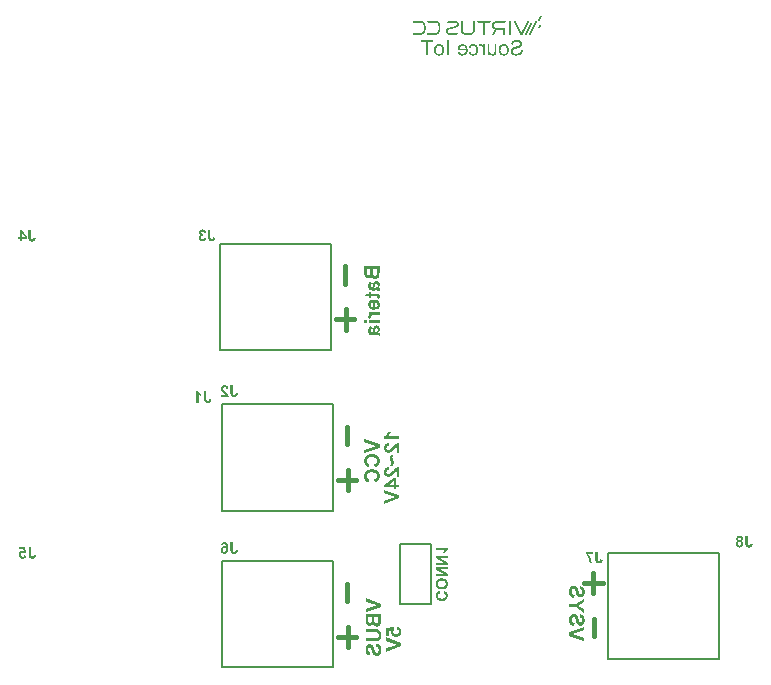
<source format=gbo>
G04*
G04 #@! TF.GenerationSoftware,Altium Limited,Altium Designer,24.10.1 (45)*
G04*
G04 Layer_Color=32896*
%FSLAX24Y24*%
%MOIN*%
G70*
G04*
G04 #@! TF.SameCoordinates,C6CBD9EB-9E9D-4DD1-ADCD-94E966FD8E1D*
G04*
G04*
G04 #@! TF.FilePolarity,Positive*
G04*
G01*
G75*
%ADD12C,0.0079*%
%ADD76C,0.0157*%
G36*
X6142Y24410D02*
X6094D01*
Y24403D01*
X6101D01*
Y24389D01*
X6108D01*
Y24375D01*
X6115D01*
Y24362D01*
X6122D01*
Y24348D01*
X6411D01*
Y24341D01*
X6425D01*
Y24334D01*
X6432D01*
Y24327D01*
X6439D01*
Y24320D01*
X6445D01*
Y24313D01*
X6452D01*
Y24300D01*
X6459D01*
Y24286D01*
X6466D01*
Y24265D01*
X6473D01*
Y24238D01*
X6480D01*
Y24120D01*
X6473D01*
Y24093D01*
X6466D01*
Y24072D01*
X6459D01*
Y24058D01*
X6452D01*
Y24045D01*
X6445D01*
Y24038D01*
X6439D01*
Y24031D01*
X6432D01*
Y24024D01*
X6425D01*
Y24017D01*
X6411D01*
Y24010D01*
X6108D01*
Y23948D01*
X6404D01*
Y23955D01*
X6432D01*
Y23962D01*
X6445D01*
Y23969D01*
X6459D01*
Y23976D01*
X6466D01*
Y23983D01*
X6473D01*
Y23990D01*
X6480D01*
Y23996D01*
X6487D01*
Y24003D01*
X6494D01*
Y24017D01*
X6501D01*
Y24024D01*
X6507D01*
Y24038D01*
X6514D01*
Y24058D01*
X6521D01*
Y24079D01*
X6528D01*
Y24120D01*
X6535D01*
Y24238D01*
X6528D01*
Y24279D01*
X6521D01*
Y24300D01*
X6514D01*
Y24320D01*
X6507D01*
Y24334D01*
X6501D01*
Y24348D01*
X6494D01*
Y24355D01*
X6487D01*
Y24362D01*
X6480D01*
Y24369D01*
X6473D01*
Y24375D01*
X6466D01*
Y24382D01*
X6459D01*
Y24389D01*
X6445D01*
Y24396D01*
X6432D01*
Y24403D01*
X6411D01*
Y24410D01*
X6149D01*
X6142D01*
D02*
G37*
G36*
X7024Y24272D02*
X7017D01*
Y24300D01*
X7010D01*
Y24313D01*
X7004D01*
Y24327D01*
X6997D01*
Y24341D01*
X6990D01*
Y24355D01*
X6983D01*
Y24362D01*
X6976D01*
Y24369D01*
X6969D01*
Y24375D01*
X6962D01*
Y24382D01*
X6955D01*
Y24389D01*
X6942D01*
Y24396D01*
X6928D01*
Y24403D01*
X6900D01*
Y24410D01*
X6590D01*
Y24396D01*
X6597D01*
Y24382D01*
X6604D01*
Y24369D01*
X6611D01*
Y24355D01*
X6618D01*
Y24348D01*
X6907D01*
Y24341D01*
X6914D01*
Y24334D01*
X6928D01*
Y24327D01*
X6935D01*
Y24320D01*
X6942D01*
Y24306D01*
X6948D01*
Y24293D01*
X6955D01*
Y24279D01*
X6962D01*
Y24258D01*
X6969D01*
Y24217D01*
X6976D01*
Y24141D01*
X6969D01*
Y24107D01*
X6962D01*
Y24079D01*
X6955D01*
Y24065D01*
X6948D01*
Y24052D01*
X6942D01*
Y24045D01*
X6935D01*
Y24031D01*
X6928D01*
Y24024D01*
X6914D01*
Y24017D01*
X6900D01*
Y24010D01*
X6604D01*
Y24003D01*
X6597D01*
Y23955D01*
X6604D01*
Y23948D01*
X6893D01*
Y23955D01*
X6921D01*
Y23962D01*
X6942D01*
Y23969D01*
X6948D01*
Y23976D01*
X6962D01*
Y23983D01*
X6969D01*
Y23990D01*
X6976D01*
Y23996D01*
X6983D01*
Y24003D01*
X6990D01*
Y24017D01*
X6997D01*
Y24031D01*
X7004D01*
Y24045D01*
X7010D01*
Y24065D01*
X7017D01*
Y24086D01*
X7024D01*
Y24134D01*
X7031D01*
Y24231D01*
X7024D01*
Y24265D01*
Y24272D01*
D02*
G37*
G36*
X7355Y24003D02*
X7341D01*
Y24010D01*
X7320D01*
Y24017D01*
X7307D01*
Y24024D01*
X7293D01*
Y24031D01*
X7286D01*
Y24038D01*
X7279D01*
Y24058D01*
X7272D01*
Y24072D01*
X7279D01*
Y24093D01*
X7286D01*
Y24100D01*
X7293D01*
Y24107D01*
X7300D01*
Y24114D01*
X7314D01*
Y24120D01*
X7327D01*
Y24127D01*
X7348D01*
Y24134D01*
X7369D01*
Y24141D01*
X7396D01*
Y24148D01*
X7424D01*
Y24155D01*
X7451D01*
Y24162D01*
X7479D01*
Y24169D01*
X7500D01*
Y24176D01*
X7527D01*
Y24182D01*
X7548D01*
Y24189D01*
X7562D01*
Y24196D01*
X7575D01*
Y24203D01*
X7589D01*
Y24210D01*
X7596D01*
Y24217D01*
X7610D01*
Y24224D01*
X7617D01*
Y24231D01*
X7624D01*
Y24244D01*
X7631D01*
Y24251D01*
X7637D01*
Y24272D01*
X7644D01*
Y24313D01*
X7637D01*
Y24334D01*
X7631D01*
Y24348D01*
X7624D01*
Y24355D01*
X7617D01*
Y24362D01*
X7610D01*
Y24369D01*
X7603D01*
Y24375D01*
X7596D01*
Y24382D01*
X7582D01*
Y24389D01*
X7569D01*
Y24396D01*
X7548D01*
Y24403D01*
X7520D01*
Y24410D01*
X7458D01*
Y24417D01*
X7403D01*
Y24410D01*
X7341D01*
Y24403D01*
X7307D01*
Y24396D01*
X7272D01*
Y24389D01*
X7252D01*
Y24369D01*
X7258D01*
Y24355D01*
X7265D01*
Y24341D01*
X7272D01*
Y24334D01*
X7293D01*
Y24341D01*
X7320D01*
Y24348D01*
X7362D01*
Y24355D01*
X7506D01*
Y24348D01*
X7534D01*
Y24341D01*
X7548D01*
Y24334D01*
X7562D01*
Y24327D01*
X7569D01*
Y24320D01*
X7575D01*
Y24300D01*
X7582D01*
Y24293D01*
X7575D01*
Y24272D01*
X7569D01*
Y24265D01*
X7562D01*
Y24258D01*
X7548D01*
Y24251D01*
X7541D01*
Y24244D01*
X7520D01*
Y24238D01*
X7500D01*
Y24231D01*
X7479D01*
Y24224D01*
X7451D01*
Y24217D01*
X7431D01*
Y24210D01*
X7403D01*
Y24203D01*
X7376D01*
Y24196D01*
X7348D01*
Y24189D01*
X7327D01*
Y24182D01*
X7307D01*
Y24176D01*
X7293D01*
Y24169D01*
X7279D01*
Y24162D01*
X7265D01*
Y24155D01*
X7258D01*
Y24148D01*
X7245D01*
Y24141D01*
X7238D01*
Y24134D01*
X7231D01*
Y24120D01*
X7224D01*
Y24114D01*
X7217D01*
Y24093D01*
X7210D01*
Y24045D01*
X7217D01*
Y24024D01*
X7224D01*
Y24010D01*
X7231D01*
Y24003D01*
X7238D01*
Y23996D01*
X7245D01*
Y23990D01*
X7252D01*
Y23983D01*
X7258D01*
Y23976D01*
X7272D01*
Y23969D01*
X7286D01*
Y23962D01*
X7300D01*
Y23955D01*
X7327D01*
Y23948D01*
X7362D01*
Y23941D01*
X7520D01*
Y23948D01*
X7562D01*
Y23955D01*
X7589D01*
Y23962D01*
X7617D01*
Y23969D01*
X7631D01*
Y23976D01*
X7637D01*
Y23990D01*
X7631D01*
Y24003D01*
X7624D01*
Y24017D01*
X7617D01*
Y24024D01*
X7596D01*
Y24017D01*
X7575D01*
Y24010D01*
X7541D01*
Y24003D01*
X7493D01*
Y23996D01*
X7382D01*
Y24003D01*
X7362D01*
X7355D01*
D02*
G37*
G36*
X8120Y24286D02*
Y24086D01*
X8113D01*
Y24065D01*
X8106D01*
Y24052D01*
X8099D01*
Y24045D01*
X8092D01*
Y24038D01*
X8085D01*
Y24031D01*
X8078D01*
Y24024D01*
X8065D01*
Y24017D01*
X8044D01*
Y24010D01*
X8023D01*
Y24003D01*
X7989D01*
Y23996D01*
X7906D01*
Y24003D01*
X7872D01*
Y24010D01*
X7851D01*
Y24017D01*
X7830D01*
Y24024D01*
X7823D01*
Y24031D01*
X7810D01*
Y24038D01*
X7803D01*
Y24045D01*
X7796D01*
Y24052D01*
X7789D01*
Y24065D01*
X7782D01*
Y24086D01*
X7775D01*
Y24410D01*
X7720D01*
Y24403D01*
X7713D01*
Y24079D01*
X7720D01*
Y24052D01*
X7727D01*
Y24031D01*
X7734D01*
Y24024D01*
X7741D01*
Y24010D01*
X7748D01*
Y24003D01*
X7755D01*
Y23996D01*
X7761D01*
Y23990D01*
X7768D01*
Y23983D01*
X7782D01*
Y23976D01*
X7789D01*
Y23969D01*
X7803D01*
Y23962D01*
X7823D01*
Y23955D01*
X7844D01*
Y23948D01*
X7879D01*
Y23941D01*
X8016D01*
Y23948D01*
X8051D01*
Y23955D01*
X8071D01*
Y23962D01*
X8092D01*
Y23969D01*
X8106D01*
Y23976D01*
X8113D01*
Y23983D01*
X8127D01*
Y23990D01*
X8133D01*
Y23996D01*
X8140D01*
Y24003D01*
X8147D01*
Y24010D01*
X8154D01*
Y24017D01*
X8161D01*
Y24031D01*
X8168D01*
Y24045D01*
X8175D01*
Y24079D01*
X8182D01*
Y24403D01*
X8175D01*
Y24410D01*
X8127D01*
Y24403D01*
X8120D01*
Y24293D01*
Y24286D01*
D02*
G37*
G36*
X8395Y24410D02*
X8257D01*
Y24396D01*
X8264D01*
Y24382D01*
X8271D01*
Y24369D01*
X8278D01*
Y24355D01*
X8285D01*
Y24348D01*
X8450D01*
Y23955D01*
X8457D01*
Y23948D01*
X8512D01*
Y24348D01*
X8685D01*
Y24355D01*
X8692D01*
Y24369D01*
X8698D01*
Y24382D01*
X8705D01*
Y24396D01*
X8712D01*
Y24403D01*
X8705D01*
Y24410D01*
X8402D01*
X8395D01*
D02*
G37*
G36*
X8857Y24196D02*
X8843D01*
Y24203D01*
X8836D01*
Y24210D01*
X8829D01*
Y24217D01*
X8822D01*
Y24231D01*
X8816D01*
Y24300D01*
X8822D01*
Y24313D01*
X8829D01*
Y24320D01*
X8836D01*
Y24327D01*
X8850D01*
Y24334D01*
X8864D01*
Y24341D01*
X8905D01*
Y24348D01*
X9188D01*
Y24362D01*
X9194D01*
Y24375D01*
X9201D01*
Y24389D01*
X9208D01*
Y24410D01*
X8926D01*
Y24403D01*
X8871D01*
Y24396D01*
X8843D01*
Y24389D01*
X8829D01*
Y24382D01*
X8809D01*
Y24375D01*
X8802D01*
Y24369D01*
X8795D01*
Y24362D01*
X8781D01*
Y24348D01*
X8774D01*
Y24341D01*
X8767D01*
Y24327D01*
X8760D01*
Y24306D01*
X8754D01*
Y24217D01*
X8760D01*
Y24196D01*
X8767D01*
Y24182D01*
X8774D01*
Y24176D01*
X8781D01*
Y24169D01*
X8788D01*
Y24162D01*
X8795D01*
Y24155D01*
X8809D01*
Y24148D01*
X8816D01*
Y24141D01*
X8829D01*
Y24134D01*
X8836D01*
Y24114D01*
X8829D01*
Y24100D01*
X8822D01*
Y24086D01*
X8816D01*
Y24072D01*
X8809D01*
Y24058D01*
X8802D01*
Y24045D01*
X8795D01*
Y24031D01*
X8788D01*
Y24017D01*
X8781D01*
Y24003D01*
X8774D01*
Y23990D01*
X8767D01*
Y23976D01*
X8760D01*
Y23962D01*
X8754D01*
Y23948D01*
X8822D01*
Y23962D01*
X8829D01*
Y23976D01*
X8836D01*
Y23990D01*
X8843D01*
Y24003D01*
X8850D01*
Y24017D01*
X8857D01*
Y24031D01*
X8864D01*
Y24045D01*
X8871D01*
Y24058D01*
X8878D01*
Y24072D01*
X8884D01*
Y24086D01*
X8891D01*
Y24100D01*
X8898D01*
Y24114D01*
X8905D01*
Y24120D01*
X9132D01*
Y23955D01*
X9139D01*
Y23948D01*
X9194D01*
Y24176D01*
X8933D01*
Y24182D01*
X8878D01*
Y24189D01*
X8857D01*
Y24196D01*
D02*
G37*
G36*
X10407Y24555D02*
X10400D01*
Y24541D01*
X10393D01*
Y24527D01*
X10386D01*
Y24520D01*
Y24513D01*
X10380D01*
Y24499D01*
X10373D01*
Y24486D01*
X10366D01*
Y24472D01*
X10359D01*
Y24458D01*
X10352D01*
Y24444D01*
X10345D01*
Y24431D01*
X10338D01*
Y24417D01*
X10331D01*
Y24403D01*
X10324D01*
Y24396D01*
X10269D01*
Y24403D01*
X10262D01*
Y24410D01*
X10269D01*
Y24424D01*
X10276D01*
Y24437D01*
X10283D01*
Y24451D01*
X10290D01*
Y24465D01*
X10297D01*
Y24479D01*
X10304D01*
Y24493D01*
X10311D01*
Y24506D01*
X10318D01*
Y24520D01*
X10324D01*
Y24534D01*
X10331D01*
Y24548D01*
X10338D01*
Y24561D01*
X10345D01*
Y24568D01*
X10407D01*
Y24555D01*
D02*
G37*
G36*
X10400Y24272D02*
X10393D01*
Y24258D01*
X10386D01*
Y24244D01*
X10380D01*
Y24231D01*
X10373D01*
Y24217D01*
X10366D01*
Y24203D01*
X10359D01*
Y24189D01*
X10352D01*
Y24176D01*
X10345D01*
Y24169D01*
X10290D01*
Y24189D01*
X10297D01*
Y24203D01*
X10304D01*
Y24217D01*
X10311D01*
Y24231D01*
X10318D01*
Y24244D01*
X10324D01*
Y24258D01*
X10331D01*
Y24272D01*
X10338D01*
Y24279D01*
X10345D01*
Y24286D01*
X10400D01*
Y24272D01*
D02*
G37*
G36*
X9980Y24403D02*
X9994D01*
Y24396D01*
X9987D01*
Y24382D01*
X9980D01*
Y24369D01*
X9973D01*
Y24355D01*
X9966D01*
Y24341D01*
X9959D01*
Y24327D01*
X9952D01*
Y24313D01*
X9945D01*
Y24300D01*
X9939D01*
Y24286D01*
X9932D01*
Y24272D01*
X9925D01*
Y24258D01*
X9918D01*
Y24244D01*
X9911D01*
Y24231D01*
X9904D01*
Y24217D01*
X9897D01*
Y24203D01*
X9890D01*
Y24189D01*
X9883D01*
Y24176D01*
X9877D01*
Y24162D01*
X9870D01*
Y24148D01*
X9863D01*
Y24134D01*
X9856D01*
Y24120D01*
X9849D01*
Y24107D01*
X9842D01*
Y24093D01*
X9835D01*
Y24079D01*
X9828D01*
Y24065D01*
X9821D01*
Y24052D01*
X9815D01*
Y24038D01*
X9808D01*
Y24024D01*
X9801D01*
Y24010D01*
X9794D01*
Y23996D01*
X9787D01*
Y23983D01*
X9780D01*
Y23969D01*
X9773D01*
Y23955D01*
X9766D01*
Y23948D01*
X9697D01*
Y23955D01*
X9691D01*
Y23969D01*
X9684D01*
Y23983D01*
X9677D01*
Y23996D01*
X9670D01*
Y24010D01*
X9663D01*
Y24024D01*
X9656D01*
Y24038D01*
X9649D01*
Y24052D01*
X9642D01*
Y24065D01*
X9635D01*
Y24079D01*
X9629D01*
Y24093D01*
X9622D01*
Y24107D01*
X9615D01*
Y24120D01*
X9608D01*
Y24134D01*
X9601D01*
Y24148D01*
X9594D01*
Y24162D01*
X9587D01*
Y24176D01*
X9580D01*
Y24189D01*
X9573D01*
Y24203D01*
X9567D01*
Y24217D01*
X9560D01*
Y24231D01*
X9553D01*
Y24244D01*
X9546D01*
Y24258D01*
X9539D01*
Y24272D01*
X9532D01*
Y24286D01*
X9525D01*
Y24300D01*
X9518D01*
Y24313D01*
X9511D01*
Y24327D01*
X9505D01*
Y24341D01*
X9498D01*
Y24355D01*
X9491D01*
Y24369D01*
X9484D01*
Y24382D01*
X9477D01*
Y24396D01*
X9470D01*
Y24403D01*
X9477D01*
Y24410D01*
X9532D01*
Y24403D01*
X9539D01*
Y24396D01*
X9546D01*
Y24382D01*
X9553D01*
Y24369D01*
X9560D01*
Y24355D01*
X9567D01*
Y24341D01*
X9573D01*
Y24327D01*
X9580D01*
Y24313D01*
X9587D01*
Y24300D01*
X9594D01*
Y24286D01*
X9601D01*
Y24272D01*
X9608D01*
Y24258D01*
X9615D01*
Y24244D01*
X9622D01*
Y24231D01*
X9629D01*
Y24217D01*
X9635D01*
Y24203D01*
X9642D01*
Y24189D01*
X9649D01*
Y24176D01*
X9656D01*
Y24162D01*
X9663D01*
Y24148D01*
X9670D01*
Y24134D01*
X9677D01*
Y24120D01*
X9684D01*
Y24107D01*
X9691D01*
Y24093D01*
X9697D01*
Y24079D01*
X9704D01*
Y24072D01*
Y24065D01*
X9711D01*
Y24052D01*
X9718D01*
Y24038D01*
X9725D01*
Y24024D01*
X9732D01*
Y24031D01*
X9739D01*
Y24045D01*
X9746D01*
Y24058D01*
X9753D01*
Y24072D01*
X9759D01*
Y24086D01*
X9766D01*
Y24100D01*
X9773D01*
Y24114D01*
X9780D01*
Y24120D01*
X9787D01*
Y24134D01*
X9794D01*
Y24148D01*
X9801D01*
Y24162D01*
X9808D01*
Y24176D01*
X9815D01*
Y24189D01*
X9821D01*
Y24203D01*
X9828D01*
Y24217D01*
X9835D01*
Y24231D01*
X9842D01*
Y24244D01*
X9849D01*
Y24258D01*
X9856D01*
Y24272D01*
X9863D01*
Y24286D01*
X9870D01*
Y24300D01*
X9877D01*
Y24313D01*
X9883D01*
Y24327D01*
X9890D01*
Y24341D01*
X9897D01*
Y24355D01*
X9904D01*
Y24369D01*
X9911D01*
Y24382D01*
X9918D01*
Y24396D01*
X9925D01*
Y24403D01*
X9932D01*
Y24410D01*
X9980D01*
Y24403D01*
D02*
G37*
G36*
X9367D02*
X9374D01*
Y23955D01*
Y23948D01*
X9312D01*
Y24403D01*
X9319D01*
Y24410D01*
X9367D01*
Y24403D01*
D02*
G37*
G36*
X10256Y24382D02*
X10249D01*
Y24369D01*
X10242D01*
Y24355D01*
X10235D01*
Y24341D01*
X10228D01*
Y24327D01*
X10221D01*
Y24313D01*
X10214D01*
Y24300D01*
X10207D01*
Y24286D01*
X10200D01*
Y24272D01*
X10194D01*
Y24258D01*
X10187D01*
Y24244D01*
X10180D01*
Y24231D01*
X10173D01*
Y24217D01*
X10166D01*
Y24203D01*
X10159D01*
Y24189D01*
X10152D01*
Y24176D01*
X10145D01*
Y24162D01*
X10138D01*
Y24148D01*
X10131D01*
Y24134D01*
X10125D01*
Y24120D01*
X10118D01*
Y24107D01*
X10111D01*
Y24093D01*
X10104D01*
Y24079D01*
X10097D01*
Y24065D01*
X10090D01*
Y24052D01*
X10083D01*
Y24038D01*
X10076D01*
Y24024D01*
X10069D01*
Y24010D01*
X10063D01*
Y23996D01*
X10056D01*
Y23983D01*
X10049D01*
Y23969D01*
X10042D01*
Y23955D01*
X10035D01*
Y23941D01*
X9966D01*
Y23948D01*
X9973D01*
Y23962D01*
X9980D01*
Y23969D01*
Y23976D01*
X9987D01*
Y23990D01*
X9994D01*
Y24003D01*
X10001D01*
Y24017D01*
X10007D01*
Y24031D01*
X10014D01*
Y24045D01*
X10021D01*
Y24058D01*
X10028D01*
Y24072D01*
X10035D01*
Y24086D01*
X10042D01*
Y24100D01*
X10049D01*
Y24114D01*
X10056D01*
Y24127D01*
X10063D01*
Y24141D01*
X10069D01*
Y24155D01*
X10076D01*
Y24169D01*
X10083D01*
Y24182D01*
X10090D01*
Y24196D01*
X10097D01*
Y24210D01*
X10104D01*
Y24224D01*
X10111D01*
Y24238D01*
X10118D01*
Y24251D01*
X10125D01*
Y24265D01*
X10131D01*
Y24279D01*
X10138D01*
Y24293D01*
X10145D01*
Y24306D01*
X10152D01*
Y24320D01*
X10159D01*
Y24334D01*
X10166D01*
Y24348D01*
X10173D01*
Y24362D01*
X10180D01*
Y24375D01*
X10187D01*
Y24389D01*
X10194D01*
Y24396D01*
X10256D01*
Y24382D01*
D02*
G37*
G36*
X10097Y24334D02*
X10090D01*
Y24320D01*
X10083D01*
Y24306D01*
X10076D01*
Y24293D01*
X10069D01*
Y24279D01*
X10063D01*
Y24265D01*
X10056D01*
Y24251D01*
X10049D01*
Y24238D01*
X10042D01*
Y24224D01*
X10035D01*
Y24210D01*
X10028D01*
Y24196D01*
X10021D01*
Y24182D01*
X10014D01*
Y24169D01*
X10007D01*
Y24155D01*
X10001D01*
Y24141D01*
X9994D01*
Y24127D01*
X9987D01*
Y24114D01*
X9980D01*
Y24100D01*
X9973D01*
Y24086D01*
X9966D01*
Y24072D01*
X9959D01*
Y24058D01*
X9952D01*
Y24045D01*
X9945D01*
Y24031D01*
X9939D01*
Y24017D01*
X9932D01*
Y24003D01*
X9925D01*
Y23990D01*
X9918D01*
Y23976D01*
X9911D01*
Y23962D01*
X9904D01*
Y23948D01*
X9897D01*
Y23941D01*
X9835D01*
Y23955D01*
X9842D01*
Y23969D01*
X9849D01*
Y23983D01*
X9856D01*
Y23996D01*
X9863D01*
Y24010D01*
X9870D01*
Y24024D01*
X9877D01*
Y24038D01*
X9883D01*
Y24052D01*
X9890D01*
Y24065D01*
X9897D01*
Y24079D01*
X9904D01*
Y24093D01*
X9911D01*
Y24107D01*
X9918D01*
Y24120D01*
X9925D01*
Y24134D01*
X9932D01*
Y24148D01*
X9939D01*
Y24162D01*
X9945D01*
Y24176D01*
X9952D01*
Y24189D01*
X9959D01*
Y24203D01*
X9966D01*
Y24217D01*
X9973D01*
Y24231D01*
X9980D01*
Y24244D01*
X9987D01*
Y24258D01*
X9994D01*
Y24272D01*
X10001D01*
Y24286D01*
X10007D01*
Y24300D01*
X10014D01*
Y24313D01*
X10021D01*
Y24327D01*
X10028D01*
Y24341D01*
X10097D01*
Y24334D01*
D02*
G37*
G36*
X8899Y23405D02*
Y23391D01*
X8898Y23379D01*
Y23369D01*
X8897Y23361D01*
X8897Y23355D01*
Y23351D01*
X8896Y23348D01*
Y23347D01*
X8893Y23337D01*
X8890Y23329D01*
X8887Y23321D01*
X8884Y23314D01*
X8881Y23309D01*
X8879Y23304D01*
X8877Y23302D01*
X8877Y23301D01*
X8870Y23294D01*
X8864Y23289D01*
X8857Y23283D01*
X8850Y23279D01*
X8844Y23275D01*
X8840Y23272D01*
X8837Y23271D01*
X8835Y23270D01*
X8824Y23266D01*
X8814Y23263D01*
X8804Y23261D01*
X8794Y23259D01*
X8786Y23259D01*
X8780Y23258D01*
X8774D01*
X8761Y23259D01*
X8748Y23260D01*
X8737Y23263D01*
X8725Y23268D01*
X8715Y23272D01*
X8705Y23277D01*
X8697Y23283D01*
X8689Y23289D01*
X8682Y23294D01*
X8676Y23300D01*
X8671Y23305D01*
X8666Y23310D01*
X8663Y23314D01*
X8661Y23317D01*
X8659Y23319D01*
X8658Y23319D01*
Y23266D01*
X8603D01*
Y23632D01*
X8665D01*
Y23435D01*
X8666Y23419D01*
X8667Y23405D01*
X8668Y23392D01*
X8671Y23382D01*
X8673Y23374D01*
X8675Y23368D01*
X8675Y23365D01*
X8676Y23364D01*
X8681Y23355D01*
X8685Y23348D01*
X8692Y23341D01*
X8697Y23335D01*
X8702Y23331D01*
X8707Y23328D01*
X8710Y23325D01*
X8711Y23325D01*
X8720Y23320D01*
X8729Y23317D01*
X8738Y23314D01*
X8745Y23312D01*
X8752Y23312D01*
X8758Y23311D01*
X8762D01*
X8772Y23312D01*
X8781Y23313D01*
X8789Y23315D01*
X8796Y23318D01*
X8801Y23320D01*
X8805Y23322D01*
X8808Y23324D01*
X8809Y23325D01*
X8815Y23330D01*
X8821Y23336D01*
X8825Y23343D01*
X8828Y23349D01*
X8831Y23355D01*
X8832Y23359D01*
X8834Y23362D01*
Y23363D01*
X8834Y23371D01*
X8835Y23381D01*
X8836Y23392D01*
Y23402D01*
X8837Y23412D01*
Y23421D01*
Y23424D01*
Y23426D01*
Y23428D01*
Y23428D01*
Y23632D01*
X8899D01*
Y23405D01*
D02*
G37*
G36*
X8142Y23640D02*
X8158Y23637D01*
X8173Y23633D01*
X8185Y23630D01*
X8196Y23625D01*
X8205Y23622D01*
X8208Y23620D01*
X8210Y23619D01*
X8211Y23618D01*
X8212D01*
X8225Y23609D01*
X8238Y23598D01*
X8248Y23587D01*
X8256Y23577D01*
X8262Y23567D01*
X8267Y23559D01*
X8268Y23556D01*
X8270Y23554D01*
X8271Y23552D01*
Y23551D01*
X8277Y23534D01*
X8281Y23516D01*
X8285Y23499D01*
X8288Y23483D01*
X8289Y23468D01*
Y23463D01*
X8290Y23458D01*
Y23454D01*
Y23450D01*
Y23448D01*
Y23448D01*
X8289Y23431D01*
X8288Y23415D01*
X8286Y23400D01*
X8283Y23387D01*
X8279Y23374D01*
X8275Y23362D01*
X8271Y23352D01*
X8267Y23342D01*
X8263Y23334D01*
X8259Y23327D01*
X8255Y23321D01*
X8251Y23315D01*
X8248Y23312D01*
X8247Y23309D01*
X8245Y23307D01*
X8245Y23306D01*
X8235Y23298D01*
X8226Y23290D01*
X8217Y23284D01*
X8207Y23279D01*
X8197Y23274D01*
X8187Y23269D01*
X8168Y23264D01*
X8159Y23262D01*
X8151Y23260D01*
X8143Y23259D01*
X8137Y23259D01*
X8132Y23258D01*
X8125D01*
X8114Y23259D01*
X8103Y23259D01*
X8084Y23263D01*
X8066Y23269D01*
X8052Y23276D01*
X8040Y23282D01*
X8036Y23285D01*
X8031Y23288D01*
X8028Y23290D01*
X8026Y23292D01*
X8025Y23293D01*
X8024D01*
X8010Y23308D01*
X7999Y23323D01*
X7990Y23340D01*
X7983Y23355D01*
X7978Y23370D01*
X7976Y23376D01*
X7975Y23382D01*
X7974Y23385D01*
X7973Y23388D01*
X7973Y23391D01*
Y23392D01*
X8033Y23400D01*
X8036Y23384D01*
X8041Y23369D01*
X8046Y23358D01*
X8052Y23348D01*
X8056Y23340D01*
X8061Y23335D01*
X8064Y23332D01*
X8065Y23331D01*
X8074Y23323D01*
X8084Y23318D01*
X8095Y23314D01*
X8104Y23312D01*
X8112Y23310D01*
X8119Y23309D01*
X8125D01*
X8134Y23309D01*
X8142Y23310D01*
X8155Y23314D01*
X8169Y23319D01*
X8178Y23325D01*
X8187Y23331D01*
X8193Y23336D01*
X8197Y23340D01*
X8198Y23342D01*
X8203Y23349D01*
X8208Y23356D01*
X8215Y23372D01*
X8219Y23391D01*
X8222Y23408D01*
X8225Y23424D01*
X8225Y23431D01*
Y23437D01*
X8226Y23442D01*
Y23446D01*
Y23448D01*
Y23449D01*
Y23462D01*
X8225Y23474D01*
X8224Y23486D01*
X8221Y23497D01*
X8219Y23506D01*
X8217Y23515D01*
X8215Y23523D01*
X8212Y23530D01*
X8209Y23536D01*
X8207Y23541D01*
X8205Y23546D01*
X8202Y23550D01*
X8200Y23552D01*
X8199Y23554D01*
X8198Y23556D01*
X8192Y23562D01*
X8186Y23567D01*
X8173Y23575D01*
X8161Y23581D01*
X8149Y23586D01*
X8138Y23588D01*
X8129Y23589D01*
X8126Y23590D01*
X8122D01*
X8111Y23589D01*
X8100Y23587D01*
X8092Y23584D01*
X8084Y23580D01*
X8078Y23577D01*
X8073Y23574D01*
X8070Y23571D01*
X8069Y23570D01*
X8062Y23563D01*
X8056Y23554D01*
X8050Y23545D01*
X8046Y23536D01*
X8043Y23527D01*
X8040Y23521D01*
X8039Y23517D01*
X8039Y23516D01*
Y23515D01*
X7979Y23524D01*
X7984Y23544D01*
X7991Y23561D01*
X7999Y23576D01*
X8007Y23588D01*
X8015Y23597D01*
X8021Y23604D01*
X8026Y23608D01*
X8026Y23610D01*
X8027D01*
X8042Y23620D01*
X8058Y23627D01*
X8075Y23633D01*
X8090Y23637D01*
X8104Y23639D01*
X8109Y23640D01*
X8115D01*
X8119Y23640D01*
X8125D01*
X8142Y23640D01*
D02*
G37*
G36*
X7784D02*
X7797Y23638D01*
X7809Y23636D01*
X7821Y23633D01*
X7832Y23628D01*
X7842Y23624D01*
X7851Y23620D01*
X7860Y23615D01*
X7867Y23610D01*
X7874Y23605D01*
X7880Y23601D01*
X7884Y23597D01*
X7888Y23593D01*
X7890Y23591D01*
X7892Y23590D01*
X7893Y23589D01*
X7901Y23579D01*
X7908Y23568D01*
X7914Y23557D01*
X7920Y23545D01*
X7924Y23533D01*
X7928Y23521D01*
X7933Y23498D01*
X7936Y23488D01*
X7937Y23478D01*
X7938Y23468D01*
X7939Y23461D01*
X7940Y23454D01*
Y23449D01*
Y23446D01*
Y23445D01*
X7939Y23429D01*
X7937Y23414D01*
X7935Y23399D01*
X7932Y23386D01*
X7929Y23374D01*
X7925Y23362D01*
X7920Y23352D01*
X7916Y23343D01*
X7912Y23335D01*
X7907Y23327D01*
X7904Y23321D01*
X7900Y23316D01*
X7897Y23312D01*
X7895Y23309D01*
X7894Y23308D01*
X7893Y23307D01*
X7884Y23299D01*
X7874Y23291D01*
X7864Y23284D01*
X7853Y23279D01*
X7843Y23274D01*
X7832Y23270D01*
X7812Y23264D01*
X7802Y23262D01*
X7794Y23260D01*
X7786Y23259D01*
X7779Y23259D01*
X7774Y23258D01*
X7766D01*
X7743Y23259D01*
X7723Y23262D01*
X7705Y23268D01*
X7690Y23273D01*
X7683Y23276D01*
X7678Y23279D01*
X7673Y23282D01*
X7669Y23284D01*
X7665Y23286D01*
X7663Y23287D01*
X7662Y23289D01*
X7662D01*
X7648Y23301D01*
X7636Y23315D01*
X7626Y23330D01*
X7619Y23344D01*
X7612Y23357D01*
X7610Y23362D01*
X7609Y23367D01*
X7607Y23371D01*
X7606Y23374D01*
X7606Y23375D01*
Y23376D01*
X7669Y23385D01*
X7675Y23371D01*
X7682Y23358D01*
X7688Y23349D01*
X7694Y23341D01*
X7699Y23334D01*
X7704Y23330D01*
X7707Y23327D01*
X7708Y23326D01*
X7717Y23320D01*
X7727Y23316D01*
X7737Y23313D01*
X7746Y23311D01*
X7754Y23309D01*
X7760Y23309D01*
X7766D01*
X7782Y23310D01*
X7797Y23313D01*
X7810Y23319D01*
X7821Y23325D01*
X7830Y23330D01*
X7837Y23335D01*
X7841Y23339D01*
X7842Y23340D01*
X7852Y23353D01*
X7861Y23368D01*
X7866Y23384D01*
X7871Y23398D01*
X7874Y23412D01*
X7874Y23418D01*
X7875Y23423D01*
Y23427D01*
X7876Y23431D01*
Y23432D01*
Y23433D01*
X7604D01*
X7603Y23440D01*
Y23445D01*
Y23448D01*
Y23449D01*
X7604Y23466D01*
X7606Y23481D01*
X7608Y23496D01*
X7610Y23509D01*
X7614Y23522D01*
X7618Y23534D01*
X7622Y23544D01*
X7626Y23554D01*
X7631Y23562D01*
X7636Y23569D01*
X7639Y23575D01*
X7642Y23580D01*
X7645Y23584D01*
X7648Y23587D01*
X7649Y23589D01*
X7650Y23590D01*
X7659Y23599D01*
X7669Y23607D01*
X7679Y23613D01*
X7689Y23619D01*
X7698Y23624D01*
X7708Y23628D01*
X7727Y23634D01*
X7736Y23637D01*
X7744Y23638D01*
X7751Y23639D01*
X7758Y23640D01*
X7763Y23640D01*
X7770D01*
X7784Y23640D01*
D02*
G37*
G36*
X8380D02*
X8387Y23638D01*
X8394Y23637D01*
X8400Y23634D01*
X8405Y23631D01*
X8409Y23630D01*
X8411Y23628D01*
X8412Y23627D01*
X8419Y23622D01*
X8425Y23614D01*
X8432Y23606D01*
X8438Y23597D01*
X8443Y23590D01*
X8447Y23583D01*
X8450Y23578D01*
X8450Y23577D01*
Y23632D01*
X8506D01*
Y23266D01*
X8444D01*
Y23458D01*
X8443Y23472D01*
X8443Y23485D01*
X8441Y23497D01*
X8439Y23508D01*
X8437Y23517D01*
X8436Y23524D01*
X8435Y23528D01*
X8434Y23530D01*
X8431Y23537D01*
X8428Y23544D01*
X8424Y23550D01*
X8420Y23555D01*
X8417Y23559D01*
X8414Y23562D01*
X8413Y23564D01*
X8412Y23564D01*
X8406Y23568D01*
X8400Y23571D01*
X8394Y23574D01*
X8388Y23575D01*
X8383Y23576D01*
X8379Y23577D01*
X8376D01*
X8367Y23576D01*
X8359Y23574D01*
X8351Y23572D01*
X8344Y23570D01*
X8339Y23567D01*
X8334Y23565D01*
X8331Y23564D01*
X8331Y23563D01*
X8308Y23620D01*
X8321Y23627D01*
X8332Y23632D01*
X8343Y23635D01*
X8352Y23638D01*
X8360Y23640D01*
X8367Y23640D01*
X8372D01*
X8380Y23640D01*
D02*
G37*
G36*
X7312Y23266D02*
X7245D01*
Y23771D01*
X7312D01*
Y23266D01*
D02*
G37*
G36*
X6774Y23712D02*
X6608D01*
Y23266D01*
X6541D01*
Y23712D01*
X6375D01*
Y23771D01*
X6774D01*
Y23712D01*
D02*
G37*
G36*
X9596Y23779D02*
X9614Y23776D01*
X9629Y23774D01*
X9643Y23771D01*
X9654Y23767D01*
X9658Y23766D01*
X9662Y23765D01*
X9666Y23763D01*
X9668Y23762D01*
X9669Y23762D01*
X9670D01*
X9685Y23755D01*
X9698Y23746D01*
X9708Y23738D01*
X9717Y23730D01*
X9724Y23723D01*
X9729Y23716D01*
X9732Y23713D01*
X9733Y23712D01*
Y23711D01*
X9740Y23699D01*
X9745Y23686D01*
X9749Y23674D01*
X9751Y23663D01*
X9753Y23653D01*
X9754Y23646D01*
Y23643D01*
Y23641D01*
Y23640D01*
Y23640D01*
X9754Y23627D01*
X9751Y23615D01*
X9749Y23604D01*
X9745Y23595D01*
X9742Y23587D01*
X9740Y23582D01*
X9738Y23578D01*
X9737Y23577D01*
X9729Y23567D01*
X9721Y23557D01*
X9712Y23550D01*
X9703Y23543D01*
X9695Y23537D01*
X9689Y23534D01*
X9685Y23531D01*
X9684Y23530D01*
X9683D01*
X9678Y23527D01*
X9671Y23524D01*
X9656Y23519D01*
X9640Y23514D01*
X9624Y23508D01*
X9609Y23504D01*
X9603Y23503D01*
X9598Y23501D01*
X9593Y23500D01*
X9589Y23499D01*
X9587Y23498D01*
X9586D01*
X9574Y23495D01*
X9562Y23492D01*
X9552Y23490D01*
X9542Y23488D01*
X9535Y23485D01*
X9527Y23483D01*
X9521Y23481D01*
X9515Y23480D01*
X9510Y23478D01*
X9506Y23477D01*
X9500Y23475D01*
X9497Y23474D01*
X9496Y23474D01*
X9486Y23469D01*
X9476Y23464D01*
X9468Y23459D01*
X9462Y23454D01*
X9457Y23450D01*
X9453Y23447D01*
X9452Y23444D01*
X9451Y23444D01*
X9446Y23437D01*
X9443Y23430D01*
X9440Y23423D01*
X9439Y23416D01*
X9438Y23411D01*
X9437Y23406D01*
Y23403D01*
Y23402D01*
X9438Y23394D01*
X9440Y23386D01*
X9442Y23378D01*
X9444Y23372D01*
X9447Y23367D01*
X9450Y23363D01*
X9451Y23360D01*
X9452Y23359D01*
X9458Y23352D01*
X9465Y23346D01*
X9472Y23341D01*
X9479Y23336D01*
X9486Y23332D01*
X9491Y23330D01*
X9494Y23329D01*
X9496Y23328D01*
X9507Y23324D01*
X9519Y23322D01*
X9529Y23319D01*
X9540Y23319D01*
X9549Y23318D01*
X9556Y23317D01*
X9562D01*
X9578Y23318D01*
X9592Y23319D01*
X9606Y23322D01*
X9617Y23325D01*
X9627Y23327D01*
X9634Y23329D01*
X9638Y23331D01*
X9639Y23332D01*
X9640D01*
X9652Y23338D01*
X9662Y23344D01*
X9671Y23351D01*
X9678Y23357D01*
X9684Y23362D01*
X9688Y23367D01*
X9690Y23370D01*
X9691Y23371D01*
X9696Y23381D01*
X9701Y23391D01*
X9704Y23401D01*
X9707Y23411D01*
X9708Y23421D01*
X9710Y23428D01*
X9711Y23432D01*
Y23433D01*
Y23434D01*
X9774Y23428D01*
X9772Y23410D01*
X9769Y23393D01*
X9764Y23377D01*
X9760Y23364D01*
X9755Y23352D01*
X9753Y23348D01*
X9751Y23344D01*
X9749Y23341D01*
X9748Y23339D01*
X9747Y23338D01*
Y23337D01*
X9736Y23323D01*
X9724Y23311D01*
X9712Y23301D01*
X9700Y23292D01*
X9690Y23286D01*
X9681Y23281D01*
X9678Y23279D01*
X9676Y23278D01*
X9675Y23277D01*
X9674D01*
X9655Y23271D01*
X9636Y23266D01*
X9617Y23262D01*
X9599Y23260D01*
X9591Y23259D01*
X9583Y23259D01*
X9576D01*
X9571Y23258D01*
X9559D01*
X9539Y23259D01*
X9522Y23261D01*
X9505Y23264D01*
X9491Y23268D01*
X9479Y23271D01*
X9474Y23272D01*
X9470Y23274D01*
X9467Y23276D01*
X9465Y23276D01*
X9463Y23277D01*
X9463D01*
X9447Y23286D01*
X9433Y23294D01*
X9422Y23303D01*
X9413Y23312D01*
X9405Y23320D01*
X9400Y23326D01*
X9397Y23331D01*
X9396Y23332D01*
X9388Y23345D01*
X9383Y23359D01*
X9378Y23372D01*
X9376Y23384D01*
X9374Y23394D01*
X9373Y23401D01*
Y23405D01*
Y23407D01*
Y23408D01*
Y23408D01*
X9373Y23423D01*
X9376Y23437D01*
X9380Y23449D01*
X9383Y23459D01*
X9387Y23468D01*
X9391Y23474D01*
X9393Y23478D01*
X9394Y23480D01*
X9403Y23491D01*
X9413Y23501D01*
X9423Y23510D01*
X9434Y23517D01*
X9444Y23523D01*
X9452Y23527D01*
X9455Y23529D01*
X9456Y23531D01*
X9458Y23531D01*
X9459D01*
X9465Y23534D01*
X9473Y23537D01*
X9480Y23540D01*
X9489Y23542D01*
X9508Y23547D01*
X9526Y23553D01*
X9543Y23557D01*
X9551Y23559D01*
X9558Y23560D01*
X9563Y23562D01*
X9567Y23563D01*
X9570Y23564D01*
X9571D01*
X9585Y23567D01*
X9599Y23570D01*
X9610Y23574D01*
X9621Y23577D01*
X9630Y23580D01*
X9638Y23583D01*
X9645Y23586D01*
X9651Y23589D01*
X9656Y23591D01*
X9661Y23593D01*
X9664Y23595D01*
X9666Y23597D01*
X9670Y23599D01*
X9671Y23600D01*
X9677Y23607D01*
X9681Y23613D01*
X9685Y23621D01*
X9688Y23628D01*
X9689Y23634D01*
X9690Y23640D01*
Y23643D01*
Y23644D01*
X9688Y23656D01*
X9685Y23666D01*
X9681Y23675D01*
X9676Y23683D01*
X9671Y23689D01*
X9667Y23694D01*
X9664Y23697D01*
X9663Y23698D01*
X9658Y23702D01*
X9652Y23706D01*
X9638Y23711D01*
X9623Y23715D01*
X9609Y23717D01*
X9595Y23719D01*
X9589D01*
X9585Y23720D01*
X9575D01*
X9554Y23719D01*
X9536Y23716D01*
X9521Y23713D01*
X9509Y23708D01*
X9499Y23703D01*
X9493Y23699D01*
X9489Y23696D01*
X9487Y23696D01*
X9477Y23686D01*
X9469Y23674D01*
X9463Y23663D01*
X9458Y23651D01*
X9455Y23640D01*
X9453Y23632D01*
X9453Y23629D01*
X9452Y23627D01*
Y23625D01*
Y23624D01*
X9388Y23629D01*
X9390Y23645D01*
X9393Y23660D01*
X9397Y23673D01*
X9402Y23685D01*
X9406Y23694D01*
X9410Y23702D01*
X9413Y23706D01*
X9413Y23708D01*
X9423Y23720D01*
X9433Y23731D01*
X9444Y23740D01*
X9455Y23748D01*
X9465Y23753D01*
X9473Y23758D01*
X9476Y23759D01*
X9478Y23760D01*
X9479Y23761D01*
X9479D01*
X9496Y23767D01*
X9513Y23772D01*
X9529Y23775D01*
X9545Y23777D01*
X9558Y23779D01*
X9563D01*
X9569Y23779D01*
X9578D01*
X9596Y23779D01*
D02*
G37*
G36*
X9154Y23640D02*
X9166Y23639D01*
X9188Y23634D01*
X9208Y23627D01*
X9217Y23623D01*
X9225Y23620D01*
X9232Y23617D01*
X9238Y23613D01*
X9244Y23609D01*
X9248Y23606D01*
X9252Y23603D01*
X9254Y23601D01*
X9256Y23600D01*
X9257Y23600D01*
X9267Y23590D01*
X9275Y23579D01*
X9283Y23567D01*
X9289Y23555D01*
X9294Y23543D01*
X9299Y23531D01*
X9303Y23518D01*
X9306Y23506D01*
X9308Y23494D01*
X9310Y23484D01*
X9311Y23474D01*
X9312Y23466D01*
Y23459D01*
X9313Y23454D01*
Y23451D01*
Y23449D01*
X9312Y23432D01*
X9311Y23416D01*
X9308Y23401D01*
X9305Y23388D01*
X9302Y23375D01*
X9298Y23363D01*
X9294Y23353D01*
X9289Y23343D01*
X9285Y23335D01*
X9281Y23328D01*
X9277Y23322D01*
X9273Y23316D01*
X9271Y23312D01*
X9268Y23309D01*
X9267Y23308D01*
X9266Y23307D01*
X9257Y23299D01*
X9247Y23291D01*
X9237Y23284D01*
X9226Y23279D01*
X9216Y23274D01*
X9205Y23270D01*
X9186Y23264D01*
X9177Y23262D01*
X9168Y23260D01*
X9161Y23259D01*
X9155Y23259D01*
X9149Y23258D01*
X9142D01*
X9124Y23259D01*
X9108Y23262D01*
X9093Y23265D01*
X9080Y23269D01*
X9069Y23273D01*
X9061Y23277D01*
X9058Y23278D01*
X9056Y23279D01*
X9055Y23280D01*
X9054D01*
X9039Y23289D01*
X9027Y23299D01*
X9016Y23309D01*
X9008Y23319D01*
X9001Y23329D01*
X8996Y23335D01*
X8993Y23341D01*
X8992Y23342D01*
Y23342D01*
X8985Y23358D01*
X8980Y23377D01*
X8976Y23395D01*
X8973Y23413D01*
X8972Y23421D01*
X8971Y23429D01*
Y23436D01*
X8970Y23442D01*
Y23447D01*
Y23451D01*
Y23453D01*
Y23454D01*
X8971Y23470D01*
X8973Y23484D01*
X8975Y23499D01*
X8978Y23512D01*
X8982Y23524D01*
X8986Y23535D01*
X8990Y23546D01*
X8994Y23555D01*
X8999Y23563D01*
X9003Y23570D01*
X9007Y23577D01*
X9011Y23581D01*
X9014Y23585D01*
X9016Y23588D01*
X9018Y23590D01*
X9019Y23590D01*
X9028Y23599D01*
X9038Y23607D01*
X9048Y23613D01*
X9058Y23620D01*
X9069Y23624D01*
X9079Y23628D01*
X9098Y23634D01*
X9107Y23637D01*
X9115Y23638D01*
X9122Y23639D01*
X9129Y23640D01*
X9135Y23640D01*
X9142D01*
X9154Y23640D01*
D02*
G37*
G36*
X7000D02*
X7013Y23639D01*
X7035Y23634D01*
X7055Y23627D01*
X7063Y23623D01*
X7071Y23620D01*
X7079Y23617D01*
X7085Y23613D01*
X7090Y23609D01*
X7095Y23606D01*
X7099Y23603D01*
X7101Y23601D01*
X7103Y23600D01*
X7103Y23600D01*
X7113Y23590D01*
X7122Y23579D01*
X7129Y23567D01*
X7136Y23555D01*
X7141Y23543D01*
X7146Y23531D01*
X7149Y23518D01*
X7152Y23506D01*
X7155Y23494D01*
X7156Y23484D01*
X7158Y23474D01*
X7159Y23466D01*
Y23459D01*
X7159Y23454D01*
Y23451D01*
Y23449D01*
X7159Y23432D01*
X7157Y23416D01*
X7155Y23401D01*
X7152Y23388D01*
X7149Y23375D01*
X7145Y23363D01*
X7140Y23353D01*
X7136Y23343D01*
X7132Y23335D01*
X7127Y23328D01*
X7123Y23322D01*
X7119Y23316D01*
X7117Y23312D01*
X7115Y23309D01*
X7113Y23308D01*
X7113Y23307D01*
X7103Y23299D01*
X7093Y23291D01*
X7083Y23284D01*
X7073Y23279D01*
X7063Y23274D01*
X7052Y23270D01*
X7033Y23264D01*
X7023Y23262D01*
X7015Y23260D01*
X7007Y23259D01*
X7001Y23259D01*
X6996Y23258D01*
X6988D01*
X6970Y23259D01*
X6954Y23262D01*
X6940Y23265D01*
X6927Y23269D01*
X6916Y23273D01*
X6907Y23277D01*
X6904Y23278D01*
X6902Y23279D01*
X6901Y23280D01*
X6901D01*
X6886Y23289D01*
X6874Y23299D01*
X6863Y23309D01*
X6854Y23319D01*
X6848Y23329D01*
X6842Y23335D01*
X6839Y23341D01*
X6838Y23342D01*
Y23342D01*
X6831Y23358D01*
X6826Y23377D01*
X6822Y23395D01*
X6819Y23413D01*
X6818Y23421D01*
X6818Y23429D01*
Y23436D01*
X6817Y23442D01*
Y23447D01*
Y23451D01*
Y23453D01*
Y23454D01*
X6818Y23470D01*
X6819Y23484D01*
X6821Y23499D01*
X6824Y23512D01*
X6828Y23524D01*
X6832Y23535D01*
X6837Y23546D01*
X6841Y23555D01*
X6845Y23563D01*
X6850Y23570D01*
X6854Y23577D01*
X6858Y23581D01*
X6861Y23585D01*
X6863Y23588D01*
X6864Y23590D01*
X6865Y23590D01*
X6874Y23599D01*
X6884Y23607D01*
X6894Y23613D01*
X6904Y23620D01*
X6915Y23624D01*
X6925Y23628D01*
X6944Y23634D01*
X6954Y23637D01*
X6962Y23638D01*
X6969Y23639D01*
X6976Y23640D01*
X6981Y23640D01*
X6988D01*
X7000Y23640D01*
D02*
G37*
G36*
X11492Y5584D02*
X11507Y5582D01*
X11521Y5578D01*
X11532Y5575D01*
X11542Y5571D01*
X11549Y5567D01*
X11553Y5565D01*
X11555Y5564D01*
X11566Y5556D01*
X11577Y5547D01*
X11585Y5538D01*
X11593Y5529D01*
X11598Y5521D01*
X11603Y5515D01*
X11605Y5510D01*
X11606Y5510D01*
Y5509D01*
X11610Y5502D01*
X11613Y5494D01*
X11620Y5477D01*
X11625Y5459D01*
X11631Y5441D01*
X11635Y5424D01*
X11638Y5417D01*
X11639Y5411D01*
X11641Y5406D01*
X11641Y5402D01*
X11642Y5400D01*
Y5399D01*
X11645Y5386D01*
X11649Y5374D01*
X11652Y5363D01*
X11655Y5354D01*
X11658Y5345D01*
X11661Y5338D01*
X11663Y5331D01*
X11666Y5325D01*
X11668Y5320D01*
X11670Y5316D01*
X11673Y5310D01*
X11675Y5307D01*
X11676Y5306D01*
X11681Y5301D01*
X11686Y5298D01*
X11691Y5295D01*
X11696Y5293D01*
X11701Y5292D01*
X11704Y5292D01*
X11706D01*
X11707D01*
X11714Y5292D01*
X11720Y5294D01*
X11725Y5296D01*
X11730Y5299D01*
X11734Y5302D01*
X11736Y5305D01*
X11737Y5306D01*
X11738Y5307D01*
X11744Y5317D01*
X11749Y5328D01*
X11752Y5340D01*
X11754Y5351D01*
X11756Y5361D01*
X11757Y5369D01*
Y5376D01*
X11756Y5391D01*
X11754Y5404D01*
X11751Y5415D01*
X11748Y5424D01*
X11744Y5431D01*
X11742Y5436D01*
X11740Y5439D01*
X11739Y5440D01*
X11732Y5447D01*
X11724Y5454D01*
X11714Y5458D01*
X11705Y5462D01*
X11697Y5465D01*
X11690Y5467D01*
X11685Y5468D01*
X11684D01*
X11684D01*
X11688Y5570D01*
X11700Y5570D01*
X11712Y5567D01*
X11724Y5564D01*
X11734Y5561D01*
X11753Y5553D01*
X11761Y5549D01*
X11769Y5544D01*
X11776Y5540D01*
X11782Y5535D01*
X11787Y5531D01*
X11791Y5527D01*
X11794Y5524D01*
X11797Y5522D01*
X11798Y5520D01*
X11799Y5520D01*
X11807Y5510D01*
X11813Y5500D01*
X11819Y5489D01*
X11823Y5477D01*
X11831Y5454D01*
X11836Y5431D01*
X11837Y5420D01*
X11839Y5410D01*
X11840Y5401D01*
X11840Y5392D01*
X11841Y5386D01*
Y5377D01*
X11840Y5356D01*
X11838Y5337D01*
X11836Y5320D01*
X11833Y5305D01*
X11829Y5294D01*
X11827Y5289D01*
X11827Y5285D01*
X11825Y5282D01*
X11824Y5279D01*
X11823Y5278D01*
Y5278D01*
X11817Y5263D01*
X11808Y5251D01*
X11800Y5240D01*
X11791Y5232D01*
X11784Y5225D01*
X11777Y5219D01*
X11774Y5216D01*
X11773Y5215D01*
X11772D01*
X11759Y5209D01*
X11747Y5203D01*
X11734Y5199D01*
X11724Y5197D01*
X11714Y5196D01*
X11707Y5194D01*
X11704D01*
X11701D01*
X11701D01*
X11700D01*
X11689Y5195D01*
X11678Y5196D01*
X11668Y5199D01*
X11659Y5201D01*
X11641Y5209D01*
X11627Y5217D01*
X11621Y5222D01*
X11615Y5225D01*
X11610Y5229D01*
X11606Y5233D01*
X11603Y5235D01*
X11601Y5238D01*
X11599Y5239D01*
X11598Y5240D01*
X11593Y5247D01*
X11588Y5255D01*
X11578Y5272D01*
X11569Y5291D01*
X11562Y5310D01*
X11556Y5327D01*
X11554Y5335D01*
X11552Y5341D01*
X11551Y5347D01*
X11549Y5351D01*
X11549Y5354D01*
Y5354D01*
X11545Y5366D01*
X11543Y5376D01*
X11541Y5385D01*
X11539Y5394D01*
X11536Y5401D01*
X11535Y5407D01*
X11533Y5414D01*
X11532Y5418D01*
X11529Y5426D01*
X11528Y5431D01*
X11526Y5434D01*
Y5435D01*
X11522Y5444D01*
X11519Y5452D01*
X11516Y5458D01*
X11512Y5464D01*
X11509Y5467D01*
X11506Y5470D01*
X11505Y5471D01*
X11504Y5472D01*
X11499Y5476D01*
X11494Y5478D01*
X11485Y5481D01*
X11480Y5482D01*
X11477Y5483D01*
X11475D01*
X11474D01*
X11464Y5482D01*
X11455Y5479D01*
X11446Y5475D01*
X11439Y5470D01*
X11433Y5465D01*
X11429Y5461D01*
X11426Y5458D01*
X11426Y5457D01*
X11419Y5447D01*
X11413Y5436D01*
X11410Y5424D01*
X11407Y5411D01*
X11406Y5401D01*
X11405Y5392D01*
Y5384D01*
X11406Y5367D01*
X11409Y5352D01*
X11413Y5340D01*
X11416Y5329D01*
X11421Y5321D01*
X11424Y5315D01*
X11427Y5311D01*
X11428Y5309D01*
X11438Y5300D01*
X11449Y5292D01*
X11462Y5286D01*
X11473Y5282D01*
X11485Y5278D01*
X11493Y5275D01*
X11497Y5275D01*
X11499D01*
X11501Y5274D01*
X11502D01*
X11492Y5175D01*
X11476Y5177D01*
X11462Y5180D01*
X11448Y5184D01*
X11436Y5188D01*
X11424Y5193D01*
X11413Y5198D01*
X11404Y5203D01*
X11395Y5209D01*
X11388Y5214D01*
X11381Y5219D01*
X11376Y5223D01*
X11371Y5227D01*
X11367Y5231D01*
X11365Y5233D01*
X11363Y5235D01*
X11363Y5235D01*
X11355Y5245D01*
X11348Y5257D01*
X11343Y5268D01*
X11337Y5280D01*
X11333Y5292D01*
X11330Y5305D01*
X11324Y5328D01*
X11323Y5340D01*
X11321Y5350D01*
X11320Y5359D01*
X11320Y5367D01*
X11319Y5374D01*
Y5383D01*
X11320Y5407D01*
X11322Y5427D01*
X11324Y5446D01*
X11328Y5462D01*
X11330Y5469D01*
X11331Y5475D01*
X11333Y5480D01*
X11333Y5484D01*
X11335Y5487D01*
X11336Y5490D01*
X11337Y5491D01*
Y5492D01*
X11344Y5508D01*
X11353Y5521D01*
X11363Y5533D01*
X11372Y5543D01*
X11380Y5550D01*
X11386Y5556D01*
X11391Y5560D01*
X11392Y5560D01*
X11393D01*
X11407Y5569D01*
X11422Y5575D01*
X11436Y5579D01*
X11448Y5582D01*
X11459Y5583D01*
X11467Y5585D01*
X11470D01*
X11473D01*
X11474D01*
X11475D01*
X11492Y5584D01*
D02*
G37*
G36*
X11833Y5033D02*
X11632Y4917D01*
X11833Y4798D01*
Y4679D01*
X11540Y4864D01*
X11328D01*
Y4966D01*
X11539D01*
X11833Y5150D01*
Y5033D01*
D02*
G37*
G36*
X11492Y4644D02*
X11507Y4642D01*
X11521Y4638D01*
X11532Y4635D01*
X11542Y4631D01*
X11549Y4627D01*
X11553Y4625D01*
X11555Y4624D01*
X11566Y4616D01*
X11577Y4607D01*
X11585Y4598D01*
X11593Y4589D01*
X11598Y4581D01*
X11603Y4575D01*
X11605Y4570D01*
X11606Y4570D01*
Y4569D01*
X11610Y4562D01*
X11613Y4554D01*
X11620Y4537D01*
X11625Y4519D01*
X11631Y4500D01*
X11635Y4484D01*
X11638Y4477D01*
X11639Y4471D01*
X11641Y4466D01*
X11641Y4462D01*
X11642Y4460D01*
Y4459D01*
X11645Y4446D01*
X11649Y4434D01*
X11652Y4423D01*
X11655Y4414D01*
X11658Y4404D01*
X11661Y4398D01*
X11663Y4391D01*
X11666Y4385D01*
X11668Y4380D01*
X11670Y4376D01*
X11673Y4370D01*
X11675Y4367D01*
X11676Y4366D01*
X11681Y4361D01*
X11686Y4358D01*
X11691Y4355D01*
X11696Y4353D01*
X11701Y4352D01*
X11704Y4351D01*
X11706D01*
X11707D01*
X11714Y4352D01*
X11720Y4354D01*
X11725Y4356D01*
X11730Y4359D01*
X11734Y4362D01*
X11736Y4365D01*
X11737Y4366D01*
X11738Y4367D01*
X11744Y4377D01*
X11749Y4388D01*
X11752Y4400D01*
X11754Y4411D01*
X11756Y4421D01*
X11757Y4429D01*
Y4436D01*
X11756Y4451D01*
X11754Y4464D01*
X11751Y4475D01*
X11748Y4484D01*
X11744Y4491D01*
X11742Y4496D01*
X11740Y4499D01*
X11739Y4500D01*
X11732Y4507D01*
X11724Y4514D01*
X11714Y4518D01*
X11705Y4522D01*
X11697Y4525D01*
X11690Y4527D01*
X11685Y4528D01*
X11684D01*
X11684D01*
X11688Y4630D01*
X11700Y4629D01*
X11712Y4627D01*
X11724Y4624D01*
X11734Y4621D01*
X11753Y4613D01*
X11761Y4609D01*
X11769Y4604D01*
X11776Y4600D01*
X11782Y4595D01*
X11787Y4591D01*
X11791Y4587D01*
X11794Y4584D01*
X11797Y4582D01*
X11798Y4580D01*
X11799Y4580D01*
X11807Y4570D01*
X11813Y4560D01*
X11819Y4549D01*
X11823Y4537D01*
X11831Y4514D01*
X11836Y4490D01*
X11837Y4480D01*
X11839Y4470D01*
X11840Y4461D01*
X11840Y4452D01*
X11841Y4446D01*
Y4437D01*
X11840Y4416D01*
X11838Y4397D01*
X11836Y4380D01*
X11833Y4365D01*
X11829Y4354D01*
X11827Y4349D01*
X11827Y4345D01*
X11825Y4342D01*
X11824Y4339D01*
X11823Y4338D01*
Y4338D01*
X11817Y4323D01*
X11808Y4311D01*
X11800Y4300D01*
X11791Y4292D01*
X11784Y4285D01*
X11777Y4279D01*
X11774Y4276D01*
X11773Y4275D01*
X11772D01*
X11759Y4269D01*
X11747Y4263D01*
X11734Y4259D01*
X11724Y4257D01*
X11714Y4255D01*
X11707Y4254D01*
X11704D01*
X11701D01*
X11701D01*
X11700D01*
X11689Y4255D01*
X11678Y4256D01*
X11668Y4259D01*
X11659Y4261D01*
X11641Y4269D01*
X11627Y4277D01*
X11621Y4282D01*
X11615Y4285D01*
X11610Y4289D01*
X11606Y4293D01*
X11603Y4295D01*
X11601Y4298D01*
X11599Y4299D01*
X11598Y4300D01*
X11593Y4307D01*
X11588Y4315D01*
X11578Y4332D01*
X11569Y4351D01*
X11562Y4370D01*
X11556Y4387D01*
X11554Y4394D01*
X11552Y4401D01*
X11551Y4407D01*
X11549Y4411D01*
X11549Y4414D01*
Y4414D01*
X11545Y4426D01*
X11543Y4436D01*
X11541Y4445D01*
X11539Y4454D01*
X11536Y4461D01*
X11535Y4467D01*
X11533Y4474D01*
X11532Y4478D01*
X11529Y4486D01*
X11528Y4491D01*
X11526Y4494D01*
Y4495D01*
X11522Y4504D01*
X11519Y4512D01*
X11516Y4518D01*
X11512Y4524D01*
X11509Y4527D01*
X11506Y4530D01*
X11505Y4531D01*
X11504Y4532D01*
X11499Y4536D01*
X11494Y4538D01*
X11485Y4541D01*
X11480Y4542D01*
X11477Y4543D01*
X11475D01*
X11474D01*
X11464Y4542D01*
X11455Y4539D01*
X11446Y4535D01*
X11439Y4530D01*
X11433Y4525D01*
X11429Y4521D01*
X11426Y4518D01*
X11426Y4517D01*
X11419Y4507D01*
X11413Y4496D01*
X11410Y4484D01*
X11407Y4471D01*
X11406Y4461D01*
X11405Y4452D01*
Y4444D01*
X11406Y4427D01*
X11409Y4412D01*
X11413Y4400D01*
X11416Y4389D01*
X11421Y4381D01*
X11424Y4375D01*
X11427Y4371D01*
X11428Y4369D01*
X11438Y4360D01*
X11449Y4352D01*
X11462Y4346D01*
X11473Y4342D01*
X11485Y4338D01*
X11493Y4335D01*
X11497Y4335D01*
X11499D01*
X11501Y4334D01*
X11502D01*
X11492Y4235D01*
X11476Y4237D01*
X11462Y4240D01*
X11448Y4244D01*
X11436Y4248D01*
X11424Y4253D01*
X11413Y4258D01*
X11404Y4263D01*
X11395Y4269D01*
X11388Y4274D01*
X11381Y4279D01*
X11376Y4283D01*
X11371Y4287D01*
X11367Y4291D01*
X11365Y4293D01*
X11363Y4295D01*
X11363Y4295D01*
X11355Y4305D01*
X11348Y4317D01*
X11343Y4328D01*
X11337Y4340D01*
X11333Y4352D01*
X11330Y4365D01*
X11324Y4388D01*
X11323Y4400D01*
X11321Y4410D01*
X11320Y4419D01*
X11320Y4427D01*
X11319Y4434D01*
Y4443D01*
X11320Y4467D01*
X11322Y4487D01*
X11324Y4506D01*
X11328Y4522D01*
X11330Y4529D01*
X11331Y4535D01*
X11333Y4540D01*
X11333Y4544D01*
X11335Y4547D01*
X11336Y4550D01*
X11337Y4551D01*
Y4552D01*
X11344Y4568D01*
X11353Y4581D01*
X11363Y4593D01*
X11372Y4603D01*
X11380Y4610D01*
X11386Y4616D01*
X11391Y4620D01*
X11392Y4620D01*
X11393D01*
X11407Y4629D01*
X11422Y4635D01*
X11436Y4639D01*
X11448Y4642D01*
X11459Y4643D01*
X11467Y4645D01*
X11470D01*
X11473D01*
X11474D01*
X11475D01*
X11492Y4644D01*
D02*
G37*
G36*
X11833Y4101D02*
X11459Y3978D01*
X11833Y3850D01*
Y3740D01*
X11328Y3921D01*
Y4030D01*
X11833Y4210D01*
Y4101D01*
D02*
G37*
G36*
X5358Y10683D02*
X5347Y10659D01*
X5335Y10638D01*
X5329Y10628D01*
X5323Y10620D01*
X5318Y10611D01*
X5312Y10604D01*
X5308Y10598D01*
X5304Y10593D01*
X5300Y10589D01*
X5298Y10586D01*
X5296Y10584D01*
X5295Y10583D01*
X5659D01*
Y10487D01*
X5153D01*
Y10566D01*
X5170Y10573D01*
X5186Y10582D01*
X5199Y10592D01*
X5211Y10602D01*
X5221Y10612D01*
X5228Y10620D01*
X5230Y10622D01*
X5232Y10624D01*
X5233Y10626D01*
X5234Y10626D01*
X5246Y10643D01*
X5255Y10658D01*
X5264Y10672D01*
X5270Y10684D01*
X5275Y10694D01*
X5279Y10702D01*
X5279Y10705D01*
X5280Y10707D01*
X5281Y10708D01*
Y10709D01*
X5368D01*
X5358Y10683D01*
D02*
G37*
G36*
X5659Y10017D02*
X5570D01*
Y10209D01*
X5560Y10203D01*
X5552Y10196D01*
X5548Y10194D01*
X5546Y10192D01*
X5544Y10190D01*
X5543Y10189D01*
X5540Y10186D01*
X5537Y10183D01*
X5529Y10175D01*
X5520Y10166D01*
X5510Y10156D01*
X5501Y10146D01*
X5494Y10139D01*
X5491Y10136D01*
X5489Y10134D01*
X5488Y10133D01*
X5487Y10132D01*
X5473Y10116D01*
X5460Y10103D01*
X5448Y10091D01*
X5439Y10083D01*
X5432Y10076D01*
X5427Y10071D01*
X5424Y10069D01*
X5423Y10068D01*
X5411Y10059D01*
X5399Y10050D01*
X5388Y10044D01*
X5378Y10038D01*
X5371Y10034D01*
X5365Y10031D01*
X5361Y10030D01*
X5359Y10029D01*
X5348Y10025D01*
X5335Y10022D01*
X5325Y10020D01*
X5315Y10018D01*
X5306Y10017D01*
X5299Y10017D01*
X5295D01*
X5294D01*
X5283Y10017D01*
X5272Y10018D01*
X5253Y10024D01*
X5236Y10031D01*
X5222Y10038D01*
X5210Y10046D01*
X5205Y10050D01*
X5201Y10053D01*
X5198Y10056D01*
X5196Y10058D01*
X5195Y10059D01*
X5194Y10060D01*
X5187Y10068D01*
X5180Y10077D01*
X5175Y10087D01*
X5170Y10096D01*
X5163Y10116D01*
X5159Y10134D01*
X5156Y10143D01*
X5156Y10151D01*
X5155Y10159D01*
X5154Y10165D01*
X5153Y10170D01*
Y10189D01*
X5155Y10202D01*
X5159Y10223D01*
X5165Y10242D01*
X5168Y10251D01*
X5171Y10259D01*
X5174Y10266D01*
X5177Y10272D01*
X5180Y10278D01*
X5183Y10282D01*
X5186Y10285D01*
X5187Y10288D01*
X5188Y10289D01*
X5189Y10290D01*
X5196Y10298D01*
X5203Y10305D01*
X5212Y10312D01*
X5221Y10318D01*
X5240Y10327D01*
X5259Y10334D01*
X5268Y10337D01*
X5276Y10338D01*
X5283Y10341D01*
X5290Y10342D01*
X5295Y10343D01*
X5299D01*
X5302Y10344D01*
X5303D01*
X5312Y10248D01*
X5298Y10246D01*
X5285Y10244D01*
X5275Y10240D01*
X5266Y10237D01*
X5259Y10233D01*
X5255Y10231D01*
X5252Y10229D01*
X5252Y10228D01*
X5245Y10220D01*
X5241Y10213D01*
X5238Y10204D01*
X5236Y10196D01*
X5234Y10190D01*
X5233Y10184D01*
Y10180D01*
X5234Y10169D01*
X5236Y10159D01*
X5239Y10150D01*
X5242Y10143D01*
X5245Y10138D01*
X5248Y10134D01*
X5250Y10132D01*
X5251Y10131D01*
X5258Y10125D01*
X5266Y10121D01*
X5275Y10118D01*
X5282Y10116D01*
X5289Y10114D01*
X5295Y10113D01*
X5299D01*
X5301D01*
X5312Y10114D01*
X5322Y10117D01*
X5332Y10120D01*
X5341Y10123D01*
X5349Y10127D01*
X5355Y10130D01*
X5358Y10133D01*
X5360Y10133D01*
X5365Y10136D01*
X5370Y10141D01*
X5375Y10146D01*
X5381Y10153D01*
X5395Y10166D01*
X5409Y10180D01*
X5421Y10193D01*
X5428Y10199D01*
X5432Y10203D01*
X5436Y10208D01*
X5440Y10211D01*
X5441Y10213D01*
X5442Y10214D01*
X5456Y10229D01*
X5469Y10242D01*
X5481Y10254D01*
X5493Y10266D01*
X5504Y10276D01*
X5514Y10284D01*
X5523Y10292D01*
X5531Y10299D01*
X5538Y10305D01*
X5545Y10310D01*
X5550Y10314D01*
X5555Y10318D01*
X5559Y10320D01*
X5561Y10322D01*
X5563Y10323D01*
X5563D01*
X5580Y10332D01*
X5597Y10339D01*
X5613Y10345D01*
X5629Y10349D01*
X5641Y10352D01*
X5646Y10353D01*
X5651Y10354D01*
X5654Y10355D01*
X5657Y10355D01*
X5659D01*
X5659D01*
Y10017D01*
D02*
G37*
G36*
X5473Y9951D02*
X5466Y9942D01*
X5460Y9934D01*
X5454Y9925D01*
X5450Y9918D01*
X5446Y9909D01*
X5441Y9895D01*
X5437Y9883D01*
X5436Y9878D01*
X5435Y9874D01*
X5434Y9870D01*
Y9865D01*
X5435Y9853D01*
X5438Y9839D01*
X5441Y9825D01*
X5446Y9812D01*
X5450Y9800D01*
X5452Y9795D01*
X5454Y9790D01*
X5455Y9787D01*
X5457Y9784D01*
X5457Y9782D01*
Y9782D01*
X5463Y9769D01*
X5467Y9759D01*
X5471Y9750D01*
X5473Y9743D01*
X5474Y9737D01*
X5476Y9733D01*
X5477Y9731D01*
Y9730D01*
X5479Y9718D01*
X5480Y9712D01*
Y9707D01*
X5480Y9703D01*
Y9696D01*
X5480Y9685D01*
X5478Y9674D01*
X5476Y9664D01*
X5474Y9655D01*
X5471Y9648D01*
X5469Y9642D01*
X5467Y9639D01*
X5467Y9637D01*
X5461Y9627D01*
X5456Y9618D01*
X5451Y9610D01*
X5445Y9604D01*
X5441Y9600D01*
X5438Y9596D01*
X5436Y9594D01*
X5435Y9593D01*
X5342D01*
X5351Y9602D01*
X5359Y9611D01*
X5365Y9620D01*
X5371Y9627D01*
X5375Y9633D01*
X5378Y9638D01*
X5379Y9641D01*
X5380Y9643D01*
X5384Y9652D01*
X5387Y9660D01*
X5388Y9668D01*
X5390Y9674D01*
X5391Y9680D01*
X5391Y9684D01*
Y9687D01*
X5391Y9695D01*
X5388Y9704D01*
X5385Y9715D01*
X5382Y9726D01*
X5379Y9736D01*
X5376Y9744D01*
X5375Y9747D01*
X5374Y9749D01*
X5373Y9751D01*
Y9752D01*
X5367Y9768D01*
X5361Y9782D01*
X5358Y9793D01*
X5355Y9802D01*
X5352Y9809D01*
X5351Y9814D01*
X5350Y9817D01*
Y9818D01*
X5347Y9832D01*
X5346Y9839D01*
Y9845D01*
X5345Y9850D01*
Y9858D01*
X5346Y9868D01*
X5348Y9878D01*
X5350Y9888D01*
X5352Y9898D01*
X5360Y9915D01*
X5368Y9930D01*
X5378Y9942D01*
X5381Y9947D01*
X5385Y9951D01*
X5388Y9954D01*
X5390Y9957D01*
X5391Y9958D01*
X5392Y9959D01*
X5481D01*
X5473Y9951D01*
D02*
G37*
G36*
X5659Y9213D02*
X5570D01*
Y9406D01*
X5560Y9400D01*
X5552Y9393D01*
X5548Y9391D01*
X5546Y9388D01*
X5544Y9387D01*
X5543Y9386D01*
X5540Y9383D01*
X5537Y9380D01*
X5529Y9372D01*
X5520Y9362D01*
X5510Y9352D01*
X5501Y9343D01*
X5494Y9335D01*
X5491Y9333D01*
X5489Y9331D01*
X5488Y9329D01*
X5487Y9329D01*
X5473Y9312D01*
X5460Y9299D01*
X5448Y9288D01*
X5439Y9279D01*
X5432Y9273D01*
X5427Y9268D01*
X5424Y9266D01*
X5423Y9265D01*
X5411Y9256D01*
X5399Y9247D01*
X5388Y9240D01*
X5378Y9235D01*
X5371Y9231D01*
X5365Y9228D01*
X5361Y9226D01*
X5359Y9226D01*
X5348Y9222D01*
X5335Y9219D01*
X5325Y9216D01*
X5315Y9215D01*
X5306Y9214D01*
X5299Y9213D01*
X5295D01*
X5294D01*
X5283Y9214D01*
X5272Y9215D01*
X5253Y9220D01*
X5236Y9227D01*
X5222Y9235D01*
X5210Y9243D01*
X5205Y9246D01*
X5201Y9249D01*
X5198Y9253D01*
X5196Y9255D01*
X5195Y9256D01*
X5194Y9256D01*
X5187Y9265D01*
X5180Y9273D01*
X5175Y9283D01*
X5170Y9292D01*
X5163Y9312D01*
X5159Y9331D01*
X5156Y9340D01*
X5156Y9348D01*
X5155Y9355D01*
X5154Y9362D01*
X5153Y9367D01*
Y9386D01*
X5155Y9398D01*
X5159Y9420D01*
X5165Y9439D01*
X5168Y9448D01*
X5171Y9455D01*
X5174Y9463D01*
X5177Y9469D01*
X5180Y9474D01*
X5183Y9478D01*
X5186Y9482D01*
X5187Y9484D01*
X5188Y9486D01*
X5189Y9487D01*
X5196Y9494D01*
X5203Y9502D01*
X5212Y9508D01*
X5221Y9514D01*
X5240Y9524D01*
X5259Y9531D01*
X5268Y9534D01*
X5276Y9535D01*
X5283Y9537D01*
X5290Y9538D01*
X5295Y9540D01*
X5299D01*
X5302Y9541D01*
X5303D01*
X5312Y9445D01*
X5298Y9443D01*
X5285Y9441D01*
X5275Y9437D01*
X5266Y9434D01*
X5259Y9430D01*
X5255Y9428D01*
X5252Y9425D01*
X5252Y9425D01*
X5245Y9417D01*
X5241Y9409D01*
X5238Y9401D01*
X5236Y9393D01*
X5234Y9387D01*
X5233Y9381D01*
Y9376D01*
X5234Y9365D01*
X5236Y9355D01*
X5239Y9347D01*
X5242Y9340D01*
X5245Y9335D01*
X5248Y9331D01*
X5250Y9329D01*
X5251Y9328D01*
X5258Y9322D01*
X5266Y9318D01*
X5275Y9315D01*
X5282Y9312D01*
X5289Y9311D01*
X5295Y9310D01*
X5299D01*
X5301D01*
X5312Y9311D01*
X5322Y9313D01*
X5332Y9316D01*
X5341Y9320D01*
X5349Y9324D01*
X5355Y9327D01*
X5358Y9329D01*
X5360Y9330D01*
X5365Y9333D01*
X5370Y9338D01*
X5375Y9343D01*
X5381Y9349D01*
X5395Y9362D01*
X5409Y9376D01*
X5421Y9389D01*
X5428Y9395D01*
X5432Y9400D01*
X5436Y9405D01*
X5440Y9408D01*
X5441Y9410D01*
X5442Y9411D01*
X5456Y9425D01*
X5469Y9439D01*
X5481Y9451D01*
X5493Y9462D01*
X5504Y9472D01*
X5514Y9481D01*
X5523Y9489D01*
X5531Y9496D01*
X5538Y9501D01*
X5545Y9507D01*
X5550Y9511D01*
X5555Y9514D01*
X5559Y9517D01*
X5561Y9518D01*
X5563Y9520D01*
X5563D01*
X5580Y9529D01*
X5597Y9536D01*
X5613Y9542D01*
X5629Y9546D01*
X5641Y9549D01*
X5646Y9550D01*
X5651Y9551D01*
X5654Y9551D01*
X5657Y9552D01*
X5659D01*
X5659D01*
Y9213D01*
D02*
G37*
G36*
X5558Y8958D02*
X5659D01*
Y8865D01*
X5558D01*
Y8802D01*
X5474D01*
Y8865D01*
X5153D01*
Y8946D01*
X5474Y9165D01*
X5558D01*
Y8958D01*
D02*
G37*
G36*
X5659Y8606D02*
Y8496D01*
X5155Y8316D01*
Y8425D01*
X5528Y8548D01*
X5155Y8677D01*
Y8786D01*
X5659Y8606D01*
D02*
G37*
G36*
X5602Y4220D02*
X5612Y4218D01*
X5633Y4211D01*
X5650Y4202D01*
X5665Y4193D01*
X5671Y4189D01*
X5676Y4185D01*
X5681Y4181D01*
X5685Y4177D01*
X5688Y4174D01*
X5690Y4172D01*
X5691Y4171D01*
X5691Y4170D01*
X5698Y4162D01*
X5704Y4153D01*
X5713Y4134D01*
X5719Y4115D01*
X5724Y4097D01*
X5725Y4089D01*
X5726Y4081D01*
X5728Y4074D01*
Y4068D01*
X5728Y4063D01*
Y4057D01*
X5728Y4040D01*
X5725Y4026D01*
X5722Y4011D01*
X5718Y3998D01*
X5713Y3986D01*
X5708Y3975D01*
X5701Y3964D01*
X5695Y3955D01*
X5689Y3947D01*
X5683Y3940D01*
X5678Y3934D01*
X5672Y3929D01*
X5668Y3925D01*
X5665Y3922D01*
X5663Y3921D01*
X5662Y3920D01*
X5653Y3914D01*
X5643Y3908D01*
X5624Y3899D01*
X5605Y3892D01*
X5588Y3888D01*
X5580Y3887D01*
X5573Y3885D01*
X5567Y3885D01*
X5562D01*
X5557Y3884D01*
X5554D01*
X5552D01*
X5551D01*
X5537Y3885D01*
X5524Y3886D01*
X5512Y3888D01*
X5500Y3891D01*
X5490Y3895D01*
X5480Y3898D01*
X5470Y3902D01*
X5462Y3906D01*
X5454Y3911D01*
X5447Y3914D01*
X5442Y3918D01*
X5437Y3922D01*
X5433Y3925D01*
X5431Y3927D01*
X5430Y3928D01*
X5429Y3929D01*
X5420Y3938D01*
X5413Y3947D01*
X5407Y3956D01*
X5402Y3965D01*
X5397Y3974D01*
X5393Y3983D01*
X5388Y4000D01*
X5386Y4008D01*
X5384Y4015D01*
X5384Y4022D01*
X5383Y4027D01*
X5382Y4032D01*
Y4038D01*
X5383Y4050D01*
X5384Y4063D01*
X5387Y4074D01*
X5390Y4083D01*
X5393Y4092D01*
X5396Y4099D01*
X5397Y4103D01*
X5398Y4104D01*
X5313Y4089D01*
Y3906D01*
X5222D01*
Y4162D01*
X5485Y4211D01*
X5496Y4133D01*
X5490Y4127D01*
X5483Y4120D01*
X5474Y4108D01*
X5468Y4095D01*
X5463Y4083D01*
X5460Y4073D01*
X5460Y4065D01*
X5459Y4062D01*
Y4058D01*
X5460Y4047D01*
X5463Y4036D01*
X5466Y4027D01*
X5470Y4019D01*
X5475Y4013D01*
X5479Y4008D01*
X5482Y4005D01*
X5483Y4004D01*
X5492Y3997D01*
X5503Y3992D01*
X5515Y3988D01*
X5526Y3985D01*
X5536Y3984D01*
X5545Y3983D01*
X5548D01*
X5550D01*
X5552D01*
X5552D01*
X5569Y3984D01*
X5585Y3986D01*
X5597Y3990D01*
X5608Y3994D01*
X5615Y3997D01*
X5622Y4001D01*
X5625Y4004D01*
X5626Y4004D01*
X5635Y4013D01*
X5640Y4021D01*
X5645Y4030D01*
X5648Y4038D01*
X5649Y4045D01*
X5650Y4050D01*
X5651Y4054D01*
Y4056D01*
X5650Y4065D01*
X5648Y4074D01*
X5645Y4082D01*
X5642Y4089D01*
X5638Y4095D01*
X5635Y4099D01*
X5633Y4102D01*
X5632Y4103D01*
X5625Y4110D01*
X5616Y4115D01*
X5607Y4119D01*
X5599Y4122D01*
X5592Y4124D01*
X5586Y4126D01*
X5582Y4126D01*
X5580D01*
X5590Y4222D01*
X5602Y4220D01*
D02*
G37*
G36*
X5719Y3682D02*
Y3572D01*
X5215Y3392D01*
Y3501D01*
X5588Y3624D01*
X5215Y3752D01*
Y3862D01*
X5719Y3682D01*
D02*
G37*
G36*
X5050Y4987D02*
Y4877D01*
X4545Y4697D01*
Y4806D01*
X4919Y4929D01*
X4545Y5058D01*
Y5167D01*
X5050Y4987D01*
D02*
G37*
G36*
Y4427D02*
X5049Y4414D01*
Y4393D01*
X5048Y4384D01*
Y4370D01*
X5048Y4365D01*
Y4357D01*
X5047Y4355D01*
Y4352D01*
X5044Y4337D01*
X5041Y4324D01*
X5038Y4313D01*
X5033Y4303D01*
X5029Y4294D01*
X5026Y4288D01*
X5024Y4285D01*
X5023Y4283D01*
X5015Y4273D01*
X5006Y4265D01*
X4998Y4257D01*
X4989Y4251D01*
X4982Y4246D01*
X4976Y4243D01*
X4972Y4240D01*
X4971Y4240D01*
X4958Y4234D01*
X4947Y4230D01*
X4935Y4227D01*
X4925Y4226D01*
X4916Y4224D01*
X4910Y4223D01*
X4905D01*
X4904D01*
X4888Y4224D01*
X4873Y4227D01*
X4861Y4231D01*
X4849Y4236D01*
X4840Y4241D01*
X4833Y4245D01*
X4829Y4248D01*
X4828Y4249D01*
X4816Y4259D01*
X4806Y4270D01*
X4799Y4282D01*
X4793Y4293D01*
X4788Y4303D01*
X4784Y4312D01*
X4783Y4315D01*
X4783Y4317D01*
X4782Y4319D01*
Y4319D01*
X4776Y4308D01*
X4769Y4297D01*
X4762Y4289D01*
X4754Y4281D01*
X4748Y4275D01*
X4743Y4271D01*
X4740Y4268D01*
X4738Y4267D01*
X4727Y4261D01*
X4715Y4256D01*
X4704Y4253D01*
X4694Y4250D01*
X4686Y4249D01*
X4679Y4248D01*
X4674D01*
X4673D01*
X4660Y4249D01*
X4650Y4250D01*
X4640Y4253D01*
X4631Y4256D01*
X4624Y4259D01*
X4618Y4262D01*
X4615Y4263D01*
X4614Y4264D01*
X4604Y4270D01*
X4596Y4276D01*
X4589Y4283D01*
X4583Y4289D01*
X4578Y4294D01*
X4574Y4299D01*
X4572Y4302D01*
X4571Y4303D01*
X4566Y4312D01*
X4561Y4320D01*
X4558Y4329D01*
X4555Y4338D01*
X4553Y4345D01*
X4551Y4350D01*
X4551Y4354D01*
Y4356D01*
X4549Y4368D01*
X4548Y4382D01*
X4547Y4396D01*
X4546Y4411D01*
X4545Y4424D01*
Y4646D01*
X5050D01*
Y4427D01*
D02*
G37*
G36*
X4845Y4137D02*
X4859D01*
X4871Y4136D01*
X4882Y4135D01*
X4893Y4134D01*
X4902Y4134D01*
X4911Y4133D01*
X4919Y4132D01*
X4925Y4131D01*
X4931Y4131D01*
X4935Y4130D01*
X4938Y4129D01*
X4941Y4128D01*
X4942D01*
X4943D01*
X4954Y4125D01*
X4964Y4121D01*
X4974Y4116D01*
X4982Y4111D01*
X4989Y4107D01*
X4995Y4103D01*
X4998Y4101D01*
X4999Y4100D01*
X5008Y4091D01*
X5018Y4081D01*
X5024Y4071D01*
X5031Y4062D01*
X5036Y4054D01*
X5040Y4047D01*
X5042Y4042D01*
X5043Y4041D01*
Y4041D01*
X5046Y4033D01*
X5048Y4025D01*
X5052Y4008D01*
X5055Y3990D01*
X5057Y3972D01*
X5058Y3956D01*
Y3949D01*
X5059Y3943D01*
Y3932D01*
X5058Y3910D01*
X5057Y3891D01*
X5054Y3875D01*
X5051Y3861D01*
X5049Y3849D01*
X5048Y3845D01*
X5047Y3842D01*
X5046Y3839D01*
X5045Y3836D01*
X5044Y3836D01*
Y3835D01*
X5038Y3822D01*
X5031Y3810D01*
X5024Y3800D01*
X5018Y3791D01*
X5012Y3785D01*
X5008Y3780D01*
X5004Y3776D01*
X5003Y3776D01*
X4993Y3768D01*
X4982Y3761D01*
X4972Y3757D01*
X4962Y3752D01*
X4952Y3749D01*
X4945Y3747D01*
X4941Y3745D01*
X4940D01*
X4939D01*
X4932Y3743D01*
X4923Y3742D01*
X4913Y3741D01*
X4903Y3740D01*
X4882Y3739D01*
X4861Y3737D01*
X4851D01*
X4842D01*
X4833Y3737D01*
X4826D01*
X4819D01*
X4815D01*
X4812D01*
X4811D01*
X4545D01*
Y3839D01*
X4826D01*
X4836D01*
X4846D01*
X4856Y3839D01*
X4864D01*
X4879Y3840D01*
X4891Y3841D01*
X4900Y3842D01*
X4906Y3843D01*
X4910Y3843D01*
X4912D01*
X4921Y3846D01*
X4929Y3849D01*
X4936Y3854D01*
X4942Y3859D01*
X4948Y3862D01*
X4952Y3866D01*
X4954Y3869D01*
X4955Y3870D01*
X4961Y3879D01*
X4965Y3889D01*
X4968Y3900D01*
X4970Y3910D01*
X4972Y3920D01*
X4972Y3928D01*
Y3935D01*
X4972Y3949D01*
X4969Y3963D01*
X4966Y3975D01*
X4963Y3984D01*
X4960Y3992D01*
X4957Y3997D01*
X4955Y4000D01*
X4954Y4002D01*
X4946Y4010D01*
X4938Y4016D01*
X4930Y4021D01*
X4922Y4026D01*
X4915Y4028D01*
X4909Y4031D01*
X4905Y4032D01*
X4904D01*
X4900Y4033D01*
X4895D01*
X4882Y4034D01*
X4869Y4035D01*
X4855D01*
X4841Y4035D01*
X4835D01*
X4830D01*
X4826D01*
X4823D01*
X4820D01*
X4819D01*
X4545D01*
Y4137D01*
X4815D01*
X4830D01*
X4845Y4137D01*
D02*
G37*
G36*
X4902Y3654D02*
X4916Y3651D01*
X4930Y3647D01*
X4942Y3643D01*
X4954Y3637D01*
X4965Y3633D01*
X4974Y3627D01*
X4983Y3622D01*
X4990Y3617D01*
X4997Y3612D01*
X5002Y3608D01*
X5007Y3604D01*
X5011Y3600D01*
X5013Y3598D01*
X5015Y3596D01*
X5015Y3595D01*
X5023Y3585D01*
X5030Y3574D01*
X5035Y3562D01*
X5041Y3551D01*
X5044Y3538D01*
X5048Y3526D01*
X5054Y3502D01*
X5055Y3491D01*
X5057Y3481D01*
X5058Y3472D01*
X5058Y3464D01*
X5059Y3457D01*
Y3448D01*
X5058Y3424D01*
X5056Y3403D01*
X5054Y3385D01*
X5050Y3369D01*
X5048Y3362D01*
X5047Y3356D01*
X5045Y3351D01*
X5044Y3346D01*
X5043Y3343D01*
X5042Y3341D01*
X5041Y3339D01*
Y3339D01*
X5034Y3323D01*
X5024Y3310D01*
X5015Y3297D01*
X5006Y3288D01*
X4998Y3280D01*
X4991Y3275D01*
X4987Y3271D01*
X4986Y3270D01*
X4985D01*
X4971Y3262D01*
X4956Y3256D01*
X4942Y3252D01*
X4930Y3249D01*
X4919Y3247D01*
X4911Y3246D01*
X4908D01*
X4905D01*
X4904D01*
X4903D01*
X4886Y3247D01*
X4871Y3249D01*
X4857Y3253D01*
X4846Y3256D01*
X4836Y3260D01*
X4829Y3263D01*
X4825Y3266D01*
X4823Y3267D01*
X4812Y3275D01*
X4801Y3283D01*
X4793Y3293D01*
X4785Y3302D01*
X4780Y3310D01*
X4775Y3316D01*
X4773Y3320D01*
X4772Y3321D01*
Y3322D01*
X4768Y3329D01*
X4765Y3336D01*
X4758Y3354D01*
X4753Y3372D01*
X4746Y3390D01*
X4743Y3406D01*
X4740Y3413D01*
X4739Y3419D01*
X4737Y3425D01*
X4736Y3429D01*
X4736Y3431D01*
Y3432D01*
X4733Y3445D01*
X4729Y3457D01*
X4726Y3468D01*
X4723Y3477D01*
X4720Y3486D01*
X4717Y3493D01*
X4715Y3500D01*
X4712Y3505D01*
X4710Y3511D01*
X4708Y3515D01*
X4705Y3521D01*
X4703Y3524D01*
X4702Y3525D01*
X4697Y3529D01*
X4692Y3533D01*
X4687Y3535D01*
X4682Y3538D01*
X4677Y3538D01*
X4674Y3539D01*
X4672D01*
X4671D01*
X4664Y3538D01*
X4658Y3537D01*
X4653Y3535D01*
X4648Y3531D01*
X4644Y3528D01*
X4642Y3526D01*
X4640Y3525D01*
X4640Y3524D01*
X4634Y3514D01*
X4629Y3502D01*
X4626Y3491D01*
X4624Y3480D01*
X4622Y3470D01*
X4621Y3462D01*
Y3455D01*
X4622Y3439D01*
X4624Y3426D01*
X4627Y3416D01*
X4630Y3406D01*
X4634Y3399D01*
X4636Y3395D01*
X4638Y3392D01*
X4639Y3391D01*
X4646Y3383D01*
X4654Y3377D01*
X4664Y3373D01*
X4673Y3369D01*
X4681Y3366D01*
X4688Y3364D01*
X4693Y3363D01*
X4693D01*
X4694D01*
X4690Y3260D01*
X4678Y3261D01*
X4666Y3263D01*
X4654Y3267D01*
X4644Y3270D01*
X4625Y3278D01*
X4617Y3282D01*
X4609Y3286D01*
X4602Y3291D01*
X4596Y3296D01*
X4591Y3300D01*
X4587Y3303D01*
X4584Y3306D01*
X4581Y3309D01*
X4580Y3310D01*
X4579Y3311D01*
X4571Y3320D01*
X4565Y3331D01*
X4559Y3342D01*
X4554Y3353D01*
X4547Y3377D01*
X4542Y3400D01*
X4541Y3411D01*
X4539Y3421D01*
X4538Y3430D01*
X4538Y3439D01*
X4537Y3445D01*
Y3454D01*
X4538Y3475D01*
X4540Y3494D01*
X4542Y3511D01*
X4545Y3525D01*
X4549Y3537D01*
X4551Y3541D01*
X4551Y3545D01*
X4553Y3548D01*
X4554Y3551D01*
X4554Y3552D01*
Y3553D01*
X4561Y3568D01*
X4570Y3580D01*
X4578Y3591D01*
X4587Y3599D01*
X4594Y3606D01*
X4601Y3611D01*
X4604Y3614D01*
X4605Y3615D01*
X4606D01*
X4619Y3622D01*
X4631Y3627D01*
X4644Y3631D01*
X4654Y3634D01*
X4664Y3635D01*
X4671Y3637D01*
X4674D01*
X4677D01*
X4677D01*
X4678D01*
X4689Y3636D01*
X4700Y3634D01*
X4710Y3632D01*
X4719Y3630D01*
X4736Y3622D01*
X4751Y3614D01*
X4757Y3609D01*
X4763Y3605D01*
X4768Y3601D01*
X4772Y3598D01*
X4775Y3595D01*
X4777Y3593D01*
X4779Y3591D01*
X4780Y3591D01*
X4785Y3584D01*
X4790Y3576D01*
X4800Y3559D01*
X4809Y3540D01*
X4816Y3521D01*
X4822Y3504D01*
X4824Y3496D01*
X4826Y3489D01*
X4827Y3484D01*
X4829Y3480D01*
X4829Y3477D01*
Y3476D01*
X4832Y3465D01*
X4835Y3455D01*
X4837Y3445D01*
X4839Y3437D01*
X4842Y3429D01*
X4843Y3423D01*
X4845Y3417D01*
X4846Y3412D01*
X4849Y3405D01*
X4850Y3399D01*
X4852Y3396D01*
Y3396D01*
X4856Y3386D01*
X4859Y3379D01*
X4862Y3373D01*
X4866Y3367D01*
X4869Y3363D01*
X4872Y3361D01*
X4873Y3359D01*
X4874Y3359D01*
X4879Y3355D01*
X4884Y3353D01*
X4893Y3349D01*
X4898Y3349D01*
X4901Y3348D01*
X4903D01*
X4904D01*
X4914Y3349D01*
X4923Y3352D01*
X4932Y3356D01*
X4938Y3360D01*
X4945Y3366D01*
X4948Y3369D01*
X4952Y3373D01*
X4952Y3373D01*
X4959Y3383D01*
X4965Y3395D01*
X4968Y3407D01*
X4971Y3419D01*
X4972Y3430D01*
X4973Y3439D01*
Y3447D01*
X4972Y3464D01*
X4969Y3478D01*
X4965Y3491D01*
X4962Y3502D01*
X4957Y3510D01*
X4954Y3516D01*
X4951Y3520D01*
X4950Y3521D01*
X4940Y3531D01*
X4928Y3538D01*
X4916Y3545D01*
X4905Y3549D01*
X4893Y3553D01*
X4885Y3555D01*
X4881Y3556D01*
X4879D01*
X4877Y3557D01*
X4876D01*
X4886Y3656D01*
X4902Y3654D01*
D02*
G37*
G36*
X5001Y10302D02*
Y10192D01*
X4497Y10012D01*
Y10121D01*
X4870Y10244D01*
X4497Y10372D01*
Y10482D01*
X5001Y10302D01*
D02*
G37*
G36*
X4776Y9978D02*
X4796Y9976D01*
X4816Y9973D01*
X4833Y9969D01*
X4850Y9964D01*
X4865Y9959D01*
X4880Y9953D01*
X4892Y9947D01*
X4904Y9941D01*
X4914Y9935D01*
X4922Y9929D01*
X4929Y9925D01*
X4935Y9921D01*
X4938Y9918D01*
X4941Y9916D01*
X4941Y9915D01*
X4954Y9902D01*
X4964Y9889D01*
X4973Y9876D01*
X4981Y9862D01*
X4988Y9848D01*
X4993Y9834D01*
X4998Y9821D01*
X5001Y9808D01*
X5004Y9796D01*
X5006Y9785D01*
X5008Y9775D01*
X5009Y9767D01*
Y9760D01*
X5010Y9754D01*
Y9750D01*
X5009Y9735D01*
X5008Y9720D01*
X5006Y9707D01*
X5004Y9694D01*
X5001Y9683D01*
X4998Y9672D01*
X4994Y9662D01*
X4990Y9653D01*
X4986Y9644D01*
X4982Y9637D01*
X4979Y9631D01*
X4976Y9625D01*
X4974Y9621D01*
X4971Y9618D01*
X4971Y9617D01*
X4970Y9616D01*
X4962Y9606D01*
X4953Y9598D01*
X4934Y9581D01*
X4913Y9568D01*
X4893Y9558D01*
X4884Y9554D01*
X4875Y9550D01*
X4867Y9547D01*
X4860Y9545D01*
X4854Y9542D01*
X4850Y9541D01*
X4847Y9540D01*
X4846D01*
X4816Y9639D01*
X4836Y9644D01*
X4852Y9651D01*
X4866Y9658D01*
X4878Y9665D01*
X4886Y9671D01*
X4893Y9677D01*
X4896Y9680D01*
X4898Y9681D01*
X4906Y9693D01*
X4912Y9704D01*
X4917Y9716D01*
X4920Y9727D01*
X4922Y9737D01*
X4922Y9744D01*
X4923Y9747D01*
Y9751D01*
X4922Y9761D01*
X4922Y9770D01*
X4917Y9788D01*
X4911Y9803D01*
X4903Y9816D01*
X4895Y9826D01*
X4889Y9834D01*
X4885Y9839D01*
X4884Y9839D01*
X4883Y9840D01*
X4875Y9846D01*
X4865Y9851D01*
X4855Y9856D01*
X4845Y9859D01*
X4822Y9866D01*
X4799Y9869D01*
X4789Y9871D01*
X4779Y9872D01*
X4770Y9873D01*
X4762D01*
X4756Y9874D01*
X4750D01*
X4747D01*
X4746D01*
X4730Y9873D01*
X4715Y9872D01*
X4700Y9871D01*
X4688Y9869D01*
X4676Y9866D01*
X4665Y9863D01*
X4656Y9860D01*
X4647Y9856D01*
X4640Y9853D01*
X4634Y9850D01*
X4628Y9847D01*
X4624Y9845D01*
X4620Y9843D01*
X4617Y9841D01*
X4617Y9839D01*
X4616D01*
X4609Y9833D01*
X4602Y9826D01*
X4597Y9818D01*
X4592Y9811D01*
X4585Y9796D01*
X4581Y9781D01*
X4577Y9768D01*
X4577Y9763D01*
X4576Y9758D01*
X4575Y9754D01*
Y9749D01*
X4576Y9734D01*
X4579Y9721D01*
X4582Y9709D01*
X4587Y9699D01*
X4591Y9690D01*
X4594Y9685D01*
X4597Y9681D01*
X4598Y9680D01*
X4607Y9670D01*
X4617Y9662D01*
X4627Y9655D01*
X4637Y9651D01*
X4647Y9647D01*
X4653Y9644D01*
X4658Y9643D01*
X4659Y9642D01*
X4660D01*
X4636Y9541D01*
X4614Y9548D01*
X4596Y9557D01*
X4581Y9566D01*
X4567Y9575D01*
X4557Y9582D01*
X4550Y9588D01*
X4545Y9592D01*
X4544Y9593D01*
Y9594D01*
X4534Y9605D01*
X4525Y9617D01*
X4518Y9629D01*
X4511Y9641D01*
X4506Y9654D01*
X4502Y9667D01*
X4498Y9678D01*
X4495Y9690D01*
X4493Y9701D01*
X4491Y9711D01*
X4490Y9720D01*
X4489Y9728D01*
X4488Y9734D01*
Y9743D01*
X4489Y9763D01*
X4491Y9781D01*
X4495Y9799D01*
X4499Y9815D01*
X4505Y9830D01*
X4511Y9844D01*
X4517Y9857D01*
X4523Y9869D01*
X4530Y9879D01*
X4536Y9889D01*
X4542Y9896D01*
X4548Y9903D01*
X4552Y9908D01*
X4555Y9912D01*
X4557Y9914D01*
X4558Y9915D01*
X4572Y9926D01*
X4587Y9936D01*
X4602Y9945D01*
X4618Y9952D01*
X4634Y9959D01*
X4651Y9963D01*
X4667Y9968D01*
X4683Y9971D01*
X4697Y9974D01*
X4710Y9976D01*
X4723Y9977D01*
X4733Y9978D01*
X4742D01*
X4749Y9979D01*
X4753D01*
X4754D01*
X4776Y9978D01*
D02*
G37*
G36*
Y9470D02*
X4796Y9468D01*
X4816Y9465D01*
X4833Y9461D01*
X4850Y9455D01*
X4865Y9450D01*
X4880Y9445D01*
X4892Y9439D01*
X4904Y9432D01*
X4914Y9427D01*
X4922Y9421D01*
X4929Y9416D01*
X4935Y9412D01*
X4938Y9409D01*
X4941Y9407D01*
X4941Y9406D01*
X4954Y9394D01*
X4964Y9381D01*
X4973Y9367D01*
X4981Y9353D01*
X4988Y9340D01*
X4993Y9326D01*
X4998Y9313D01*
X5001Y9300D01*
X5004Y9287D01*
X5006Y9277D01*
X5008Y9267D01*
X5009Y9258D01*
Y9251D01*
X5010Y9246D01*
Y9241D01*
X5009Y9227D01*
X5008Y9212D01*
X5006Y9199D01*
X5004Y9186D01*
X5001Y9174D01*
X4998Y9164D01*
X4994Y9154D01*
X4990Y9144D01*
X4986Y9136D01*
X4982Y9128D01*
X4979Y9122D01*
X4976Y9117D01*
X4974Y9113D01*
X4971Y9110D01*
X4971Y9108D01*
X4970Y9108D01*
X4962Y9098D01*
X4953Y9089D01*
X4934Y9073D01*
X4913Y9060D01*
X4893Y9050D01*
X4884Y9045D01*
X4875Y9042D01*
X4867Y9038D01*
X4860Y9036D01*
X4854Y9034D01*
X4850Y9032D01*
X4847Y9032D01*
X4846D01*
X4816Y9131D01*
X4836Y9136D01*
X4852Y9143D01*
X4866Y9150D01*
X4878Y9157D01*
X4886Y9163D01*
X4893Y9168D01*
X4896Y9171D01*
X4898Y9173D01*
X4906Y9184D01*
X4912Y9196D01*
X4917Y9207D01*
X4920Y9219D01*
X4922Y9228D01*
X4922Y9236D01*
X4923Y9239D01*
Y9243D01*
X4922Y9253D01*
X4922Y9262D01*
X4917Y9280D01*
X4911Y9295D01*
X4903Y9308D01*
X4895Y9318D01*
X4889Y9326D01*
X4885Y9330D01*
X4884Y9331D01*
X4883Y9332D01*
X4875Y9338D01*
X4865Y9343D01*
X4855Y9347D01*
X4845Y9351D01*
X4822Y9357D01*
X4799Y9361D01*
X4789Y9363D01*
X4779Y9364D01*
X4770Y9365D01*
X4762D01*
X4756Y9366D01*
X4750D01*
X4747D01*
X4746D01*
X4730Y9365D01*
X4715Y9364D01*
X4700Y9363D01*
X4688Y9360D01*
X4676Y9358D01*
X4665Y9355D01*
X4656Y9352D01*
X4647Y9348D01*
X4640Y9345D01*
X4634Y9342D01*
X4628Y9339D01*
X4624Y9336D01*
X4620Y9334D01*
X4617Y9333D01*
X4617Y9331D01*
X4616D01*
X4609Y9324D01*
X4602Y9317D01*
X4597Y9310D01*
X4592Y9303D01*
X4585Y9287D01*
X4581Y9273D01*
X4577Y9260D01*
X4577Y9254D01*
X4576Y9250D01*
X4575Y9246D01*
Y9240D01*
X4576Y9226D01*
X4579Y9213D01*
X4582Y9200D01*
X4587Y9191D01*
X4591Y9182D01*
X4594Y9177D01*
X4597Y9173D01*
X4598Y9171D01*
X4607Y9161D01*
X4617Y9154D01*
X4627Y9147D01*
X4637Y9142D01*
X4647Y9138D01*
X4653Y9135D01*
X4658Y9134D01*
X4659Y9134D01*
X4660D01*
X4636Y9033D01*
X4614Y9040D01*
X4596Y9048D01*
X4581Y9058D01*
X4567Y9066D01*
X4557Y9074D01*
X4550Y9080D01*
X4545Y9084D01*
X4544Y9085D01*
Y9085D01*
X4534Y9097D01*
X4525Y9108D01*
X4518Y9121D01*
X4511Y9133D01*
X4506Y9145D01*
X4502Y9158D01*
X4498Y9170D01*
X4495Y9182D01*
X4493Y9193D01*
X4491Y9203D01*
X4490Y9212D01*
X4489Y9220D01*
X4488Y9226D01*
Y9235D01*
X4489Y9254D01*
X4491Y9273D01*
X4495Y9290D01*
X4499Y9306D01*
X4505Y9322D01*
X4511Y9336D01*
X4517Y9349D01*
X4523Y9360D01*
X4530Y9371D01*
X4536Y9380D01*
X4542Y9388D01*
X4548Y9395D01*
X4552Y9399D01*
X4555Y9403D01*
X4557Y9406D01*
X4558Y9406D01*
X4572Y9418D01*
X4587Y9428D01*
X4602Y9436D01*
X4618Y9444D01*
X4634Y9450D01*
X4651Y9455D01*
X4667Y9459D01*
X4683Y9462D01*
X4697Y9465D01*
X4710Y9468D01*
X4723Y9469D01*
X4733Y9470D01*
X4742D01*
X4749Y9471D01*
X4753D01*
X4754D01*
X4776Y9470D01*
D02*
G37*
G36*
X5001Y16011D02*
X5000Y15998D01*
Y15978D01*
X4999Y15968D01*
Y15955D01*
X4998Y15949D01*
Y15942D01*
X4998Y15939D01*
Y15936D01*
X4995Y15922D01*
X4992Y15909D01*
X4988Y15897D01*
X4984Y15887D01*
X4980Y15879D01*
X4977Y15872D01*
X4975Y15869D01*
X4974Y15868D01*
X4966Y15858D01*
X4957Y15849D01*
X4948Y15842D01*
X4940Y15836D01*
X4933Y15831D01*
X4927Y15827D01*
X4923Y15825D01*
X4922Y15824D01*
X4909Y15819D01*
X4898Y15815D01*
X4886Y15812D01*
X4876Y15810D01*
X4867Y15809D01*
X4861Y15808D01*
X4856D01*
X4855D01*
X4839Y15809D01*
X4824Y15812D01*
X4812Y15816D01*
X4800Y15820D01*
X4791Y15826D01*
X4784Y15829D01*
X4780Y15832D01*
X4779Y15833D01*
X4767Y15843D01*
X4757Y15855D01*
X4749Y15866D01*
X4743Y15878D01*
X4739Y15888D01*
X4735Y15896D01*
X4734Y15899D01*
X4733Y15902D01*
X4733Y15903D01*
Y15904D01*
X4726Y15892D01*
X4720Y15882D01*
X4713Y15873D01*
X4705Y15866D01*
X4699Y15859D01*
X4693Y15856D01*
X4690Y15852D01*
X4689Y15852D01*
X4677Y15846D01*
X4666Y15841D01*
X4655Y15837D01*
X4645Y15835D01*
X4637Y15833D01*
X4630Y15832D01*
X4625D01*
X4624D01*
X4611Y15833D01*
X4600Y15835D01*
X4591Y15838D01*
X4581Y15840D01*
X4574Y15843D01*
X4569Y15846D01*
X4566Y15848D01*
X4564Y15849D01*
X4555Y15855D01*
X4547Y15861D01*
X4540Y15868D01*
X4534Y15873D01*
X4528Y15879D01*
X4525Y15883D01*
X4523Y15886D01*
X4522Y15887D01*
X4517Y15896D01*
X4512Y15905D01*
X4508Y15914D01*
X4506Y15922D01*
X4504Y15929D01*
X4502Y15935D01*
X4501Y15938D01*
Y15940D01*
X4500Y15952D01*
X4498Y15966D01*
X4498Y15981D01*
X4497Y15995D01*
X4496Y16008D01*
Y16230D01*
X5001D01*
Y16011D01*
D02*
G37*
G36*
X4918Y15746D02*
X4934Y15743D01*
X4947Y15738D01*
X4958Y15732D01*
X4968Y15726D01*
X4975Y15721D01*
X4978Y15717D01*
X4980Y15716D01*
X4990Y15703D01*
X4998Y15688D01*
X5002Y15674D01*
X5006Y15659D01*
X5008Y15647D01*
X5009Y15640D01*
Y15636D01*
X5010Y15632D01*
Y15627D01*
X5009Y15615D01*
X5008Y15604D01*
X5006Y15594D01*
X5004Y15585D01*
X5002Y15578D01*
X5000Y15571D01*
X4999Y15568D01*
X4998Y15567D01*
X4993Y15556D01*
X4988Y15547D01*
X4981Y15538D01*
X4975Y15530D01*
X4970Y15523D01*
X4965Y15518D01*
X4962Y15515D01*
X4961Y15514D01*
X4965Y15513D01*
X4968Y15512D01*
X4971Y15511D01*
X4972D01*
X4973D01*
X4979Y15508D01*
X4985Y15507D01*
X4990Y15505D01*
X4994Y15503D01*
X4997Y15502D01*
X4999Y15501D01*
X5000Y15501D01*
X5001D01*
Y15405D01*
X4991Y15410D01*
X4982Y15414D01*
X4974Y15417D01*
X4967Y15419D01*
X4961Y15421D01*
X4956Y15422D01*
X4953Y15423D01*
X4952D01*
X4942Y15425D01*
X4932Y15425D01*
X4919Y15427D01*
X4908D01*
X4897Y15428D01*
X4888D01*
X4885D01*
X4883D01*
X4882D01*
X4881D01*
X4769Y15426D01*
X4757D01*
X4747Y15427D01*
X4737Y15428D01*
X4729Y15429D01*
X4720Y15429D01*
X4713Y15430D01*
X4707Y15432D01*
X4702Y15432D01*
X4693Y15435D01*
X4687Y15437D01*
X4683Y15439D01*
X4682Y15439D01*
X4673Y15445D01*
X4666Y15452D01*
X4659Y15459D01*
X4653Y15466D01*
X4649Y15473D01*
X4646Y15478D01*
X4644Y15482D01*
X4643Y15484D01*
X4640Y15490D01*
X4637Y15497D01*
X4634Y15512D01*
X4631Y15528D01*
X4629Y15544D01*
X4628Y15558D01*
Y15564D01*
X4627Y15570D01*
Y15594D01*
X4628Y15605D01*
X4630Y15617D01*
X4631Y15627D01*
X4634Y15637D01*
X4636Y15645D01*
X4638Y15654D01*
X4640Y15660D01*
X4643Y15667D01*
X4645Y15672D01*
X4647Y15677D01*
X4650Y15680D01*
X4651Y15683D01*
X4653Y15686D01*
X4653Y15687D01*
Y15687D01*
X4664Y15700D01*
X4677Y15710D01*
X4689Y15720D01*
X4702Y15727D01*
X4713Y15731D01*
X4723Y15735D01*
X4726Y15736D01*
X4729Y15737D01*
X4730Y15738D01*
X4731D01*
X4747Y15651D01*
X4739Y15648D01*
X4731Y15644D01*
X4725Y15640D01*
X4720Y15637D01*
X4716Y15634D01*
X4714Y15631D01*
X4713Y15629D01*
X4712Y15628D01*
X4708Y15622D01*
X4706Y15616D01*
X4703Y15602D01*
X4702Y15597D01*
X4701Y15592D01*
Y15588D01*
X4702Y15574D01*
X4703Y15563D01*
X4705Y15554D01*
X4707Y15547D01*
X4710Y15541D01*
X4711Y15538D01*
X4713Y15536D01*
X4713Y15535D01*
X4719Y15531D01*
X4725Y15528D01*
X4731Y15525D01*
X4738Y15523D01*
X4744Y15522D01*
X4749Y15521D01*
X4752D01*
X4753D01*
X4763D01*
X4765Y15527D01*
X4767Y15533D01*
X4771Y15548D01*
X4775Y15563D01*
X4779Y15578D01*
X4782Y15593D01*
X4783Y15599D01*
X4784Y15605D01*
X4785Y15610D01*
X4786Y15613D01*
X4786Y15615D01*
Y15616D01*
X4790Y15634D01*
X4794Y15649D01*
X4798Y15662D01*
X4802Y15673D01*
X4805Y15681D01*
X4807Y15687D01*
X4809Y15691D01*
X4809Y15693D01*
X4815Y15702D01*
X4821Y15710D01*
X4827Y15717D01*
X4833Y15723D01*
X4839Y15727D01*
X4843Y15730D01*
X4846Y15733D01*
X4847Y15733D01*
X4856Y15738D01*
X4865Y15742D01*
X4875Y15744D01*
X4883Y15746D01*
X4891Y15747D01*
X4896Y15748D01*
X4900D01*
X4902D01*
X4918Y15746D01*
D02*
G37*
G36*
X4712Y15326D02*
X4872D01*
X4882D01*
X4890D01*
X4905Y15326D01*
X4917D01*
X4926Y15325D01*
X4932Y15324D01*
X4937D01*
X4940Y15323D01*
X4941D01*
X4949Y15322D01*
X4957Y15320D01*
X4963Y15318D01*
X4969Y15316D01*
X4973Y15313D01*
X4977Y15312D01*
X4978Y15311D01*
X4979Y15310D01*
X4984Y15306D01*
X4988Y15301D01*
X4995Y15291D01*
X4998Y15286D01*
X5000Y15283D01*
X5001Y15280D01*
X5001Y15280D01*
X5004Y15272D01*
X5006Y15263D01*
X5008Y15256D01*
X5009Y15248D01*
Y15242D01*
X5010Y15237D01*
Y15233D01*
X5009Y15217D01*
X5008Y15203D01*
X5005Y15190D01*
X5003Y15178D01*
X5001Y15169D01*
X4998Y15162D01*
X4997Y15157D01*
X4996Y15156D01*
X4921Y15164D01*
X4924Y15174D01*
X4926Y15181D01*
X4928Y15188D01*
X4928Y15194D01*
X4929Y15198D01*
X4930Y15201D01*
Y15203D01*
X4929Y15210D01*
X4928Y15215D01*
X4926Y15218D01*
X4925Y15220D01*
X4922Y15223D01*
X4918Y15227D01*
X4915Y15228D01*
X4913D01*
X4912D01*
X4908Y15229D01*
X4902D01*
X4893D01*
X4884Y15230D01*
X4875D01*
X4868D01*
X4865D01*
X4862D01*
X4862D01*
X4861D01*
X4712D01*
Y15164D01*
X4635D01*
Y15230D01*
X4506D01*
X4563Y15326D01*
X4635D01*
Y15371D01*
X4712D01*
Y15326D01*
D02*
G37*
G36*
X4836Y15124D02*
X4849Y15124D01*
X4873Y15120D01*
X4885Y15117D01*
X4895Y15114D01*
X4905Y15111D01*
X4913Y15108D01*
X4921Y15104D01*
X4928Y15101D01*
X4934Y15098D01*
X4938Y15095D01*
X4942Y15093D01*
X4945Y15091D01*
X4947Y15090D01*
X4948D01*
X4958Y15081D01*
X4968Y15071D01*
X4977Y15060D01*
X4984Y15048D01*
X4990Y15037D01*
X4994Y15025D01*
X4999Y15013D01*
X5002Y15002D01*
X5004Y14991D01*
X5007Y14981D01*
X5008Y14972D01*
X5009Y14964D01*
Y14958D01*
X5010Y14952D01*
Y14949D01*
X5008Y14927D01*
X5005Y14908D01*
X5001Y14891D01*
X4996Y14876D01*
X4991Y14865D01*
X4988Y14859D01*
X4987Y14856D01*
X4985Y14853D01*
X4984Y14850D01*
X4982Y14849D01*
Y14849D01*
X4971Y14835D01*
X4958Y14823D01*
X4945Y14813D01*
X4932Y14804D01*
X4920Y14798D01*
X4915Y14795D01*
X4910Y14793D01*
X4907Y14792D01*
X4904Y14790D01*
X4902Y14790D01*
X4902D01*
X4885Y14886D01*
X4895Y14889D01*
X4903Y14892D01*
X4910Y14897D01*
X4915Y14901D01*
X4920Y14904D01*
X4923Y14907D01*
X4925Y14909D01*
X4925Y14909D01*
X4929Y14915D01*
X4932Y14922D01*
X4935Y14929D01*
X4936Y14934D01*
X4937Y14939D01*
X4938Y14944D01*
Y14948D01*
X4937Y14959D01*
X4934Y14970D01*
X4930Y14980D01*
X4925Y14988D01*
X4922Y14995D01*
X4918Y14999D01*
X4915Y15002D01*
X4914Y15003D01*
X4904Y15011D01*
X4893Y15016D01*
X4882Y15020D01*
X4871Y15023D01*
X4862Y15025D01*
X4853Y15025D01*
X4850Y15026D01*
X4848D01*
X4847D01*
X4846D01*
Y14784D01*
X4826D01*
X4807Y14786D01*
X4790Y14788D01*
X4774Y14790D01*
X4759Y14794D01*
X4746Y14798D01*
X4733Y14802D01*
X4723Y14806D01*
X4713Y14810D01*
X4705Y14815D01*
X4698Y14819D01*
X4692Y14822D01*
X4687Y14825D01*
X4684Y14827D01*
X4683Y14829D01*
X4682Y14829D01*
X4672Y14839D01*
X4664Y14849D01*
X4657Y14859D01*
X4650Y14869D01*
X4645Y14880D01*
X4640Y14891D01*
X4637Y14902D01*
X4634Y14912D01*
X4632Y14921D01*
X4630Y14930D01*
X4629Y14938D01*
X4628Y14945D01*
X4627Y14951D01*
Y14959D01*
X4628Y14972D01*
X4630Y14985D01*
X4632Y14996D01*
X4636Y15008D01*
X4640Y15018D01*
X4644Y15028D01*
X4649Y15037D01*
X4653Y15045D01*
X4658Y15053D01*
X4663Y15059D01*
X4667Y15065D01*
X4671Y15070D01*
X4675Y15074D01*
X4677Y15076D01*
X4679Y15078D01*
X4680Y15078D01*
X4690Y15087D01*
X4700Y15094D01*
X4712Y15100D01*
X4723Y15105D01*
X4736Y15110D01*
X4747Y15114D01*
X4770Y15119D01*
X4780Y15121D01*
X4790Y15123D01*
X4799Y15124D01*
X4806Y15124D01*
X4813Y15125D01*
X4818D01*
X4821D01*
X4822D01*
X4836Y15124D01*
D02*
G37*
G36*
X5001Y14613D02*
X4888D01*
X4872D01*
X4856D01*
X4842Y14612D01*
X4830Y14611D01*
X4819D01*
X4809Y14611D01*
X4800Y14610D01*
X4793Y14609D01*
X4786Y14608D01*
X4780Y14608D01*
X4776Y14607D01*
X4773D01*
X4769Y14606D01*
X4768Y14605D01*
X4766D01*
X4756Y14602D01*
X4748Y14598D01*
X4740Y14594D01*
X4735Y14591D01*
X4731Y14588D01*
X4728Y14585D01*
X4726Y14584D01*
X4726Y14583D01*
X4722Y14578D01*
X4719Y14571D01*
X4717Y14565D01*
X4716Y14560D01*
X4715Y14555D01*
X4714Y14551D01*
Y14548D01*
X4715Y14540D01*
X4716Y14532D01*
X4720Y14525D01*
X4722Y14517D01*
X4725Y14512D01*
X4728Y14506D01*
X4730Y14503D01*
X4730Y14502D01*
X4646Y14472D01*
X4640Y14484D01*
X4635Y14495D01*
X4632Y14507D01*
X4630Y14516D01*
X4628Y14525D01*
X4627Y14532D01*
Y14537D01*
X4628Y14545D01*
X4629Y14553D01*
X4631Y14560D01*
X4633Y14566D01*
X4635Y14571D01*
X4637Y14575D01*
X4638Y14578D01*
X4639Y14578D01*
X4644Y14585D01*
X4651Y14593D01*
X4659Y14600D01*
X4667Y14606D01*
X4675Y14611D01*
X4681Y14616D01*
X4686Y14619D01*
X4687Y14620D01*
X4635D01*
Y14710D01*
X5001D01*
Y14613D01*
D02*
G37*
G36*
Y14334D02*
X4635D01*
Y14431D01*
X5001D01*
Y14334D01*
D02*
G37*
G36*
X4585D02*
X4496D01*
Y14431D01*
X4585D01*
Y14334D01*
D02*
G37*
G36*
X4918Y14259D02*
X4934Y14255D01*
X4947Y14250D01*
X4958Y14244D01*
X4968Y14238D01*
X4975Y14234D01*
X4978Y14230D01*
X4980Y14228D01*
X4990Y14215D01*
X4998Y14200D01*
X5002Y14186D01*
X5006Y14171D01*
X5008Y14159D01*
X5009Y14153D01*
Y14148D01*
X5010Y14144D01*
Y14139D01*
X5009Y14128D01*
X5008Y14116D01*
X5006Y14106D01*
X5004Y14098D01*
X5002Y14090D01*
X5000Y14084D01*
X4999Y14081D01*
X4998Y14079D01*
X4993Y14068D01*
X4988Y14059D01*
X4981Y14050D01*
X4975Y14042D01*
X4970Y14035D01*
X4965Y14031D01*
X4962Y14027D01*
X4961Y14026D01*
X4965Y14025D01*
X4968Y14025D01*
X4971Y14023D01*
X4972D01*
X4973D01*
X4979Y14021D01*
X4985Y14019D01*
X4990Y14017D01*
X4994Y14015D01*
X4997Y14015D01*
X4999Y14014D01*
X5000Y14013D01*
X5001D01*
Y13918D01*
X4991Y13922D01*
X4982Y13926D01*
X4974Y13929D01*
X4967Y13932D01*
X4961Y13933D01*
X4956Y13935D01*
X4953Y13936D01*
X4952D01*
X4942Y13937D01*
X4932Y13938D01*
X4919Y13939D01*
X4908D01*
X4897Y13940D01*
X4888D01*
X4885D01*
X4883D01*
X4882D01*
X4881D01*
X4769Y13939D01*
X4757D01*
X4747Y13939D01*
X4737Y13940D01*
X4729Y13941D01*
X4720Y13942D01*
X4713Y13942D01*
X4707Y13944D01*
X4702Y13945D01*
X4693Y13948D01*
X4687Y13949D01*
X4683Y13951D01*
X4682Y13952D01*
X4673Y13957D01*
X4666Y13964D01*
X4659Y13972D01*
X4653Y13979D01*
X4649Y13985D01*
X4646Y13991D01*
X4644Y13995D01*
X4643Y13996D01*
X4640Y14002D01*
X4637Y14009D01*
X4634Y14025D01*
X4631Y14041D01*
X4629Y14056D01*
X4628Y14071D01*
Y14077D01*
X4627Y14082D01*
Y14106D01*
X4628Y14118D01*
X4630Y14129D01*
X4631Y14139D01*
X4634Y14149D01*
X4636Y14157D01*
X4638Y14166D01*
X4640Y14173D01*
X4643Y14179D01*
X4645Y14184D01*
X4647Y14189D01*
X4650Y14193D01*
X4651Y14196D01*
X4653Y14198D01*
X4653Y14199D01*
Y14200D01*
X4664Y14212D01*
X4677Y14223D01*
X4689Y14232D01*
X4702Y14239D01*
X4713Y14244D01*
X4723Y14247D01*
X4726Y14249D01*
X4729Y14250D01*
X4730Y14250D01*
X4731D01*
X4747Y14164D01*
X4739Y14161D01*
X4731Y14157D01*
X4725Y14153D01*
X4720Y14149D01*
X4716Y14146D01*
X4714Y14143D01*
X4713Y14141D01*
X4712Y14141D01*
X4708Y14134D01*
X4706Y14128D01*
X4703Y14114D01*
X4702Y14109D01*
X4701Y14104D01*
Y14100D01*
X4702Y14087D01*
X4703Y14075D01*
X4705Y14066D01*
X4707Y14059D01*
X4710Y14054D01*
X4711Y14051D01*
X4713Y14048D01*
X4713Y14048D01*
X4719Y14043D01*
X4725Y14040D01*
X4731Y14037D01*
X4738Y14035D01*
X4744Y14035D01*
X4749Y14034D01*
X4752D01*
X4753D01*
X4763D01*
X4765Y14039D01*
X4767Y14045D01*
X4771Y14060D01*
X4775Y14075D01*
X4779Y14091D01*
X4782Y14105D01*
X4783Y14111D01*
X4784Y14118D01*
X4785Y14122D01*
X4786Y14125D01*
X4786Y14128D01*
Y14128D01*
X4790Y14146D01*
X4794Y14161D01*
X4798Y14174D01*
X4802Y14185D01*
X4805Y14194D01*
X4807Y14200D01*
X4809Y14204D01*
X4809Y14205D01*
X4815Y14214D01*
X4821Y14223D01*
X4827Y14230D01*
X4833Y14235D01*
X4839Y14240D01*
X4843Y14243D01*
X4846Y14245D01*
X4847Y14246D01*
X4856Y14250D01*
X4865Y14254D01*
X4875Y14257D01*
X4883Y14259D01*
X4891Y14260D01*
X4896Y14260D01*
X4900D01*
X4902D01*
X4918Y14259D01*
D02*
G37*
G36*
X17270Y7000D02*
Y6992D01*
X17271Y6984D01*
X17272Y6977D01*
X17272Y6970D01*
X17273Y6965D01*
X17274Y6960D01*
X17275Y6955D01*
X17276Y6952D01*
X17278Y6945D01*
X17280Y6941D01*
X17281Y6939D01*
X17282Y6938D01*
X17286Y6934D01*
X17292Y6930D01*
X17297Y6927D01*
X17304Y6925D01*
X17309Y6924D01*
X17314Y6924D01*
X17318D01*
X17327Y6925D01*
X17334Y6927D01*
X17341Y6930D01*
X17346Y6934D01*
X17350Y6938D01*
X17353Y6941D01*
X17355Y6944D01*
X17355Y6944D01*
X17358Y6950D01*
X17360Y6957D01*
X17362Y6965D01*
X17363Y6973D01*
X17364Y6980D01*
Y6986D01*
X17365Y6988D01*
Y6990D01*
Y6990D01*
Y6991D01*
X17438Y6983D01*
X17438Y6972D01*
X17437Y6961D01*
X17435Y6951D01*
X17434Y6942D01*
X17431Y6934D01*
X17429Y6926D01*
X17426Y6919D01*
X17423Y6913D01*
X17420Y6907D01*
X17417Y6903D01*
X17415Y6898D01*
X17413Y6895D01*
X17411Y6893D01*
X17409Y6891D01*
X17409Y6890D01*
X17408Y6889D01*
X17402Y6884D01*
X17395Y6879D01*
X17388Y6875D01*
X17381Y6871D01*
X17366Y6865D01*
X17352Y6862D01*
X17346Y6860D01*
X17339Y6859D01*
X17334Y6859D01*
X17330Y6858D01*
X17325Y6858D01*
X17320D01*
X17303Y6858D01*
X17287Y6860D01*
X17274Y6864D01*
X17263Y6867D01*
X17258Y6869D01*
X17254Y6871D01*
X17251Y6873D01*
X17248Y6875D01*
X17245Y6876D01*
X17244Y6877D01*
X17243Y6877D01*
X17242D01*
X17232Y6886D01*
X17224Y6894D01*
X17216Y6904D01*
X17211Y6912D01*
X17207Y6920D01*
X17204Y6926D01*
X17203Y6928D01*
X17202Y6930D01*
X17201Y6931D01*
Y6931D01*
X17198Y6942D01*
X17196Y6953D01*
X17195Y6966D01*
X17194Y6978D01*
X17193Y6989D01*
X17193Y6993D01*
Y6997D01*
Y7000D01*
Y7003D01*
Y7004D01*
Y7005D01*
Y7249D01*
X17270D01*
Y7000D01*
D02*
G37*
G36*
X17012Y7250D02*
X17022Y7249D01*
X17031Y7248D01*
X17039Y7246D01*
X17047Y7244D01*
X17054Y7241D01*
X17060Y7239D01*
X17066Y7236D01*
X17071Y7234D01*
X17076Y7231D01*
X17079Y7228D01*
X17083Y7227D01*
X17085Y7224D01*
X17087Y7223D01*
X17087Y7223D01*
X17088Y7222D01*
X17093Y7217D01*
X17098Y7211D01*
X17102Y7205D01*
X17105Y7199D01*
X17111Y7187D01*
X17114Y7176D01*
X17116Y7166D01*
X17117Y7162D01*
X17117Y7158D01*
X17118Y7155D01*
Y7152D01*
Y7151D01*
Y7151D01*
X17117Y7141D01*
X17116Y7133D01*
X17114Y7125D01*
X17111Y7118D01*
X17109Y7113D01*
X17107Y7108D01*
X17105Y7106D01*
X17105Y7104D01*
X17100Y7097D01*
X17093Y7090D01*
X17086Y7085D01*
X17080Y7080D01*
X17073Y7076D01*
X17069Y7074D01*
X17065Y7072D01*
X17065Y7072D01*
X17064D01*
X17076Y7066D01*
X17086Y7059D01*
X17094Y7053D01*
X17101Y7046D01*
X17106Y7041D01*
X17110Y7035D01*
X17112Y7032D01*
X17112Y7032D01*
Y7031D01*
X17118Y7021D01*
X17121Y7011D01*
X17124Y7001D01*
X17126Y6993D01*
X17127Y6985D01*
X17128Y6979D01*
Y6977D01*
Y6975D01*
Y6975D01*
Y6974D01*
X17127Y6963D01*
X17126Y6954D01*
X17124Y6945D01*
X17121Y6936D01*
X17118Y6928D01*
X17115Y6921D01*
X17111Y6914D01*
X17107Y6908D01*
X17103Y6903D01*
X17100Y6898D01*
X17096Y6894D01*
X17093Y6891D01*
X17090Y6889D01*
X17089Y6887D01*
X17087Y6886D01*
X17087Y6885D01*
X17080Y6880D01*
X17073Y6876D01*
X17059Y6869D01*
X17044Y6865D01*
X17030Y6861D01*
X17024Y6860D01*
X17018Y6859D01*
X17013Y6858D01*
X17008D01*
X17005Y6858D01*
X17000D01*
X16989Y6858D01*
X16980Y6859D01*
X16970Y6860D01*
X16962Y6863D01*
X16954Y6865D01*
X16946Y6868D01*
X16939Y6871D01*
X16933Y6874D01*
X16928Y6877D01*
X16923Y6880D01*
X16919Y6883D01*
X16916Y6885D01*
X16913Y6887D01*
X16911Y6889D01*
X16910Y6890D01*
X16910Y6890D01*
X16904Y6897D01*
X16898Y6904D01*
X16894Y6911D01*
X16890Y6918D01*
X16886Y6925D01*
X16883Y6932D01*
X16879Y6946D01*
X16878Y6952D01*
X16877Y6958D01*
X16876Y6963D01*
X16876Y6968D01*
X16875Y6972D01*
Y6975D01*
Y6976D01*
Y6977D01*
X16876Y6989D01*
X16877Y7000D01*
X16880Y7010D01*
X16883Y7018D01*
X16887Y7025D01*
X16889Y7030D01*
X16891Y7033D01*
X16892Y7034D01*
X16899Y7043D01*
X16907Y7051D01*
X16915Y7057D01*
X16922Y7062D01*
X16929Y7066D01*
X16935Y7069D01*
X16938Y7070D01*
X16939Y7071D01*
X16940Y7072D01*
X16941D01*
X16932Y7076D01*
X16924Y7081D01*
X16917Y7086D01*
X16911Y7092D01*
X16907Y7096D01*
X16904Y7100D01*
X16902Y7102D01*
X16901Y7103D01*
X16897Y7111D01*
X16893Y7120D01*
X16891Y7127D01*
X16889Y7135D01*
X16888Y7141D01*
X16887Y7146D01*
Y7149D01*
Y7151D01*
X16888Y7159D01*
X16888Y7166D01*
X16892Y7180D01*
X16897Y7192D01*
X16902Y7203D01*
X16908Y7211D01*
X16913Y7217D01*
X16915Y7219D01*
X16917Y7221D01*
X16917Y7221D01*
X16918Y7222D01*
X16924Y7227D01*
X16930Y7231D01*
X16944Y7238D01*
X16958Y7243D01*
X16972Y7247D01*
X16978Y7248D01*
X16984Y7249D01*
X16989Y7250D01*
X16994D01*
X16997Y7250D01*
X17003D01*
X17012Y7250D01*
D02*
G37*
G36*
X12125Y6647D02*
X11959D01*
X11977Y6622D01*
X11993Y6596D01*
X12007Y6571D01*
X12014Y6559D01*
X12019Y6548D01*
X12024Y6538D01*
X12029Y6528D01*
X12032Y6519D01*
X12035Y6512D01*
X12038Y6507D01*
X12040Y6502D01*
X12041Y6500D01*
X12041Y6498D01*
X12046Y6483D01*
X12052Y6468D01*
X12056Y6453D01*
X12059Y6438D01*
X12062Y6425D01*
X12065Y6411D01*
X12067Y6398D01*
X12069Y6387D01*
X12070Y6376D01*
X12072Y6366D01*
X12073Y6358D01*
X12073Y6350D01*
Y6345D01*
X12074Y6340D01*
Y6338D01*
Y6337D01*
X12003D01*
X12003Y6356D01*
X12001Y6376D01*
X11998Y6395D01*
X11997Y6404D01*
X11995Y6413D01*
X11994Y6421D01*
X11992Y6429D01*
X11991Y6435D01*
X11989Y6441D01*
X11988Y6445D01*
X11987Y6449D01*
X11987Y6451D01*
Y6452D01*
X11980Y6476D01*
X11972Y6498D01*
X11968Y6509D01*
X11964Y6519D01*
X11960Y6528D01*
X11956Y6537D01*
X11952Y6545D01*
X11949Y6552D01*
X11946Y6559D01*
X11943Y6564D01*
X11941Y6568D01*
X11939Y6572D01*
X11938Y6573D01*
X11938Y6574D01*
X11932Y6584D01*
X11925Y6594D01*
X11919Y6603D01*
X11914Y6612D01*
X11908Y6619D01*
X11903Y6627D01*
X11898Y6634D01*
X11894Y6639D01*
X11890Y6645D01*
X11886Y6649D01*
X11882Y6653D01*
X11879Y6656D01*
X11877Y6659D01*
X11875Y6661D01*
X11874Y6662D01*
X11874Y6662D01*
Y6715D01*
X12125D01*
Y6647D01*
D02*
G37*
G36*
X12269Y6472D02*
Y6464D01*
X12270Y6456D01*
X12270Y6449D01*
X12271Y6443D01*
X12272Y6437D01*
X12273Y6432D01*
X12274Y6428D01*
X12275Y6424D01*
X12277Y6418D01*
X12279Y6414D01*
X12280Y6411D01*
X12280Y6411D01*
X12285Y6406D01*
X12290Y6402D01*
X12296Y6400D01*
X12303Y6398D01*
X12308Y6397D01*
X12313Y6396D01*
X12317D01*
X12325Y6397D01*
X12333Y6400D01*
X12339Y6402D01*
X12345Y6407D01*
X12349Y6410D01*
X12352Y6414D01*
X12354Y6416D01*
X12354Y6416D01*
X12357Y6422D01*
X12359Y6429D01*
X12361Y6437D01*
X12362Y6445D01*
X12363Y6452D01*
Y6458D01*
X12363Y6460D01*
Y6462D01*
Y6463D01*
Y6463D01*
X12437Y6455D01*
X12437Y6444D01*
X12436Y6433D01*
X12434Y6424D01*
X12433Y6414D01*
X12430Y6406D01*
X12428Y6398D01*
X12425Y6391D01*
X12422Y6385D01*
X12419Y6380D01*
X12416Y6375D01*
X12414Y6371D01*
X12411Y6367D01*
X12410Y6365D01*
X12408Y6363D01*
X12407Y6362D01*
X12407Y6362D01*
X12401Y6356D01*
X12394Y6351D01*
X12387Y6347D01*
X12380Y6343D01*
X12365Y6338D01*
X12351Y6334D01*
X12345Y6333D01*
X12338Y6332D01*
X12333Y6331D01*
X12328Y6330D01*
X12324Y6330D01*
X12319D01*
X12301Y6330D01*
X12286Y6333D01*
X12273Y6336D01*
X12262Y6340D01*
X12257Y6342D01*
X12253Y6343D01*
X12249Y6345D01*
X12246Y6347D01*
X12244Y6348D01*
X12242Y6349D01*
X12242Y6350D01*
X12241D01*
X12231Y6358D01*
X12222Y6367D01*
X12215Y6376D01*
X12210Y6384D01*
X12206Y6392D01*
X12203Y6398D01*
X12201Y6401D01*
X12201Y6402D01*
X12200Y6403D01*
Y6404D01*
X12197Y6414D01*
X12195Y6426D01*
X12194Y6438D01*
X12193Y6450D01*
X12192Y6461D01*
X12191Y6466D01*
Y6470D01*
Y6473D01*
Y6475D01*
Y6477D01*
Y6477D01*
Y6721D01*
X12269D01*
Y6472D01*
D02*
G37*
G36*
X-162Y7039D02*
X-151Y7038D01*
X-141Y7036D01*
X-131Y7033D01*
X-122Y7029D01*
X-114Y7025D01*
X-107Y7021D01*
X-100Y7017D01*
X-93Y7013D01*
X-88Y7008D01*
X-83Y7004D01*
X-79Y7001D01*
X-76Y6997D01*
X-74Y6995D01*
X-73Y6994D01*
X-72Y6993D01*
X-65Y6984D01*
X-59Y6973D01*
X-54Y6962D01*
X-50Y6950D01*
X-46Y6937D01*
X-43Y6924D01*
X-38Y6900D01*
X-37Y6887D01*
X-36Y6877D01*
X-35Y6866D01*
X-34Y6858D01*
X-33Y6851D01*
Y6845D01*
Y6842D01*
Y6841D01*
Y6841D01*
X-34Y6822D01*
X-35Y6805D01*
X-37Y6789D01*
X-39Y6774D01*
X-42Y6760D01*
X-45Y6749D01*
X-49Y6738D01*
X-52Y6728D01*
X-55Y6719D01*
X-59Y6712D01*
X-62Y6706D01*
X-64Y6701D01*
X-67Y6697D01*
X-69Y6695D01*
X-70Y6693D01*
X-70Y6693D01*
X-77Y6684D01*
X-85Y6678D01*
X-93Y6672D01*
X-101Y6667D01*
X-109Y6662D01*
X-117Y6659D01*
X-125Y6656D01*
X-132Y6653D01*
X-139Y6651D01*
X-146Y6650D01*
X-152Y6649D01*
X-156Y6648D01*
X-160D01*
X-164Y6648D01*
X-166D01*
X-176Y6648D01*
X-186Y6649D01*
X-194Y6651D01*
X-203Y6653D01*
X-211Y6656D01*
X-218Y6659D01*
X-225Y6662D01*
X-231Y6665D01*
X-236Y6669D01*
X-241Y6672D01*
X-245Y6674D01*
X-248Y6677D01*
X-251Y6679D01*
X-253Y6681D01*
X-254Y6682D01*
X-255Y6683D01*
X-261Y6690D01*
X-266Y6697D01*
X-271Y6705D01*
X-275Y6712D01*
X-279Y6721D01*
X-281Y6728D01*
X-286Y6743D01*
X-287Y6751D01*
X-288Y6757D01*
X-289Y6763D01*
X-289Y6767D01*
X-290Y6772D01*
Y6775D01*
Y6777D01*
Y6777D01*
X-289Y6787D01*
X-289Y6797D01*
X-287Y6807D01*
X-284Y6815D01*
X-282Y6823D01*
X-279Y6831D01*
X-276Y6838D01*
X-273Y6844D01*
X-270Y6849D01*
X-267Y6854D01*
X-264Y6858D01*
X-262Y6862D01*
X-259Y6865D01*
X-258Y6866D01*
X-257Y6868D01*
X-256Y6868D01*
X-250Y6875D01*
X-243Y6880D01*
X-237Y6884D01*
X-230Y6889D01*
X-224Y6892D01*
X-217Y6895D01*
X-205Y6899D01*
X-194Y6902D01*
X-190Y6903D01*
X-186Y6903D01*
X-183Y6904D01*
X-178D01*
X-170Y6903D01*
X-163Y6903D01*
X-150Y6899D01*
X-138Y6893D01*
X-128Y6887D01*
X-121Y6882D01*
X-114Y6876D01*
X-112Y6874D01*
X-111Y6872D01*
X-110Y6872D01*
X-110Y6871D01*
X-111Y6883D01*
X-112Y6894D01*
X-113Y6904D01*
X-114Y6913D01*
X-116Y6921D01*
X-118Y6928D01*
X-119Y6934D01*
X-121Y6939D01*
X-122Y6944D01*
X-124Y6948D01*
X-126Y6951D01*
X-127Y6954D01*
X-128Y6956D01*
X-129Y6957D01*
X-129Y6958D01*
X-136Y6965D01*
X-142Y6970D01*
X-149Y6974D01*
X-156Y6977D01*
X-161Y6978D01*
X-165Y6979D01*
X-168Y6979D01*
X-169D01*
X-176Y6979D01*
X-181Y6977D01*
X-186Y6976D01*
X-190Y6974D01*
X-193Y6972D01*
X-195Y6970D01*
X-197Y6969D01*
X-197Y6969D01*
X-201Y6965D01*
X-204Y6959D01*
X-207Y6954D01*
X-208Y6949D01*
X-210Y6944D01*
X-211Y6940D01*
X-211Y6938D01*
Y6937D01*
X-283Y6944D01*
X-279Y6961D01*
X-273Y6975D01*
X-267Y6987D01*
X-261Y6997D01*
X-255Y7006D01*
X-250Y7011D01*
X-247Y7014D01*
X-246Y7016D01*
X-246D01*
X-235Y7024D01*
X-222Y7030D01*
X-210Y7034D01*
X-199Y7037D01*
X-188Y7039D01*
X-184Y7039D01*
X-181D01*
X-177Y7040D01*
X-173D01*
X-162Y7039D01*
D02*
G37*
G36*
X110Y6790D02*
Y6782D01*
X111Y6774D01*
X112Y6767D01*
X112Y6760D01*
X113Y6755D01*
X114Y6750D01*
X115Y6745D01*
X116Y6742D01*
X118Y6735D01*
X120Y6731D01*
X121Y6729D01*
X122Y6728D01*
X126Y6724D01*
X132Y6720D01*
X137Y6717D01*
X144Y6715D01*
X149Y6714D01*
X154Y6714D01*
X158D01*
X167Y6715D01*
X174Y6717D01*
X181Y6720D01*
X186Y6724D01*
X190Y6728D01*
X193Y6731D01*
X195Y6734D01*
X195Y6734D01*
X198Y6740D01*
X200Y6747D01*
X202Y6755D01*
X203Y6763D01*
X204Y6770D01*
Y6776D01*
X205Y6778D01*
Y6780D01*
Y6780D01*
Y6781D01*
X278Y6773D01*
X278Y6762D01*
X277Y6751D01*
X275Y6741D01*
X274Y6732D01*
X271Y6724D01*
X269Y6716D01*
X266Y6709D01*
X263Y6703D01*
X260Y6697D01*
X257Y6693D01*
X255Y6689D01*
X253Y6685D01*
X251Y6683D01*
X249Y6681D01*
X249Y6680D01*
X248Y6679D01*
X242Y6674D01*
X235Y6669D01*
X228Y6665D01*
X221Y6661D01*
X206Y6655D01*
X192Y6652D01*
X186Y6650D01*
X179Y6649D01*
X174Y6649D01*
X170Y6648D01*
X165Y6648D01*
X160D01*
X143Y6648D01*
X127Y6650D01*
X114Y6654D01*
X103Y6657D01*
X98Y6659D01*
X94Y6661D01*
X91Y6663D01*
X88Y6665D01*
X85Y6666D01*
X84Y6667D01*
X83Y6667D01*
X82D01*
X72Y6676D01*
X64Y6684D01*
X56Y6694D01*
X51Y6702D01*
X47Y6710D01*
X44Y6716D01*
X43Y6718D01*
X42Y6720D01*
X41Y6721D01*
Y6721D01*
X38Y6732D01*
X36Y6743D01*
X35Y6756D01*
X34Y6768D01*
X33Y6779D01*
X33Y6783D01*
Y6787D01*
Y6790D01*
Y6793D01*
Y6794D01*
Y6795D01*
Y7039D01*
X110D01*
Y6790D01*
D02*
G37*
G36*
X-6773Y6673D02*
X-6832Y6665D01*
X-6837Y6669D01*
X-6842Y6674D01*
X-6852Y6681D01*
X-6862Y6686D01*
X-6871Y6689D01*
X-6878Y6692D01*
X-6885Y6692D01*
X-6887Y6693D01*
X-6890D01*
X-6899Y6692D01*
X-6907Y6690D01*
X-6914Y6687D01*
X-6920Y6684D01*
X-6924Y6681D01*
X-6928Y6678D01*
X-6930Y6675D01*
X-6931Y6675D01*
X-6936Y6668D01*
X-6940Y6659D01*
X-6943Y6650D01*
X-6945Y6641D01*
X-6947Y6634D01*
X-6947Y6627D01*
Y6625D01*
Y6623D01*
Y6622D01*
Y6622D01*
X-6947Y6609D01*
X-6945Y6597D01*
X-6942Y6588D01*
X-6939Y6579D01*
X-6936Y6574D01*
X-6933Y6569D01*
X-6931Y6567D01*
X-6931Y6565D01*
X-6924Y6559D01*
X-6918Y6555D01*
X-6911Y6551D01*
X-6905Y6549D01*
X-6900Y6548D01*
X-6896Y6547D01*
X-6893Y6547D01*
X-6892D01*
X-6885Y6547D01*
X-6878Y6549D01*
X-6872Y6551D01*
X-6866Y6554D01*
X-6862Y6556D01*
X-6859Y6558D01*
X-6856Y6560D01*
X-6856Y6561D01*
X-6851Y6567D01*
X-6847Y6573D01*
X-6844Y6580D01*
X-6841Y6586D01*
X-6840Y6592D01*
X-6838Y6596D01*
X-6838Y6599D01*
Y6600D01*
X-6765Y6593D01*
X-6766Y6584D01*
X-6768Y6576D01*
X-6773Y6560D01*
X-6780Y6547D01*
X-6787Y6536D01*
X-6790Y6531D01*
X-6793Y6527D01*
X-6796Y6524D01*
X-6799Y6521D01*
X-6801Y6519D01*
X-6803Y6517D01*
X-6804Y6516D01*
X-6804Y6516D01*
X-6811Y6511D01*
X-6818Y6506D01*
X-6832Y6499D01*
X-6847Y6495D01*
X-6860Y6491D01*
X-6866Y6490D01*
X-6872Y6489D01*
X-6878Y6488D01*
X-6882D01*
X-6886Y6488D01*
X-6891D01*
X-6903Y6488D01*
X-6914Y6490D01*
X-6926Y6492D01*
X-6935Y6495D01*
X-6945Y6499D01*
X-6953Y6503D01*
X-6961Y6508D01*
X-6968Y6513D01*
X-6974Y6517D01*
X-6980Y6522D01*
X-6985Y6526D01*
X-6988Y6530D01*
X-6991Y6533D01*
X-6993Y6536D01*
X-6995Y6537D01*
X-6995Y6538D01*
X-7000Y6545D01*
X-7004Y6552D01*
X-7011Y6567D01*
X-7016Y6581D01*
X-7019Y6595D01*
X-7020Y6600D01*
X-7021Y6606D01*
X-7022Y6610D01*
Y6614D01*
X-7023Y6618D01*
Y6620D01*
Y6622D01*
Y6623D01*
X-7022Y6633D01*
X-7021Y6643D01*
X-7020Y6653D01*
X-7017Y6661D01*
X-7014Y6669D01*
X-7012Y6677D01*
X-7009Y6684D01*
X-7006Y6691D01*
X-7002Y6696D01*
X-6999Y6702D01*
X-6996Y6706D01*
X-6993Y6709D01*
X-6991Y6712D01*
X-6990Y6714D01*
X-6989Y6715D01*
X-6988Y6716D01*
X-6982Y6722D01*
X-6975Y6727D01*
X-6968Y6732D01*
X-6961Y6736D01*
X-6954Y6740D01*
X-6947Y6743D01*
X-6934Y6747D01*
X-6928Y6748D01*
X-6923Y6750D01*
X-6917Y6750D01*
X-6913Y6751D01*
X-6910Y6751D01*
X-6905D01*
X-6896Y6751D01*
X-6886Y6750D01*
X-6878Y6747D01*
X-6871Y6746D01*
X-6864Y6743D01*
X-6859Y6741D01*
X-6856Y6740D01*
X-6855Y6739D01*
X-6866Y6804D01*
X-7006D01*
Y6873D01*
X-6811D01*
X-6773Y6673D01*
D02*
G37*
G36*
X-6620Y6630D02*
Y6622D01*
X-6619Y6614D01*
X-6618Y6607D01*
X-6618Y6600D01*
X-6617Y6595D01*
X-6616Y6590D01*
X-6615Y6585D01*
X-6614Y6582D01*
X-6612Y6575D01*
X-6610Y6571D01*
X-6609Y6569D01*
X-6608Y6568D01*
X-6604Y6564D01*
X-6598Y6560D01*
X-6593Y6557D01*
X-6586Y6555D01*
X-6581Y6554D01*
X-6576Y6554D01*
X-6572D01*
X-6563Y6555D01*
X-6556Y6557D01*
X-6549Y6560D01*
X-6544Y6564D01*
X-6540Y6568D01*
X-6537Y6571D01*
X-6535Y6574D01*
X-6535Y6574D01*
X-6532Y6580D01*
X-6530Y6587D01*
X-6528Y6595D01*
X-6527Y6603D01*
X-6526Y6610D01*
Y6616D01*
X-6525Y6618D01*
Y6620D01*
Y6620D01*
Y6621D01*
X-6452Y6613D01*
X-6452Y6602D01*
X-6453Y6591D01*
X-6455Y6581D01*
X-6456Y6572D01*
X-6459Y6564D01*
X-6461Y6556D01*
X-6464Y6549D01*
X-6467Y6543D01*
X-6470Y6537D01*
X-6473Y6533D01*
X-6475Y6528D01*
X-6477Y6525D01*
X-6479Y6523D01*
X-6481Y6521D01*
X-6481Y6520D01*
X-6482Y6519D01*
X-6488Y6514D01*
X-6495Y6509D01*
X-6502Y6505D01*
X-6509Y6501D01*
X-6524Y6495D01*
X-6538Y6492D01*
X-6544Y6490D01*
X-6551Y6489D01*
X-6556Y6489D01*
X-6560Y6488D01*
X-6565Y6488D01*
X-6570D01*
X-6587Y6488D01*
X-6603Y6490D01*
X-6616Y6494D01*
X-6627Y6497D01*
X-6632Y6499D01*
X-6636Y6501D01*
X-6639Y6503D01*
X-6642Y6505D01*
X-6645Y6506D01*
X-6646Y6507D01*
X-6647Y6507D01*
X-6648D01*
X-6658Y6516D01*
X-6666Y6524D01*
X-6674Y6534D01*
X-6679Y6542D01*
X-6683Y6550D01*
X-6686Y6556D01*
X-6687Y6558D01*
X-6688Y6560D01*
X-6689Y6561D01*
Y6561D01*
X-6691Y6572D01*
X-6694Y6583D01*
X-6695Y6596D01*
X-6696Y6608D01*
X-6697Y6619D01*
X-6697Y6623D01*
Y6627D01*
Y6630D01*
Y6633D01*
Y6634D01*
Y6635D01*
Y6879D01*
X-6620D01*
Y6630D01*
D02*
G37*
G36*
X-6761Y17206D02*
Y17142D01*
X-6918D01*
Y17065D01*
X-6989D01*
Y17142D01*
X-7037D01*
Y17206D01*
X-6989D01*
Y17450D01*
X-6927D01*
X-6761Y17206D01*
D02*
G37*
G36*
X-6630Y17200D02*
Y17192D01*
X-6629Y17184D01*
X-6628Y17177D01*
X-6628Y17170D01*
X-6627Y17165D01*
X-6626Y17160D01*
X-6625Y17155D01*
X-6624Y17152D01*
X-6622Y17145D01*
X-6620Y17141D01*
X-6619Y17139D01*
X-6618Y17138D01*
X-6614Y17134D01*
X-6608Y17130D01*
X-6603Y17127D01*
X-6596Y17125D01*
X-6591Y17124D01*
X-6586Y17124D01*
X-6582D01*
X-6573Y17125D01*
X-6566Y17127D01*
X-6559Y17130D01*
X-6554Y17134D01*
X-6550Y17138D01*
X-6547Y17141D01*
X-6545Y17144D01*
X-6545Y17144D01*
X-6542Y17150D01*
X-6540Y17157D01*
X-6538Y17165D01*
X-6537Y17173D01*
X-6536Y17180D01*
Y17186D01*
X-6535Y17188D01*
Y17190D01*
Y17190D01*
Y17191D01*
X-6462Y17183D01*
X-6462Y17172D01*
X-6463Y17161D01*
X-6465Y17151D01*
X-6466Y17142D01*
X-6469Y17134D01*
X-6471Y17126D01*
X-6474Y17119D01*
X-6477Y17113D01*
X-6480Y17107D01*
X-6483Y17103D01*
X-6485Y17098D01*
X-6487Y17095D01*
X-6489Y17093D01*
X-6491Y17091D01*
X-6491Y17090D01*
X-6492Y17089D01*
X-6498Y17084D01*
X-6505Y17079D01*
X-6512Y17075D01*
X-6519Y17071D01*
X-6534Y17065D01*
X-6548Y17062D01*
X-6554Y17060D01*
X-6561Y17059D01*
X-6566Y17059D01*
X-6570Y17058D01*
X-6575Y17058D01*
X-6580D01*
X-6597Y17058D01*
X-6613Y17060D01*
X-6626Y17064D01*
X-6637Y17067D01*
X-6642Y17069D01*
X-6646Y17071D01*
X-6649Y17073D01*
X-6652Y17075D01*
X-6655Y17076D01*
X-6656Y17077D01*
X-6657Y17077D01*
X-6658D01*
X-6668Y17086D01*
X-6676Y17094D01*
X-6684Y17104D01*
X-6689Y17112D01*
X-6693Y17120D01*
X-6696Y17126D01*
X-6697Y17128D01*
X-6698Y17130D01*
X-6699Y17131D01*
Y17131D01*
X-6701Y17142D01*
X-6704Y17153D01*
X-6705Y17166D01*
X-6706Y17178D01*
X-6707Y17189D01*
X-6707Y17193D01*
Y17197D01*
Y17200D01*
Y17203D01*
Y17204D01*
Y17205D01*
Y17449D01*
X-6630D01*
Y17200D01*
D02*
G37*
G36*
X-887Y17459D02*
X-876Y17458D01*
X-866Y17456D01*
X-858Y17454D01*
X-851Y17452D01*
X-845Y17450D01*
X-842Y17448D01*
X-841Y17448D01*
X-841D01*
X-832Y17443D01*
X-824Y17438D01*
X-817Y17433D01*
X-812Y17427D01*
X-807Y17422D01*
X-804Y17419D01*
X-802Y17416D01*
X-801Y17415D01*
X-796Y17407D01*
X-792Y17397D01*
X-788Y17388D01*
X-785Y17379D01*
X-783Y17371D01*
X-781Y17365D01*
X-781Y17362D01*
Y17361D01*
X-780Y17359D01*
Y17359D01*
X-848Y17348D01*
X-849Y17356D01*
X-851Y17364D01*
X-854Y17371D01*
X-857Y17376D01*
X-859Y17380D01*
X-861Y17383D01*
X-863Y17385D01*
X-864Y17386D01*
X-869Y17390D01*
X-875Y17393D01*
X-880Y17396D01*
X-885Y17397D01*
X-890Y17399D01*
X-893Y17399D01*
X-896D01*
X-903Y17399D01*
X-910Y17397D01*
X-915Y17396D01*
X-920Y17393D01*
X-923Y17391D01*
X-926Y17389D01*
X-927Y17388D01*
X-928Y17388D01*
X-932Y17383D01*
X-935Y17378D01*
X-937Y17372D01*
X-938Y17368D01*
X-939Y17364D01*
X-940Y17360D01*
Y17357D01*
Y17356D01*
X-939Y17348D01*
X-937Y17341D01*
X-934Y17335D01*
X-931Y17330D01*
X-928Y17326D01*
X-926Y17322D01*
X-924Y17320D01*
X-923Y17320D01*
X-917Y17316D01*
X-909Y17312D01*
X-902Y17310D01*
X-895Y17309D01*
X-888Y17308D01*
X-882Y17307D01*
X-878D01*
X-869Y17248D01*
X-876Y17249D01*
X-883Y17251D01*
X-889Y17252D01*
X-893Y17253D01*
X-897Y17254D01*
X-903D01*
X-910Y17253D01*
X-917Y17251D01*
X-924Y17248D01*
X-929Y17245D01*
X-934Y17242D01*
X-937Y17240D01*
X-939Y17238D01*
X-940Y17237D01*
X-945Y17231D01*
X-948Y17223D01*
X-951Y17216D01*
X-953Y17209D01*
X-954Y17203D01*
X-955Y17197D01*
Y17194D01*
Y17193D01*
Y17193D01*
X-954Y17182D01*
X-952Y17173D01*
X-950Y17165D01*
X-947Y17158D01*
X-944Y17152D01*
X-941Y17149D01*
X-940Y17146D01*
X-939Y17145D01*
X-933Y17139D01*
X-926Y17135D01*
X-920Y17132D01*
X-914Y17131D01*
X-909Y17130D01*
X-905Y17128D01*
X-900D01*
X-893Y17129D01*
X-886Y17131D01*
X-880Y17133D01*
X-875Y17135D01*
X-870Y17138D01*
X-867Y17140D01*
X-865Y17142D01*
X-864Y17142D01*
X-859Y17148D01*
X-855Y17155D01*
X-852Y17162D01*
X-850Y17169D01*
X-848Y17175D01*
X-847Y17180D01*
X-846Y17183D01*
Y17184D01*
Y17185D01*
X-775Y17176D01*
X-776Y17167D01*
X-778Y17158D01*
X-783Y17143D01*
X-789Y17130D01*
X-796Y17118D01*
X-800Y17114D01*
X-803Y17110D01*
X-806Y17106D01*
X-809Y17103D01*
X-811Y17100D01*
X-813Y17099D01*
X-813Y17098D01*
X-814Y17097D01*
X-820Y17092D01*
X-827Y17087D01*
X-835Y17083D01*
X-842Y17080D01*
X-857Y17075D01*
X-871Y17071D01*
X-876Y17070D01*
X-882Y17069D01*
X-888Y17069D01*
X-892Y17068D01*
X-896Y17068D01*
X-901D01*
X-911Y17068D01*
X-921Y17069D01*
X-930Y17071D01*
X-938Y17073D01*
X-947Y17076D01*
X-954Y17079D01*
X-961Y17082D01*
X-968Y17086D01*
X-974Y17089D01*
X-978Y17092D01*
X-983Y17095D01*
X-986Y17098D01*
X-989Y17100D01*
X-991Y17101D01*
X-992Y17103D01*
X-993Y17103D01*
X-999Y17110D01*
X-1005Y17117D01*
X-1010Y17124D01*
X-1015Y17132D01*
X-1018Y17139D01*
X-1021Y17146D01*
X-1026Y17159D01*
X-1027Y17166D01*
X-1029Y17172D01*
X-1029Y17176D01*
X-1030Y17181D01*
X-1030Y17185D01*
Y17187D01*
Y17189D01*
Y17189D01*
X-1030Y17202D01*
X-1027Y17213D01*
X-1024Y17224D01*
X-1020Y17232D01*
X-1017Y17240D01*
X-1013Y17245D01*
X-1011Y17248D01*
X-1010Y17249D01*
X-1002Y17257D01*
X-994Y17264D01*
X-985Y17270D01*
X-976Y17274D01*
X-969Y17277D01*
X-963Y17279D01*
X-961Y17280D01*
X-960D01*
X-958Y17280D01*
X-958D01*
X-968Y17286D01*
X-976Y17293D01*
X-984Y17299D01*
X-990Y17306D01*
X-995Y17313D01*
X-1000Y17320D01*
X-1003Y17326D01*
X-1006Y17333D01*
X-1009Y17338D01*
X-1010Y17344D01*
X-1012Y17348D01*
X-1013Y17353D01*
Y17356D01*
X-1013Y17359D01*
Y17361D01*
Y17361D01*
Y17368D01*
X-1012Y17374D01*
X-1009Y17386D01*
X-1005Y17397D01*
X-1000Y17406D01*
X-995Y17414D01*
X-990Y17420D01*
X-988Y17422D01*
X-987Y17424D01*
X-986Y17424D01*
X-986Y17425D01*
X-979Y17431D01*
X-973Y17437D01*
X-965Y17441D01*
X-958Y17445D01*
X-951Y17449D01*
X-944Y17451D01*
X-930Y17456D01*
X-924Y17457D01*
X-917Y17458D01*
X-912Y17459D01*
X-907Y17459D01*
X-904Y17460D01*
X-899D01*
X-887Y17459D01*
D02*
G37*
G36*
X-634Y17210D02*
Y17201D01*
X-633Y17194D01*
X-632Y17187D01*
X-632Y17180D01*
X-631Y17175D01*
X-630Y17170D01*
X-629Y17165D01*
X-628Y17162D01*
X-626Y17155D01*
X-624Y17151D01*
X-623Y17149D01*
X-623Y17148D01*
X-618Y17144D01*
X-613Y17140D01*
X-607Y17137D01*
X-600Y17135D01*
X-595Y17134D01*
X-590Y17134D01*
X-586D01*
X-578Y17135D01*
X-570Y17137D01*
X-563Y17140D01*
X-558Y17144D01*
X-554Y17148D01*
X-551Y17151D01*
X-549Y17154D01*
X-549Y17154D01*
X-546Y17160D01*
X-544Y17167D01*
X-542Y17175D01*
X-541Y17183D01*
X-540Y17190D01*
Y17196D01*
X-539Y17198D01*
Y17200D01*
Y17200D01*
Y17201D01*
X-466Y17193D01*
X-466Y17182D01*
X-467Y17171D01*
X-469Y17161D01*
X-470Y17152D01*
X-473Y17144D01*
X-475Y17136D01*
X-478Y17129D01*
X-481Y17122D01*
X-484Y17117D01*
X-487Y17113D01*
X-489Y17108D01*
X-492Y17105D01*
X-493Y17103D01*
X-495Y17101D01*
X-496Y17100D01*
X-496Y17099D01*
X-502Y17094D01*
X-509Y17089D01*
X-516Y17084D01*
X-523Y17081D01*
X-538Y17075D01*
X-552Y17072D01*
X-558Y17070D01*
X-565Y17069D01*
X-570Y17069D01*
X-575Y17068D01*
X-579Y17068D01*
X-584D01*
X-601Y17068D01*
X-617Y17070D01*
X-630Y17074D01*
X-641Y17077D01*
X-646Y17079D01*
X-650Y17081D01*
X-654Y17083D01*
X-656Y17084D01*
X-659Y17086D01*
X-661Y17087D01*
X-661Y17087D01*
X-662D01*
X-672Y17096D01*
X-680Y17104D01*
X-688Y17114D01*
X-693Y17122D01*
X-697Y17130D01*
X-700Y17136D01*
X-702Y17138D01*
X-702Y17140D01*
X-703Y17141D01*
Y17141D01*
X-706Y17152D01*
X-708Y17163D01*
X-709Y17176D01*
X-710Y17188D01*
X-711Y17199D01*
X-711Y17203D01*
Y17207D01*
Y17210D01*
Y17213D01*
Y17214D01*
Y17215D01*
Y17459D01*
X-634D01*
Y17210D01*
D02*
G37*
G36*
X-142Y12269D02*
X-126Y12266D01*
X-111Y12261D01*
X-104Y12259D01*
X-99Y12257D01*
X-93Y12254D01*
X-88Y12252D01*
X-84Y12250D01*
X-81Y12247D01*
X-78Y12246D01*
X-76Y12244D01*
X-75Y12244D01*
X-75Y12243D01*
X-69Y12238D01*
X-63Y12232D01*
X-58Y12226D01*
X-54Y12219D01*
X-47Y12204D01*
X-41Y12190D01*
X-39Y12183D01*
X-38Y12176D01*
X-36Y12171D01*
X-35Y12166D01*
X-34Y12162D01*
Y12159D01*
X-34Y12157D01*
Y12156D01*
X-107Y12149D01*
X-108Y12160D01*
X-110Y12170D01*
X-113Y12178D01*
X-115Y12184D01*
X-118Y12189D01*
X-120Y12192D01*
X-121Y12195D01*
X-122Y12195D01*
X-128Y12200D01*
X-134Y12203D01*
X-140Y12206D01*
X-146Y12207D01*
X-151Y12209D01*
X-155Y12209D01*
X-159D01*
X-167Y12209D01*
X-175Y12207D01*
X-181Y12205D01*
X-186Y12203D01*
X-190Y12200D01*
X-193Y12198D01*
X-195Y12196D01*
X-196Y12196D01*
X-200Y12191D01*
X-203Y12184D01*
X-206Y12178D01*
X-207Y12172D01*
X-209Y12167D01*
X-209Y12162D01*
Y12159D01*
Y12158D01*
X-209Y12150D01*
X-207Y12141D01*
X-204Y12134D01*
X-202Y12127D01*
X-199Y12121D01*
X-196Y12117D01*
X-195Y12114D01*
X-194Y12113D01*
X-192Y12109D01*
X-188Y12105D01*
X-184Y12101D01*
X-179Y12096D01*
X-169Y12086D01*
X-159Y12075D01*
X-149Y12066D01*
X-144Y12061D01*
X-141Y12058D01*
X-137Y12055D01*
X-135Y12052D01*
X-133Y12051D01*
X-133Y12050D01*
X-121Y12040D01*
X-111Y12030D01*
X-102Y12020D01*
X-93Y12012D01*
X-86Y12003D01*
X-79Y11996D01*
X-73Y11989D01*
X-68Y11982D01*
X-63Y11977D01*
X-59Y11972D01*
X-56Y11968D01*
X-54Y11964D01*
X-52Y11961D01*
X-51Y11959D01*
X-49Y11958D01*
Y11958D01*
X-42Y11945D01*
X-37Y11932D01*
X-32Y11920D01*
X-30Y11908D01*
X-27Y11899D01*
X-27Y11895D01*
X-26Y11891D01*
X-25Y11889D01*
X-25Y11886D01*
Y11885D01*
Y11885D01*
X-283D01*
Y11953D01*
X-136D01*
X-141Y11961D01*
X-146Y11966D01*
X-148Y11969D01*
X-149Y11971D01*
X-151Y11972D01*
X-151Y11973D01*
X-154Y11975D01*
X-156Y11978D01*
X-162Y11984D01*
X-169Y11991D01*
X-177Y11998D01*
X-184Y12005D01*
X-190Y12010D01*
X-192Y12013D01*
X-193Y12014D01*
X-195Y12015D01*
X-195Y12016D01*
X-207Y12027D01*
X-217Y12037D01*
X-226Y12045D01*
X-233Y12052D01*
X-238Y12058D01*
X-241Y12062D01*
X-243Y12064D01*
X-244Y12065D01*
X-251Y12074D01*
X-257Y12083D01*
X-262Y12091D01*
X-266Y12099D01*
X-269Y12105D01*
X-272Y12109D01*
X-273Y12112D01*
X-274Y12113D01*
X-276Y12122D01*
X-279Y12131D01*
X-281Y12140D01*
X-282Y12147D01*
X-282Y12154D01*
X-283Y12159D01*
Y12162D01*
Y12163D01*
X-282Y12171D01*
X-282Y12179D01*
X-278Y12194D01*
X-272Y12207D01*
X-266Y12218D01*
X-261Y12227D01*
X-258Y12231D01*
X-255Y12234D01*
X-253Y12236D01*
X-251Y12238D01*
X-251Y12238D01*
X-250Y12239D01*
X-244Y12244D01*
X-237Y12250D01*
X-230Y12254D01*
X-223Y12257D01*
X-207Y12262D01*
X-193Y12266D01*
X-186Y12268D01*
X-180Y12268D01*
X-175Y12269D01*
X-170Y12270D01*
X-166Y12270D01*
X-151D01*
X-142Y12269D01*
D02*
G37*
G36*
X110Y12020D02*
Y12012D01*
X110Y12004D01*
X111Y11997D01*
X111Y11990D01*
X112Y11985D01*
X113Y11980D01*
X114Y11975D01*
X115Y11972D01*
X117Y11965D01*
X119Y11961D01*
X120Y11959D01*
X121Y11958D01*
X125Y11954D01*
X131Y11950D01*
X137Y11947D01*
X143Y11945D01*
X148Y11944D01*
X153Y11944D01*
X157D01*
X166Y11945D01*
X173Y11947D01*
X180Y11950D01*
X185Y11954D01*
X189Y11958D01*
X192Y11961D01*
X194Y11964D01*
X194Y11964D01*
X197Y11970D01*
X199Y11977D01*
X201Y11985D01*
X202Y11993D01*
X203Y12000D01*
Y12006D01*
X204Y12008D01*
Y12010D01*
Y12010D01*
Y12011D01*
X278Y12003D01*
X277Y11992D01*
X276Y11981D01*
X275Y11971D01*
X273Y11962D01*
X271Y11954D01*
X268Y11946D01*
X265Y11939D01*
X262Y11933D01*
X259Y11927D01*
X257Y11923D01*
X254Y11918D01*
X252Y11915D01*
X250Y11913D01*
X248Y11911D01*
X248Y11910D01*
X247Y11909D01*
X241Y11904D01*
X234Y11899D01*
X227Y11895D01*
X220Y11891D01*
X206Y11885D01*
X192Y11882D01*
X185Y11880D01*
X179Y11879D01*
X173Y11879D01*
X169Y11878D01*
X165Y11878D01*
X159D01*
X142Y11878D01*
X127Y11880D01*
X113Y11884D01*
X102Y11887D01*
X97Y11889D01*
X93Y11891D01*
X90Y11893D01*
X87Y11895D01*
X85Y11896D01*
X83Y11897D01*
X82Y11897D01*
X82D01*
X71Y11906D01*
X63Y11914D01*
X55Y11924D01*
X50Y11932D01*
X46Y11940D01*
X43Y11946D01*
X42Y11948D01*
X41Y11950D01*
X41Y11951D01*
Y11951D01*
X38Y11962D01*
X35Y11973D01*
X34Y11986D01*
X33Y11998D01*
X32Y12009D01*
X32Y12013D01*
Y12017D01*
Y12020D01*
Y12023D01*
Y12024D01*
Y12025D01*
Y12269D01*
X110D01*
Y12020D01*
D02*
G37*
G36*
X-1037Y12057D02*
X-1030Y12046D01*
X-1022Y12035D01*
X-1015Y12026D01*
X-1007Y12019D01*
X-1001Y12013D01*
X-999Y12012D01*
X-998Y12010D01*
X-997Y12009D01*
X-996Y12009D01*
X-984Y11999D01*
X-972Y11992D01*
X-961Y11986D01*
X-952Y11981D01*
X-944Y11977D01*
X-939Y11975D01*
X-936Y11974D01*
X-935Y11974D01*
X-934Y11973D01*
X-933D01*
Y11906D01*
X-953Y11914D01*
X-971Y11923D01*
X-987Y11931D01*
X-995Y11936D01*
X-1001Y11941D01*
X-1008Y11945D01*
X-1013Y11949D01*
X-1018Y11953D01*
X-1022Y11955D01*
X-1025Y11958D01*
X-1027Y11960D01*
X-1028Y11961D01*
X-1029Y11962D01*
Y11685D01*
X-1102D01*
Y12070D01*
X-1042D01*
X-1037Y12057D01*
D02*
G37*
G36*
X-770Y11820D02*
Y11812D01*
X-769Y11804D01*
X-768Y11797D01*
X-768Y11790D01*
X-767Y11785D01*
X-766Y11780D01*
X-765Y11775D01*
X-764Y11772D01*
X-762Y11765D01*
X-760Y11761D01*
X-759Y11759D01*
X-758Y11758D01*
X-754Y11754D01*
X-748Y11750D01*
X-743Y11747D01*
X-736Y11745D01*
X-731Y11744D01*
X-726Y11744D01*
X-722D01*
X-713Y11745D01*
X-706Y11747D01*
X-699Y11750D01*
X-694Y11754D01*
X-690Y11758D01*
X-687Y11761D01*
X-685Y11764D01*
X-685Y11764D01*
X-682Y11770D01*
X-680Y11777D01*
X-678Y11785D01*
X-677Y11793D01*
X-676Y11800D01*
Y11806D01*
X-675Y11808D01*
Y11810D01*
Y11810D01*
Y11811D01*
X-602Y11803D01*
X-602Y11792D01*
X-603Y11781D01*
X-605Y11771D01*
X-606Y11762D01*
X-609Y11754D01*
X-611Y11746D01*
X-614Y11739D01*
X-617Y11733D01*
X-620Y11727D01*
X-623Y11723D01*
X-625Y11718D01*
X-627Y11715D01*
X-629Y11713D01*
X-631Y11711D01*
X-631Y11710D01*
X-632Y11709D01*
X-638Y11704D01*
X-645Y11699D01*
X-652Y11695D01*
X-659Y11691D01*
X-674Y11685D01*
X-688Y11682D01*
X-694Y11680D01*
X-701Y11679D01*
X-706Y11679D01*
X-710Y11678D01*
X-715Y11678D01*
X-720D01*
X-737Y11678D01*
X-753Y11680D01*
X-766Y11684D01*
X-777Y11687D01*
X-782Y11689D01*
X-786Y11691D01*
X-789Y11693D01*
X-792Y11695D01*
X-795Y11696D01*
X-796Y11697D01*
X-797Y11697D01*
X-798D01*
X-808Y11706D01*
X-816Y11714D01*
X-824Y11724D01*
X-829Y11732D01*
X-833Y11740D01*
X-836Y11746D01*
X-837Y11748D01*
X-838Y11750D01*
X-839Y11751D01*
Y11751D01*
X-842Y11762D01*
X-844Y11773D01*
X-845Y11786D01*
X-846Y11798D01*
X-847Y11809D01*
X-847Y11813D01*
Y11817D01*
Y11820D01*
Y11823D01*
Y11824D01*
Y11825D01*
Y12069D01*
X-770D01*
Y11820D01*
D02*
G37*
G36*
X7270Y6781D02*
X7258Y6776D01*
X7246Y6769D01*
X7235Y6761D01*
X7227Y6754D01*
X7219Y6746D01*
X7214Y6740D01*
X7212Y6738D01*
X7210Y6737D01*
X7210Y6736D01*
X7209Y6735D01*
X7200Y6723D01*
X7193Y6711D01*
X7186Y6700D01*
X7181Y6691D01*
X7177Y6683D01*
X7175Y6678D01*
X7174Y6675D01*
X7174Y6674D01*
X7173Y6673D01*
Y6672D01*
X7107D01*
X7114Y6692D01*
X7123Y6710D01*
X7132Y6726D01*
X7136Y6734D01*
X7141Y6740D01*
X7145Y6747D01*
X7149Y6752D01*
X7153Y6757D01*
X7156Y6761D01*
X7159Y6764D01*
X7160Y6766D01*
X7162Y6767D01*
X7162Y6768D01*
X6885D01*
Y6841D01*
X7270D01*
Y6781D01*
D02*
G37*
G36*
X7269Y6515D02*
X7011D01*
X7269Y6356D01*
Y6282D01*
X6885D01*
Y6354D01*
X7137D01*
X6885Y6509D01*
Y6587D01*
X7269D01*
Y6515D01*
D02*
G37*
G36*
Y6128D02*
X7011D01*
X7269Y5969D01*
Y5894D01*
X6885D01*
Y5966D01*
X7137D01*
X6885Y6122D01*
Y6200D01*
X7269D01*
Y6128D01*
D02*
G37*
G36*
X7093Y5833D02*
X7110Y5831D01*
X7125Y5829D01*
X7139Y5825D01*
X7152Y5822D01*
X7163Y5818D01*
X7174Y5813D01*
X7184Y5808D01*
X7193Y5803D01*
X7201Y5799D01*
X7207Y5794D01*
X7212Y5791D01*
X7217Y5787D01*
X7220Y5785D01*
X7222Y5783D01*
X7222Y5783D01*
X7232Y5773D01*
X7240Y5762D01*
X7247Y5751D01*
X7253Y5740D01*
X7258Y5729D01*
X7263Y5717D01*
X7266Y5707D01*
X7269Y5695D01*
X7271Y5685D01*
X7273Y5676D01*
X7274Y5668D01*
X7275Y5661D01*
Y5655D01*
X7276Y5650D01*
Y5647D01*
X7275Y5630D01*
X7273Y5614D01*
X7270Y5600D01*
X7268Y5588D01*
X7266Y5583D01*
X7265Y5578D01*
X7263Y5574D01*
X7262Y5570D01*
X7262Y5567D01*
X7260Y5566D01*
X7260Y5564D01*
Y5564D01*
X7255Y5554D01*
X7250Y5544D01*
X7244Y5536D01*
X7238Y5529D01*
X7234Y5523D01*
X7229Y5518D01*
X7227Y5515D01*
X7225Y5514D01*
X7217Y5506D01*
X7207Y5499D01*
X7198Y5493D01*
X7190Y5488D01*
X7183Y5484D01*
X7177Y5481D01*
X7174Y5479D01*
X7173Y5478D01*
X7173D01*
X7157Y5473D01*
X7141Y5468D01*
X7124Y5466D01*
X7108Y5464D01*
X7101Y5463D01*
X7095D01*
X7089Y5462D01*
X7084Y5461D01*
X7080D01*
X7077D01*
X7074D01*
X7074D01*
X7057Y5462D01*
X7041Y5464D01*
X7026Y5466D01*
X7012Y5469D01*
X7000Y5473D01*
X6988Y5477D01*
X6977Y5482D01*
X6967Y5487D01*
X6959Y5491D01*
X6951Y5496D01*
X6945Y5500D01*
X6939Y5504D01*
X6935Y5507D01*
X6932Y5509D01*
X6931Y5511D01*
X6930Y5512D01*
X6921Y5522D01*
X6913Y5532D01*
X6906Y5543D01*
X6900Y5554D01*
X6895Y5566D01*
X6891Y5577D01*
X6887Y5588D01*
X6884Y5598D01*
X6882Y5608D01*
X6881Y5618D01*
X6880Y5626D01*
X6878Y5633D01*
Y5639D01*
X6878Y5644D01*
Y5647D01*
X6878Y5663D01*
X6880Y5678D01*
X6883Y5691D01*
X6886Y5704D01*
X6890Y5716D01*
X6894Y5728D01*
X6899Y5738D01*
X6904Y5747D01*
X6909Y5755D01*
X6914Y5762D01*
X6918Y5769D01*
X6922Y5773D01*
X6925Y5777D01*
X6928Y5780D01*
X6929Y5782D01*
X6930Y5783D01*
X6940Y5791D01*
X6952Y5800D01*
X6963Y5806D01*
X6975Y5812D01*
X6987Y5817D01*
X7000Y5821D01*
X7011Y5825D01*
X7023Y5827D01*
X7033Y5829D01*
X7044Y5831D01*
X7053Y5832D01*
X7061Y5833D01*
X7067D01*
X7072Y5833D01*
X7075D01*
X7076D01*
X7093Y5833D01*
D02*
G37*
G36*
X7026Y5335D02*
X7011Y5331D01*
X6999Y5326D01*
X6988Y5320D01*
X6979Y5315D01*
X6973Y5310D01*
X6967Y5306D01*
X6965Y5304D01*
X6964Y5303D01*
X6957Y5294D01*
X6953Y5285D01*
X6949Y5277D01*
X6947Y5268D01*
X6946Y5261D01*
X6945Y5255D01*
X6945Y5253D01*
Y5250D01*
X6945Y5242D01*
X6946Y5235D01*
X6949Y5222D01*
X6954Y5210D01*
X6960Y5200D01*
X6966Y5192D01*
X6970Y5186D01*
X6974Y5183D01*
X6974Y5182D01*
X6975Y5182D01*
X6981Y5177D01*
X6988Y5174D01*
X6996Y5170D01*
X7004Y5167D01*
X7022Y5162D01*
X7039Y5160D01*
X7047Y5158D01*
X7055Y5157D01*
X7061Y5157D01*
X7067D01*
X7072Y5156D01*
X7076D01*
X7079D01*
X7079D01*
X7091Y5157D01*
X7103Y5157D01*
X7114Y5158D01*
X7124Y5160D01*
X7133Y5162D01*
X7141Y5164D01*
X7148Y5167D01*
X7155Y5170D01*
X7160Y5172D01*
X7165Y5174D01*
X7169Y5177D01*
X7173Y5178D01*
X7175Y5180D01*
X7177Y5181D01*
X7178Y5182D01*
X7179D01*
X7184Y5188D01*
X7189Y5193D01*
X7193Y5199D01*
X7197Y5204D01*
X7202Y5216D01*
X7205Y5227D01*
X7208Y5237D01*
X7208Y5241D01*
X7209Y5244D01*
X7210Y5247D01*
Y5251D01*
X7209Y5263D01*
X7207Y5272D01*
X7204Y5282D01*
X7201Y5289D01*
X7198Y5296D01*
X7195Y5300D01*
X7193Y5303D01*
X7192Y5304D01*
X7185Y5312D01*
X7177Y5318D01*
X7170Y5323D01*
X7162Y5326D01*
X7155Y5329D01*
X7150Y5332D01*
X7146Y5332D01*
X7146Y5333D01*
X7145D01*
X7163Y5409D01*
X7180Y5404D01*
X7194Y5398D01*
X7205Y5391D01*
X7215Y5384D01*
X7224Y5378D01*
X7229Y5374D01*
X7232Y5371D01*
X7234Y5370D01*
Y5370D01*
X7241Y5361D01*
X7248Y5352D01*
X7253Y5343D01*
X7258Y5333D01*
X7262Y5324D01*
X7265Y5314D01*
X7268Y5305D01*
X7270Y5296D01*
X7272Y5288D01*
X7273Y5280D01*
X7275Y5273D01*
X7275Y5267D01*
X7276Y5263D01*
Y5255D01*
X7275Y5241D01*
X7273Y5227D01*
X7271Y5213D01*
X7267Y5201D01*
X7263Y5189D01*
X7259Y5179D01*
X7254Y5169D01*
X7249Y5160D01*
X7244Y5152D01*
X7239Y5145D01*
X7235Y5139D01*
X7231Y5134D01*
X7227Y5130D01*
X7225Y5127D01*
X7223Y5126D01*
X7222Y5125D01*
X7212Y5116D01*
X7201Y5109D01*
X7189Y5102D01*
X7177Y5096D01*
X7165Y5092D01*
X7152Y5088D01*
X7140Y5085D01*
X7128Y5082D01*
X7117Y5080D01*
X7107Y5078D01*
X7097Y5078D01*
X7089Y5076D01*
X7083D01*
X7077Y5076D01*
X7074D01*
X7073D01*
X7057Y5076D01*
X7041Y5078D01*
X7026Y5081D01*
X7013Y5084D01*
X7000Y5088D01*
X6988Y5092D01*
X6977Y5096D01*
X6968Y5100D01*
X6959Y5105D01*
X6952Y5109D01*
X6945Y5114D01*
X6940Y5117D01*
X6936Y5120D01*
X6933Y5123D01*
X6931Y5124D01*
X6931Y5125D01*
X6921Y5134D01*
X6914Y5144D01*
X6907Y5155D01*
X6901Y5165D01*
X6895Y5176D01*
X6891Y5186D01*
X6888Y5196D01*
X6885Y5206D01*
X6883Y5216D01*
X6881Y5224D01*
X6880Y5232D01*
X6879Y5238D01*
Y5243D01*
X6878Y5247D01*
Y5251D01*
X6879Y5262D01*
X6880Y5273D01*
X6881Y5283D01*
X6883Y5293D01*
X6885Y5302D01*
X6888Y5310D01*
X6891Y5318D01*
X6894Y5325D01*
X6897Y5331D01*
X6900Y5337D01*
X6902Y5341D01*
X6904Y5346D01*
X6906Y5349D01*
X6908Y5351D01*
X6908Y5352D01*
X6909Y5353D01*
X6915Y5360D01*
X6922Y5367D01*
X6936Y5379D01*
X6952Y5389D01*
X6967Y5396D01*
X6974Y5400D01*
X6981Y5403D01*
X6987Y5405D01*
X6993Y5407D01*
X6997Y5409D01*
X7000Y5410D01*
X7002Y5411D01*
X7003D01*
X7026Y5335D01*
D02*
G37*
%LPC*%
G36*
X7773Y23590D02*
X7769D01*
X7761Y23589D01*
X7752Y23588D01*
X7738Y23584D01*
X7725Y23578D01*
X7713Y23571D01*
X7705Y23564D01*
X7698Y23559D01*
X7694Y23554D01*
X7692Y23554D01*
Y23553D01*
X7685Y23544D01*
X7681Y23532D01*
X7676Y23521D01*
X7673Y23510D01*
X7671Y23500D01*
X7669Y23491D01*
Y23488D01*
X7669Y23486D01*
Y23484D01*
Y23484D01*
X7873D01*
X7871Y23501D01*
X7867Y23516D01*
X7861Y23529D01*
X7856Y23540D01*
X7851Y23549D01*
X7846Y23555D01*
X7843Y23559D01*
X7841Y23560D01*
X7830Y23570D01*
X7818Y23577D01*
X7806Y23583D01*
X7794Y23586D01*
X7785Y23588D01*
X7776Y23589D01*
X7773Y23590D01*
D02*
G37*
G36*
X9146Y23589D02*
X9133D01*
X9125Y23587D01*
X9111Y23584D01*
X9098Y23577D01*
X9086Y23571D01*
X9078Y23565D01*
X9071Y23559D01*
X9067Y23555D01*
X9066Y23554D01*
Y23554D01*
X9055Y23539D01*
X9047Y23523D01*
X9042Y23505D01*
X9038Y23489D01*
X9036Y23474D01*
X9035Y23468D01*
Y23462D01*
X9034Y23457D01*
Y23454D01*
Y23451D01*
Y23451D01*
Y23438D01*
X9036Y23425D01*
X9037Y23414D01*
X9039Y23404D01*
X9041Y23394D01*
X9044Y23385D01*
X9046Y23377D01*
X9049Y23370D01*
X9052Y23364D01*
X9055Y23358D01*
X9058Y23354D01*
X9060Y23350D01*
X9062Y23347D01*
X9063Y23345D01*
X9065Y23344D01*
Y23343D01*
X9071Y23337D01*
X9077Y23332D01*
X9089Y23323D01*
X9102Y23317D01*
X9115Y23313D01*
X9125Y23310D01*
X9134Y23309D01*
X9137Y23309D01*
X9142D01*
X9150Y23309D01*
X9158Y23310D01*
X9173Y23314D01*
X9187Y23319D01*
X9198Y23326D01*
X9207Y23332D01*
X9214Y23338D01*
X9218Y23342D01*
X9219Y23343D01*
X9225Y23350D01*
X9229Y23358D01*
X9237Y23375D01*
X9241Y23392D01*
X9245Y23409D01*
X9248Y23425D01*
X9248Y23431D01*
Y23437D01*
X9249Y23441D01*
Y23445D01*
Y23448D01*
Y23448D01*
Y23461D01*
X9248Y23473D01*
X9246Y23484D01*
X9244Y23494D01*
X9242Y23504D01*
X9240Y23513D01*
X9237Y23521D01*
X9234Y23527D01*
X9231Y23534D01*
X9228Y23539D01*
X9226Y23544D01*
X9224Y23547D01*
X9222Y23550D01*
X9221Y23552D01*
X9219Y23554D01*
X9213Y23560D01*
X9207Y23565D01*
X9194Y23574D01*
X9181Y23580D01*
X9168Y23584D01*
X9158Y23587D01*
X9149Y23588D01*
X9146Y23589D01*
D02*
G37*
G36*
X6993D02*
X6980D01*
X6972Y23587D01*
X6957Y23584D01*
X6944Y23577D01*
X6933Y23571D01*
X6924Y23565D01*
X6917Y23559D01*
X6914Y23555D01*
X6912Y23554D01*
Y23554D01*
X6901Y23539D01*
X6894Y23523D01*
X6888Y23505D01*
X6884Y23489D01*
X6882Y23474D01*
X6881Y23468D01*
Y23462D01*
X6881Y23457D01*
Y23454D01*
Y23451D01*
Y23451D01*
Y23438D01*
X6882Y23425D01*
X6884Y23414D01*
X6885Y23404D01*
X6887Y23394D01*
X6891Y23385D01*
X6893Y23377D01*
X6896Y23370D01*
X6899Y23364D01*
X6901Y23358D01*
X6904Y23354D01*
X6907Y23350D01*
X6908Y23347D01*
X6910Y23345D01*
X6911Y23344D01*
Y23343D01*
X6917Y23337D01*
X6924Y23332D01*
X6936Y23323D01*
X6949Y23317D01*
X6961Y23313D01*
X6972Y23310D01*
X6980Y23309D01*
X6983Y23309D01*
X6988D01*
X6997Y23309D01*
X7005Y23310D01*
X7020Y23314D01*
X7033Y23319D01*
X7044Y23326D01*
X7053Y23332D01*
X7060Y23338D01*
X7064Y23342D01*
X7066Y23343D01*
X7071Y23350D01*
X7076Y23358D01*
X7083Y23375D01*
X7088Y23392D01*
X7092Y23409D01*
X7094Y23425D01*
X7095Y23431D01*
Y23437D01*
X7096Y23441D01*
Y23445D01*
Y23448D01*
Y23448D01*
Y23461D01*
X7094Y23473D01*
X7093Y23484D01*
X7091Y23494D01*
X7089Y23504D01*
X7086Y23513D01*
X7083Y23521D01*
X7080Y23527D01*
X7078Y23534D01*
X7075Y23539D01*
X7073Y23544D01*
X7070Y23547D01*
X7069Y23550D01*
X7067Y23552D01*
X7066Y23554D01*
X7060Y23560D01*
X7053Y23565D01*
X7040Y23574D01*
X7027Y23580D01*
X7015Y23584D01*
X7004Y23587D01*
X6996Y23588D01*
X6993Y23589D01*
D02*
G37*
G36*
X5474Y9075D02*
X5301Y8958D01*
X5474D01*
Y9075D01*
D02*
G37*
G36*
X4746Y4544D02*
X4629D01*
Y4442D01*
X4630Y4434D01*
Y4415D01*
X4631Y4411D01*
Y4402D01*
X4631Y4399D01*
Y4399D01*
X4633Y4389D01*
X4635Y4382D01*
X4638Y4376D01*
X4641Y4370D01*
X4644Y4366D01*
X4647Y4362D01*
X4648Y4361D01*
X4649Y4360D01*
X4655Y4356D01*
X4661Y4352D01*
X4667Y4350D01*
X4674Y4349D01*
X4678Y4348D01*
X4683Y4347D01*
X4686D01*
X4687D01*
X4695Y4348D01*
X4703Y4349D01*
X4710Y4352D01*
X4716Y4355D01*
X4720Y4358D01*
X4723Y4360D01*
X4726Y4362D01*
X4727Y4362D01*
X4731Y4369D01*
X4736Y4375D01*
X4739Y4382D01*
X4741Y4389D01*
X4743Y4394D01*
X4743Y4399D01*
X4744Y4402D01*
Y4406D01*
X4745Y4411D01*
Y4433D01*
X4746Y4446D01*
Y4544D01*
D02*
G37*
G36*
X4965D02*
X4829D01*
Y4438D01*
X4830Y4428D01*
X4831Y4419D01*
Y4410D01*
X4832Y4403D01*
X4832Y4396D01*
X4833Y4391D01*
X4834Y4386D01*
X4835Y4382D01*
X4836Y4376D01*
X4837Y4372D01*
Y4372D01*
X4840Y4364D01*
X4843Y4358D01*
X4847Y4352D01*
X4851Y4348D01*
X4855Y4345D01*
X4858Y4342D01*
X4859Y4341D01*
X4860Y4340D01*
X4866Y4336D01*
X4873Y4333D01*
X4879Y4332D01*
X4885Y4330D01*
X4891Y4329D01*
X4895Y4329D01*
X4898D01*
X4899D01*
X4908Y4329D01*
X4916Y4331D01*
X4924Y4333D01*
X4930Y4336D01*
X4935Y4339D01*
X4938Y4341D01*
X4941Y4342D01*
X4942Y4343D01*
X4947Y4349D01*
X4952Y4355D01*
X4955Y4362D01*
X4958Y4367D01*
X4959Y4372D01*
X4961Y4376D01*
X4962Y4379D01*
Y4380D01*
X4962Y4383D01*
Y4387D01*
X4963Y4397D01*
X4964Y4409D01*
Y4421D01*
X4965Y4432D01*
Y4544D01*
D02*
G37*
G36*
X4697Y16128D02*
X4580D01*
Y16026D01*
X4581Y16018D01*
Y16000D01*
X4581Y15995D01*
Y15987D01*
X4582Y15984D01*
Y15983D01*
X4584Y15974D01*
X4586Y15966D01*
X4589Y15960D01*
X4592Y15955D01*
X4595Y15950D01*
X4597Y15947D01*
X4599Y15945D01*
X4600Y15945D01*
X4606Y15940D01*
X4612Y15937D01*
X4618Y15935D01*
X4624Y15933D01*
X4629Y15932D01*
X4634Y15932D01*
X4637D01*
X4637D01*
X4646Y15932D01*
X4654Y15934D01*
X4660Y15936D01*
X4667Y15939D01*
X4671Y15942D01*
X4674Y15945D01*
X4677Y15946D01*
X4677Y15947D01*
X4682Y15953D01*
X4687Y15959D01*
X4690Y15966D01*
X4692Y15973D01*
X4693Y15978D01*
X4694Y15983D01*
X4695Y15986D01*
Y15991D01*
X4696Y15995D01*
Y16018D01*
X4697Y16031D01*
Y16128D01*
D02*
G37*
G36*
X4915D02*
X4780D01*
Y16023D01*
X4781Y16012D01*
X4782Y16003D01*
Y15995D01*
X4783Y15988D01*
X4783Y15981D01*
X4784Y15975D01*
X4785Y15971D01*
X4786Y15966D01*
X4786Y15961D01*
X4788Y15957D01*
Y15956D01*
X4791Y15948D01*
X4794Y15942D01*
X4798Y15937D01*
X4802Y15932D01*
X4806Y15929D01*
X4809Y15927D01*
X4810Y15925D01*
X4811Y15925D01*
X4817Y15921D01*
X4824Y15918D01*
X4830Y15916D01*
X4836Y15915D01*
X4842Y15914D01*
X4845Y15913D01*
X4849D01*
X4849D01*
X4859Y15914D01*
X4867Y15915D01*
X4875Y15918D01*
X4881Y15920D01*
X4885Y15923D01*
X4889Y15925D01*
X4892Y15927D01*
X4892Y15928D01*
X4898Y15933D01*
X4902Y15939D01*
X4905Y15946D01*
X4908Y15952D01*
X4910Y15957D01*
X4912Y15961D01*
X4912Y15964D01*
Y15965D01*
X4913Y15968D01*
Y15971D01*
X4914Y15981D01*
X4915Y15993D01*
Y16005D01*
X4915Y16016D01*
Y16128D01*
D02*
G37*
G36*
X4895Y15651D02*
X4892D01*
X4892D01*
X4884Y15650D01*
X4878Y15648D01*
X4872Y15645D01*
X4867Y15642D01*
X4863Y15639D01*
X4860Y15636D01*
X4859Y15634D01*
X4858Y15633D01*
X4855Y15627D01*
X4852Y15620D01*
X4849Y15611D01*
X4846Y15602D01*
X4844Y15594D01*
X4842Y15587D01*
X4841Y15582D01*
Y15581D01*
X4838Y15567D01*
X4835Y15554D01*
X4832Y15544D01*
X4830Y15536D01*
X4828Y15530D01*
X4827Y15525D01*
X4826Y15522D01*
Y15521D01*
X4845D01*
X4858D01*
X4867Y15522D01*
X4875Y15523D01*
X4882D01*
X4887Y15524D01*
X4890Y15525D01*
X4892Y15525D01*
X4892D01*
X4899Y15528D01*
X4905Y15531D01*
X4911Y15535D01*
X4915Y15539D01*
X4919Y15543D01*
X4922Y15545D01*
X4924Y15548D01*
X4925Y15548D01*
X4930Y15558D01*
X4935Y15566D01*
X4938Y15574D01*
X4939Y15582D01*
X4941Y15589D01*
X4941Y15594D01*
Y15598D01*
X4941Y15607D01*
X4939Y15614D01*
X4937Y15621D01*
X4934Y15626D01*
X4932Y15631D01*
X4929Y15634D01*
X4928Y15636D01*
X4927Y15637D01*
X4922Y15641D01*
X4915Y15645D01*
X4909Y15647D01*
X4904Y15650D01*
X4899Y15650D01*
X4895Y15651D01*
D02*
G37*
G36*
X4787Y15025D02*
X4773Y15024D01*
X4761Y15021D01*
X4750Y15018D01*
X4741Y15015D01*
X4734Y15011D01*
X4729Y15008D01*
X4726Y15005D01*
X4725Y15005D01*
X4717Y14996D01*
X4711Y14988D01*
X4707Y14979D01*
X4704Y14971D01*
X4703Y14963D01*
X4701Y14958D01*
Y14952D01*
X4702Y14942D01*
X4704Y14932D01*
X4708Y14923D01*
X4712Y14916D01*
X4716Y14910D01*
X4720Y14906D01*
X4723Y14903D01*
X4723Y14902D01*
X4733Y14896D01*
X4743Y14890D01*
X4753Y14886D01*
X4763Y14883D01*
X4773Y14882D01*
X4780Y14881D01*
X4783Y14880D01*
X4786D01*
X4786D01*
X4787D01*
Y15025D01*
D02*
G37*
G36*
X4895Y14164D02*
X4892D01*
X4892D01*
X4884Y14163D01*
X4878Y14161D01*
X4872Y14157D01*
X4867Y14154D01*
X4863Y14151D01*
X4860Y14148D01*
X4859Y14146D01*
X4858Y14145D01*
X4855Y14139D01*
X4852Y14132D01*
X4849Y14123D01*
X4846Y14114D01*
X4844Y14106D01*
X4842Y14099D01*
X4841Y14095D01*
Y14093D01*
X4838Y14079D01*
X4835Y14067D01*
X4832Y14057D01*
X4830Y14048D01*
X4828Y14042D01*
X4827Y14038D01*
X4826Y14035D01*
Y14034D01*
X4845D01*
X4858D01*
X4867Y14035D01*
X4875Y14035D01*
X4882D01*
X4887Y14036D01*
X4890Y14037D01*
X4892Y14038D01*
X4892D01*
X4899Y14041D01*
X4905Y14044D01*
X4911Y14048D01*
X4915Y14052D01*
X4919Y14055D01*
X4922Y14058D01*
X4924Y14060D01*
X4925Y14061D01*
X4930Y14070D01*
X4935Y14078D01*
X4938Y14087D01*
X4939Y14095D01*
X4941Y14101D01*
X4941Y14106D01*
Y14111D01*
X4941Y14119D01*
X4939Y14126D01*
X4937Y14133D01*
X4934Y14138D01*
X4932Y14143D01*
X4929Y14146D01*
X4928Y14148D01*
X4927Y14149D01*
X4922Y14154D01*
X4915Y14157D01*
X4909Y14160D01*
X4904Y14162D01*
X4899Y14163D01*
X4895Y14164D01*
D02*
G37*
G36*
X17005Y7192D02*
X17002D01*
X16995Y7191D01*
X16988Y7190D01*
X16983Y7187D01*
X16978Y7185D01*
X16974Y7183D01*
X16972Y7180D01*
X16970Y7179D01*
X16969Y7179D01*
X16965Y7174D01*
X16962Y7168D01*
X16959Y7163D01*
X16958Y7158D01*
X16957Y7153D01*
X16956Y7149D01*
Y7147D01*
Y7146D01*
X16957Y7138D01*
X16958Y7131D01*
X16960Y7125D01*
X16963Y7120D01*
X16965Y7117D01*
X16967Y7114D01*
X16969Y7112D01*
X16969Y7111D01*
X16974Y7107D01*
X16980Y7104D01*
X16986Y7102D01*
X16991Y7101D01*
X16996Y7100D01*
X16999Y7099D01*
X17003D01*
X17010Y7100D01*
X17017Y7101D01*
X17022Y7103D01*
X17027Y7106D01*
X17031Y7107D01*
X17034Y7110D01*
X17035Y7111D01*
X17036Y7111D01*
X17040Y7117D01*
X17043Y7122D01*
X17045Y7128D01*
X17046Y7133D01*
X17048Y7138D01*
X17048Y7142D01*
Y7144D01*
Y7145D01*
X17048Y7153D01*
X17046Y7159D01*
X17044Y7165D01*
X17042Y7170D01*
X17040Y7173D01*
X17038Y7176D01*
X17036Y7178D01*
X17036Y7179D01*
X17031Y7183D01*
X17025Y7186D01*
X17019Y7189D01*
X17014Y7190D01*
X17010Y7191D01*
X17005Y7192D01*
D02*
G37*
G36*
X17007Y7041D02*
X17002D01*
X16994Y7040D01*
X16986Y7038D01*
X16980Y7035D01*
X16974Y7032D01*
X16969Y7029D01*
X16966Y7027D01*
X16964Y7024D01*
X16963Y7024D01*
X16958Y7017D01*
X16954Y7010D01*
X16952Y7003D01*
X16949Y6996D01*
X16948Y6990D01*
X16948Y6985D01*
Y6982D01*
Y6981D01*
Y6980D01*
X16948Y6969D01*
X16950Y6960D01*
X16952Y6952D01*
X16955Y6945D01*
X16958Y6940D01*
X16960Y6936D01*
X16962Y6934D01*
X16963Y6933D01*
X16969Y6928D01*
X16975Y6924D01*
X16981Y6921D01*
X16987Y6919D01*
X16993Y6918D01*
X16997Y6917D01*
X17001D01*
X17009Y6917D01*
X17017Y6920D01*
X17024Y6922D01*
X17029Y6925D01*
X17034Y6928D01*
X17037Y6931D01*
X17039Y6933D01*
X17040Y6934D01*
X17045Y6941D01*
X17049Y6948D01*
X17052Y6956D01*
X17053Y6963D01*
X17055Y6970D01*
X17055Y6976D01*
Y6980D01*
Y6980D01*
Y6981D01*
X17055Y6989D01*
X17053Y6997D01*
X17051Y7004D01*
X17049Y7010D01*
X17046Y7015D01*
X17044Y7018D01*
X17043Y7021D01*
X17042Y7022D01*
X17036Y7028D01*
X17030Y7033D01*
X17024Y7036D01*
X17017Y7038D01*
X17011Y7039D01*
X17007Y7041D01*
D02*
G37*
G36*
X-163Y6849D02*
X-166D01*
X-174Y6849D01*
X-181Y6846D01*
X-187Y6844D01*
X-193Y6841D01*
X-197Y6838D01*
X-200Y6835D01*
X-202Y6832D01*
X-203Y6832D01*
X-208Y6824D01*
X-211Y6816D01*
X-214Y6807D01*
X-216Y6798D01*
X-217Y6790D01*
X-218Y6783D01*
Y6780D01*
Y6779D01*
Y6777D01*
Y6777D01*
X-217Y6764D01*
X-215Y6753D01*
X-213Y6744D01*
X-211Y6736D01*
X-208Y6731D01*
X-206Y6727D01*
X-204Y6725D01*
X-204Y6724D01*
X-198Y6719D01*
X-193Y6715D01*
X-187Y6712D01*
X-181Y6710D01*
X-177Y6709D01*
X-173Y6708D01*
X-170D01*
X-162Y6709D01*
X-155Y6711D01*
X-149Y6714D01*
X-143Y6718D01*
X-139Y6722D01*
X-135Y6725D01*
X-133Y6727D01*
X-132Y6728D01*
X-127Y6736D01*
X-123Y6745D01*
X-120Y6754D01*
X-118Y6763D01*
X-117Y6771D01*
X-116Y6777D01*
Y6780D01*
Y6782D01*
Y6783D01*
Y6783D01*
X-117Y6795D01*
X-118Y6805D01*
X-121Y6813D01*
X-124Y6820D01*
X-126Y6825D01*
X-128Y6829D01*
X-130Y6832D01*
X-131Y6832D01*
X-136Y6838D01*
X-142Y6842D01*
X-148Y6845D01*
X-154Y6847D01*
X-159Y6849D01*
X-163Y6849D01*
D02*
G37*
G36*
X-6918Y17338D02*
Y17206D01*
X-6829D01*
X-6918Y17338D01*
D02*
G37*
G36*
X7084Y5753D02*
X7081D01*
X7079D01*
X7078D01*
X7066Y5753D01*
X7055Y5752D01*
X7043Y5750D01*
X7034Y5749D01*
X7025Y5746D01*
X7017Y5744D01*
X7009Y5741D01*
X7002Y5739D01*
X6997Y5736D01*
X6991Y5733D01*
X6987Y5731D01*
X6984Y5728D01*
X6981Y5726D01*
X6979Y5725D01*
X6978Y5724D01*
X6977Y5723D01*
X6971Y5718D01*
X6966Y5712D01*
X6962Y5705D01*
X6958Y5699D01*
X6955Y5692D01*
X6952Y5686D01*
X6948Y5674D01*
X6946Y5664D01*
X6945Y5659D01*
X6945Y5655D01*
X6944Y5652D01*
Y5647D01*
X6945Y5639D01*
X6945Y5631D01*
X6947Y5623D01*
X6949Y5616D01*
X6955Y5603D01*
X6961Y5592D01*
X6967Y5583D01*
X6970Y5580D01*
X6972Y5577D01*
X6974Y5574D01*
X6976Y5573D01*
X6977Y5572D01*
X6977Y5571D01*
X6984Y5566D01*
X6991Y5561D01*
X6999Y5557D01*
X7007Y5554D01*
X7024Y5549D01*
X7040Y5545D01*
X7048Y5544D01*
X7055Y5543D01*
X7060Y5543D01*
X7066Y5542D01*
X7070Y5542D01*
X7074D01*
X7076D01*
X7077D01*
X7089Y5542D01*
X7100Y5543D01*
X7111Y5544D01*
X7121Y5546D01*
X7129Y5548D01*
X7138Y5551D01*
X7145Y5553D01*
X7152Y5556D01*
X7157Y5559D01*
X7162Y5561D01*
X7167Y5564D01*
X7170Y5566D01*
X7173Y5568D01*
X7174Y5569D01*
X7176Y5570D01*
X7176Y5570D01*
X7182Y5576D01*
X7187Y5582D01*
X7191Y5588D01*
X7196Y5595D01*
X7199Y5601D01*
X7201Y5608D01*
X7205Y5620D01*
X7208Y5630D01*
X7208Y5635D01*
X7209Y5639D01*
X7210Y5643D01*
Y5647D01*
X7209Y5656D01*
X7208Y5664D01*
X7204Y5680D01*
X7199Y5693D01*
X7193Y5704D01*
X7190Y5708D01*
X7187Y5712D01*
X7184Y5716D01*
X7182Y5719D01*
X7180Y5721D01*
X7178Y5723D01*
X7177Y5723D01*
X7177Y5724D01*
X7170Y5729D01*
X7163Y5734D01*
X7156Y5738D01*
X7148Y5741D01*
X7131Y5746D01*
X7115Y5750D01*
X7108Y5751D01*
X7101Y5752D01*
X7094Y5753D01*
X7089D01*
X7084Y5753D01*
D02*
G37*
%LPD*%
D12*
X5679Y4984D02*
X6703D01*
X5679D02*
Y6992D01*
X6703D01*
Y4984D02*
Y6992D01*
X-246Y8087D02*
X3455D01*
Y11634D01*
X-246Y8087D02*
Y11634D01*
X3455D01*
X-315Y13445D02*
X3386D01*
Y16992D01*
X-315Y13445D02*
Y16992D01*
X3386D01*
X-246Y2860D02*
X3455D01*
Y6407D01*
X-246Y2860D02*
Y6407D01*
X3455D01*
X12608Y6687D02*
X16309D01*
X12608Y3140D02*
Y6687D01*
X16309Y3140D02*
Y6687D01*
X12608Y3140D02*
X16309D01*
D76*
X3858Y15654D02*
Y16234D01*
X3553Y14463D02*
X4163D01*
X3868Y14118D02*
Y14797D01*
X3927Y10295D02*
Y10876D01*
X3622Y9104D02*
X4232D01*
X3937Y8760D02*
Y9439D01*
X3937Y3533D02*
Y4213D01*
X3622Y3878D02*
X4232D01*
X3927Y5069D02*
Y5650D01*
X12136Y3898D02*
Y4478D01*
X11831Y5669D02*
X12441D01*
X12126Y5335D02*
Y6014D01*
M02*

</source>
